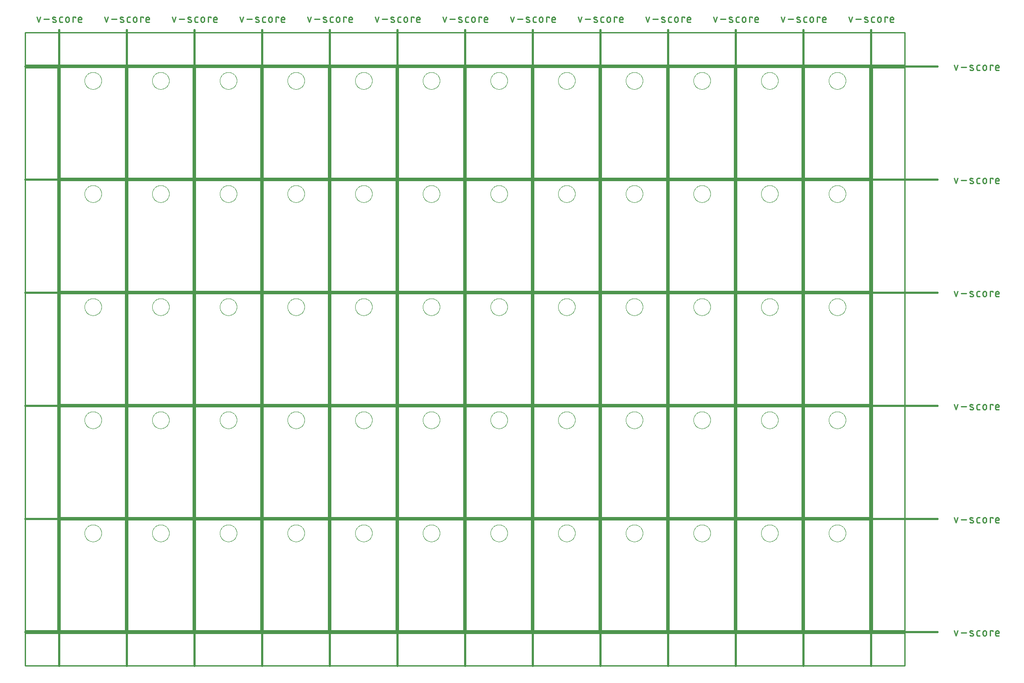
<source format=gko>
G04 EAGLE Gerber RS-274X export*
G75*
%MOMM*%
%FSLAX34Y34*%
%LPD*%
%IN*%
%IPPOS*%
%AMOC8*
5,1,8,0,0,1.08239X$1,22.5*%
G01*
%ADD10C,0.203200*%
%ADD11C,0.381000*%
%ADD12C,0.279400*%
%ADD13C,0.254000*%
%ADD14C,0.000000*%


D10*
X0Y0D02*
X127000Y0D01*
X127000Y215900D01*
X0Y215900D01*
X0Y0D01*
X132080Y0D02*
X259080Y0D01*
X259080Y215900D01*
X132080Y215900D01*
X132080Y0D01*
X264160Y0D02*
X391160Y0D01*
X391160Y215900D01*
X264160Y215900D01*
X264160Y0D01*
X396240Y0D02*
X523240Y0D01*
X523240Y215900D01*
X396240Y215900D01*
X396240Y0D01*
X528320Y0D02*
X655320Y0D01*
X655320Y215900D01*
X528320Y215900D01*
X528320Y0D01*
X660400Y0D02*
X787400Y0D01*
X787400Y215900D01*
X660400Y215900D01*
X660400Y0D01*
X792480Y0D02*
X919480Y0D01*
X919480Y215900D01*
X792480Y215900D01*
X792480Y0D01*
X924560Y0D02*
X1051560Y0D01*
X1051560Y215900D01*
X924560Y215900D01*
X924560Y0D01*
X1056640Y0D02*
X1183640Y0D01*
X1183640Y215900D01*
X1056640Y215900D01*
X1056640Y0D01*
X1188720Y0D02*
X1315720Y0D01*
X1315720Y215900D01*
X1188720Y215900D01*
X1188720Y0D01*
X1320800Y0D02*
X1447800Y0D01*
X1447800Y215900D01*
X1320800Y215900D01*
X1320800Y0D01*
X1452880Y0D02*
X1579880Y0D01*
X1579880Y215900D01*
X1452880Y215900D01*
X1452880Y0D01*
X127000Y220980D02*
X0Y220980D01*
X127000Y220980D02*
X127000Y436880D01*
X0Y436880D01*
X0Y220980D01*
X132080Y220980D02*
X259080Y220980D01*
X259080Y436880D01*
X132080Y436880D01*
X132080Y220980D01*
X264160Y220980D02*
X391160Y220980D01*
X391160Y436880D01*
X264160Y436880D01*
X264160Y220980D01*
X396240Y220980D02*
X523240Y220980D01*
X523240Y436880D01*
X396240Y436880D01*
X396240Y220980D01*
X528320Y220980D02*
X655320Y220980D01*
X655320Y436880D01*
X528320Y436880D01*
X528320Y220980D01*
X660400Y220980D02*
X787400Y220980D01*
X787400Y436880D01*
X660400Y436880D01*
X660400Y220980D01*
X792480Y220980D02*
X919480Y220980D01*
X919480Y436880D01*
X792480Y436880D01*
X792480Y220980D01*
X924560Y220980D02*
X1051560Y220980D01*
X1051560Y436880D01*
X924560Y436880D01*
X924560Y220980D01*
X1056640Y220980D02*
X1183640Y220980D01*
X1183640Y436880D01*
X1056640Y436880D01*
X1056640Y220980D01*
X1188720Y220980D02*
X1315720Y220980D01*
X1315720Y436880D01*
X1188720Y436880D01*
X1188720Y220980D01*
X1320800Y220980D02*
X1447800Y220980D01*
X1447800Y436880D01*
X1320800Y436880D01*
X1320800Y220980D01*
X1452880Y220980D02*
X1579880Y220980D01*
X1579880Y436880D01*
X1452880Y436880D01*
X1452880Y220980D01*
X127000Y441960D02*
X0Y441960D01*
X127000Y441960D02*
X127000Y657860D01*
X0Y657860D01*
X0Y441960D01*
X132080Y441960D02*
X259080Y441960D01*
X259080Y657860D01*
X132080Y657860D01*
X132080Y441960D01*
X264160Y441960D02*
X391160Y441960D01*
X391160Y657860D01*
X264160Y657860D01*
X264160Y441960D01*
X396240Y441960D02*
X523240Y441960D01*
X523240Y657860D01*
X396240Y657860D01*
X396240Y441960D01*
X528320Y441960D02*
X655320Y441960D01*
X655320Y657860D01*
X528320Y657860D01*
X528320Y441960D01*
X660400Y441960D02*
X787400Y441960D01*
X787400Y657860D01*
X660400Y657860D01*
X660400Y441960D01*
X792480Y441960D02*
X919480Y441960D01*
X919480Y657860D01*
X792480Y657860D01*
X792480Y441960D01*
X924560Y441960D02*
X1051560Y441960D01*
X1051560Y657860D01*
X924560Y657860D01*
X924560Y441960D01*
X1056640Y441960D02*
X1183640Y441960D01*
X1183640Y657860D01*
X1056640Y657860D01*
X1056640Y441960D01*
X1188720Y441960D02*
X1315720Y441960D01*
X1315720Y657860D01*
X1188720Y657860D01*
X1188720Y441960D01*
X1320800Y441960D02*
X1447800Y441960D01*
X1447800Y657860D01*
X1320800Y657860D01*
X1320800Y441960D01*
X1452880Y441960D02*
X1579880Y441960D01*
X1579880Y657860D01*
X1452880Y657860D01*
X1452880Y441960D01*
X127000Y662940D02*
X0Y662940D01*
X127000Y662940D02*
X127000Y878840D01*
X0Y878840D01*
X0Y662940D01*
X132080Y662940D02*
X259080Y662940D01*
X259080Y878840D01*
X132080Y878840D01*
X132080Y662940D01*
X264160Y662940D02*
X391160Y662940D01*
X391160Y878840D01*
X264160Y878840D01*
X264160Y662940D01*
X396240Y662940D02*
X523240Y662940D01*
X523240Y878840D01*
X396240Y878840D01*
X396240Y662940D01*
X528320Y662940D02*
X655320Y662940D01*
X655320Y878840D01*
X528320Y878840D01*
X528320Y662940D01*
X660400Y662940D02*
X787400Y662940D01*
X787400Y878840D01*
X660400Y878840D01*
X660400Y662940D01*
X792480Y662940D02*
X919480Y662940D01*
X919480Y878840D01*
X792480Y878840D01*
X792480Y662940D01*
X924560Y662940D02*
X1051560Y662940D01*
X1051560Y878840D01*
X924560Y878840D01*
X924560Y662940D01*
X1056640Y662940D02*
X1183640Y662940D01*
X1183640Y878840D01*
X1056640Y878840D01*
X1056640Y662940D01*
X1188720Y662940D02*
X1315720Y662940D01*
X1315720Y878840D01*
X1188720Y878840D01*
X1188720Y662940D01*
X1320800Y662940D02*
X1447800Y662940D01*
X1447800Y878840D01*
X1320800Y878840D01*
X1320800Y662940D01*
X1452880Y662940D02*
X1579880Y662940D01*
X1579880Y878840D01*
X1452880Y878840D01*
X1452880Y662940D01*
X127000Y883920D02*
X0Y883920D01*
X127000Y883920D02*
X127000Y1099820D01*
X0Y1099820D01*
X0Y883920D01*
X132080Y883920D02*
X259080Y883920D01*
X259080Y1099820D01*
X132080Y1099820D01*
X132080Y883920D01*
X264160Y883920D02*
X391160Y883920D01*
X391160Y1099820D01*
X264160Y1099820D01*
X264160Y883920D01*
X396240Y883920D02*
X523240Y883920D01*
X523240Y1099820D01*
X396240Y1099820D01*
X396240Y883920D01*
X528320Y883920D02*
X655320Y883920D01*
X655320Y1099820D01*
X528320Y1099820D01*
X528320Y883920D01*
X660400Y883920D02*
X787400Y883920D01*
X787400Y1099820D01*
X660400Y1099820D01*
X660400Y883920D01*
X792480Y883920D02*
X919480Y883920D01*
X919480Y1099820D01*
X792480Y1099820D01*
X792480Y883920D01*
X924560Y883920D02*
X1051560Y883920D01*
X1051560Y1099820D01*
X924560Y1099820D01*
X924560Y883920D01*
X1056640Y883920D02*
X1183640Y883920D01*
X1183640Y1099820D01*
X1056640Y1099820D01*
X1056640Y883920D01*
X1188720Y883920D02*
X1315720Y883920D01*
X1315720Y1099820D01*
X1188720Y1099820D01*
X1188720Y883920D01*
X1320800Y883920D02*
X1447800Y883920D01*
X1447800Y1099820D01*
X1320800Y1099820D01*
X1320800Y883920D01*
X1452880Y883920D02*
X1579880Y883920D01*
X1579880Y1099820D01*
X1452880Y1099820D01*
X1452880Y883920D01*
D11*
X-2540Y1173480D02*
X-2540Y-68580D01*
D12*
X-42921Y1188847D02*
X-46251Y1198838D01*
X-39590Y1198838D02*
X-42921Y1188847D01*
X-32806Y1194675D02*
X-22815Y1194675D01*
X-14261Y1194675D02*
X-10098Y1193010D01*
X-14261Y1194674D02*
X-14346Y1194710D01*
X-14429Y1194750D01*
X-14510Y1194793D01*
X-14590Y1194840D01*
X-14667Y1194890D01*
X-14743Y1194943D01*
X-14816Y1194999D01*
X-14886Y1195059D01*
X-14954Y1195121D01*
X-15019Y1195186D01*
X-15081Y1195254D01*
X-15141Y1195325D01*
X-15197Y1195398D01*
X-15250Y1195473D01*
X-15300Y1195551D01*
X-15346Y1195630D01*
X-15389Y1195712D01*
X-15429Y1195795D01*
X-15465Y1195880D01*
X-15497Y1195966D01*
X-15526Y1196054D01*
X-15550Y1196143D01*
X-15571Y1196233D01*
X-15588Y1196323D01*
X-15602Y1196414D01*
X-15611Y1196506D01*
X-15616Y1196598D01*
X-15618Y1196690D01*
X-15616Y1196782D01*
X-15609Y1196874D01*
X-15599Y1196966D01*
X-15585Y1197057D01*
X-15567Y1197148D01*
X-15545Y1197237D01*
X-15519Y1197326D01*
X-15489Y1197413D01*
X-15456Y1197499D01*
X-15419Y1197583D01*
X-15379Y1197666D01*
X-15335Y1197747D01*
X-15288Y1197826D01*
X-15237Y1197903D01*
X-15183Y1197978D01*
X-15126Y1198051D01*
X-15066Y1198121D01*
X-15003Y1198188D01*
X-14937Y1198252D01*
X-14869Y1198314D01*
X-14798Y1198373D01*
X-14724Y1198428D01*
X-14648Y1198481D01*
X-14570Y1198530D01*
X-14490Y1198576D01*
X-14409Y1198618D01*
X-14325Y1198657D01*
X-14240Y1198692D01*
X-14153Y1198723D01*
X-14065Y1198751D01*
X-13976Y1198775D01*
X-13886Y1198795D01*
X-13796Y1198812D01*
X-13704Y1198824D01*
X-13612Y1198833D01*
X-13520Y1198837D01*
X-13428Y1198838D01*
X-13201Y1198832D01*
X-12974Y1198821D01*
X-12747Y1198804D01*
X-12521Y1198781D01*
X-12295Y1198754D01*
X-12070Y1198720D01*
X-11846Y1198682D01*
X-11623Y1198638D01*
X-11401Y1198589D01*
X-11180Y1198534D01*
X-10961Y1198474D01*
X-10743Y1198409D01*
X-10527Y1198338D01*
X-10313Y1198263D01*
X-10100Y1198182D01*
X-9890Y1198096D01*
X-9681Y1198005D01*
X-10098Y1193010D02*
X-10013Y1192974D01*
X-9930Y1192934D01*
X-9849Y1192891D01*
X-9769Y1192844D01*
X-9692Y1192794D01*
X-9616Y1192741D01*
X-9543Y1192685D01*
X-9473Y1192625D01*
X-9405Y1192563D01*
X-9340Y1192498D01*
X-9278Y1192430D01*
X-9218Y1192359D01*
X-9162Y1192286D01*
X-9109Y1192211D01*
X-9059Y1192133D01*
X-9013Y1192054D01*
X-8970Y1191972D01*
X-8930Y1191889D01*
X-8894Y1191804D01*
X-8862Y1191718D01*
X-8833Y1191630D01*
X-8809Y1191541D01*
X-8788Y1191451D01*
X-8771Y1191361D01*
X-8757Y1191270D01*
X-8748Y1191178D01*
X-8743Y1191086D01*
X-8741Y1190994D01*
X-8743Y1190902D01*
X-8750Y1190810D01*
X-8760Y1190718D01*
X-8774Y1190627D01*
X-8792Y1190536D01*
X-8814Y1190447D01*
X-8840Y1190358D01*
X-8870Y1190271D01*
X-8903Y1190185D01*
X-8940Y1190101D01*
X-8980Y1190018D01*
X-9024Y1189937D01*
X-9071Y1189858D01*
X-9122Y1189781D01*
X-9176Y1189706D01*
X-9233Y1189633D01*
X-9293Y1189563D01*
X-9356Y1189496D01*
X-9422Y1189432D01*
X-9490Y1189370D01*
X-9561Y1189311D01*
X-9635Y1189256D01*
X-9711Y1189203D01*
X-9789Y1189154D01*
X-9869Y1189108D01*
X-9950Y1189066D01*
X-10034Y1189027D01*
X-10119Y1188992D01*
X-10206Y1188961D01*
X-10294Y1188933D01*
X-10383Y1188909D01*
X-10473Y1188889D01*
X-10563Y1188872D01*
X-10655Y1188860D01*
X-10747Y1188851D01*
X-10839Y1188847D01*
X-10931Y1188846D01*
X-10931Y1188847D02*
X-11265Y1188856D01*
X-11598Y1188873D01*
X-11931Y1188897D01*
X-12264Y1188930D01*
X-12595Y1188970D01*
X-12926Y1189018D01*
X-13255Y1189074D01*
X-13583Y1189137D01*
X-13909Y1189209D01*
X-14233Y1189288D01*
X-14556Y1189374D01*
X-14876Y1189469D01*
X-15194Y1189571D01*
X-15510Y1189680D01*
X562Y1188847D02*
X3892Y1188847D01*
X562Y1188847D02*
X464Y1188849D01*
X366Y1188855D01*
X268Y1188864D01*
X171Y1188878D01*
X75Y1188895D01*
X-21Y1188916D01*
X-116Y1188941D01*
X-210Y1188969D01*
X-303Y1189001D01*
X-394Y1189037D01*
X-484Y1189076D01*
X-572Y1189119D01*
X-659Y1189166D01*
X-743Y1189215D01*
X-826Y1189268D01*
X-906Y1189324D01*
X-985Y1189383D01*
X-1060Y1189446D01*
X-1134Y1189511D01*
X-1204Y1189579D01*
X-1272Y1189649D01*
X-1338Y1189723D01*
X-1400Y1189799D01*
X-1459Y1189877D01*
X-1515Y1189957D01*
X-1568Y1190040D01*
X-1618Y1190124D01*
X-1664Y1190211D01*
X-1707Y1190299D01*
X-1746Y1190389D01*
X-1782Y1190480D01*
X-1814Y1190573D01*
X-1842Y1190667D01*
X-1867Y1190762D01*
X-1888Y1190858D01*
X-1905Y1190954D01*
X-1919Y1191051D01*
X-1928Y1191149D01*
X-1934Y1191247D01*
X-1936Y1191345D01*
X-1936Y1196340D01*
X-1934Y1196438D01*
X-1928Y1196536D01*
X-1919Y1196634D01*
X-1905Y1196731D01*
X-1888Y1196827D01*
X-1867Y1196923D01*
X-1842Y1197018D01*
X-1814Y1197112D01*
X-1782Y1197205D01*
X-1746Y1197296D01*
X-1707Y1197386D01*
X-1664Y1197474D01*
X-1617Y1197561D01*
X-1568Y1197645D01*
X-1515Y1197728D01*
X-1459Y1197808D01*
X-1400Y1197886D01*
X-1337Y1197962D01*
X-1272Y1198036D01*
X-1204Y1198106D01*
X-1134Y1198174D01*
X-1060Y1198239D01*
X-984Y1198302D01*
X-906Y1198361D01*
X-826Y1198417D01*
X-743Y1198470D01*
X-659Y1198519D01*
X-572Y1198566D01*
X-484Y1198609D01*
X-394Y1198648D01*
X-303Y1198684D01*
X-210Y1198716D01*
X-116Y1198744D01*
X-21Y1198769D01*
X75Y1198790D01*
X171Y1198807D01*
X268Y1198821D01*
X366Y1198830D01*
X464Y1198836D01*
X562Y1198838D01*
X3892Y1198838D01*
X10022Y1195507D02*
X10022Y1192177D01*
X10022Y1195507D02*
X10024Y1195621D01*
X10030Y1195734D01*
X10039Y1195848D01*
X10053Y1195960D01*
X10070Y1196073D01*
X10092Y1196185D01*
X10117Y1196295D01*
X10145Y1196405D01*
X10178Y1196514D01*
X10214Y1196622D01*
X10254Y1196729D01*
X10298Y1196834D01*
X10345Y1196937D01*
X10395Y1197039D01*
X10449Y1197139D01*
X10507Y1197237D01*
X10568Y1197333D01*
X10631Y1197427D01*
X10699Y1197519D01*
X10769Y1197609D01*
X10842Y1197695D01*
X10918Y1197780D01*
X10997Y1197862D01*
X11079Y1197941D01*
X11164Y1198017D01*
X11250Y1198090D01*
X11340Y1198160D01*
X11432Y1198228D01*
X11526Y1198291D01*
X11622Y1198352D01*
X11720Y1198410D01*
X11820Y1198464D01*
X11922Y1198514D01*
X12025Y1198561D01*
X12130Y1198605D01*
X12237Y1198645D01*
X12345Y1198681D01*
X12454Y1198714D01*
X12564Y1198742D01*
X12674Y1198767D01*
X12786Y1198789D01*
X12899Y1198806D01*
X13011Y1198820D01*
X13125Y1198829D01*
X13238Y1198835D01*
X13352Y1198837D01*
X13466Y1198835D01*
X13579Y1198829D01*
X13693Y1198820D01*
X13805Y1198806D01*
X13918Y1198789D01*
X14030Y1198767D01*
X14140Y1198742D01*
X14250Y1198714D01*
X14359Y1198681D01*
X14467Y1198645D01*
X14574Y1198605D01*
X14679Y1198561D01*
X14782Y1198514D01*
X14884Y1198464D01*
X14984Y1198410D01*
X15082Y1198352D01*
X15178Y1198291D01*
X15272Y1198228D01*
X15364Y1198160D01*
X15454Y1198090D01*
X15540Y1198017D01*
X15625Y1197941D01*
X15707Y1197862D01*
X15786Y1197780D01*
X15862Y1197695D01*
X15935Y1197609D01*
X16005Y1197519D01*
X16073Y1197427D01*
X16136Y1197333D01*
X16197Y1197237D01*
X16255Y1197139D01*
X16309Y1197039D01*
X16359Y1196937D01*
X16406Y1196834D01*
X16450Y1196729D01*
X16490Y1196622D01*
X16526Y1196514D01*
X16559Y1196405D01*
X16587Y1196295D01*
X16612Y1196185D01*
X16634Y1196073D01*
X16651Y1195960D01*
X16665Y1195848D01*
X16674Y1195734D01*
X16680Y1195621D01*
X16682Y1195507D01*
X16682Y1192177D01*
X16680Y1192063D01*
X16674Y1191950D01*
X16665Y1191836D01*
X16651Y1191724D01*
X16634Y1191611D01*
X16612Y1191499D01*
X16587Y1191389D01*
X16559Y1191279D01*
X16526Y1191170D01*
X16490Y1191062D01*
X16450Y1190955D01*
X16406Y1190850D01*
X16359Y1190747D01*
X16309Y1190645D01*
X16255Y1190545D01*
X16197Y1190447D01*
X16136Y1190351D01*
X16073Y1190257D01*
X16005Y1190165D01*
X15935Y1190075D01*
X15862Y1189989D01*
X15786Y1189904D01*
X15707Y1189822D01*
X15625Y1189743D01*
X15540Y1189667D01*
X15454Y1189594D01*
X15364Y1189524D01*
X15272Y1189456D01*
X15178Y1189393D01*
X15082Y1189332D01*
X14984Y1189274D01*
X14884Y1189220D01*
X14782Y1189170D01*
X14679Y1189123D01*
X14574Y1189079D01*
X14467Y1189039D01*
X14359Y1189003D01*
X14250Y1188970D01*
X14140Y1188942D01*
X14030Y1188917D01*
X13918Y1188895D01*
X13805Y1188878D01*
X13693Y1188864D01*
X13579Y1188855D01*
X13466Y1188849D01*
X13352Y1188847D01*
X13238Y1188849D01*
X13125Y1188855D01*
X13011Y1188864D01*
X12899Y1188878D01*
X12786Y1188895D01*
X12674Y1188917D01*
X12564Y1188942D01*
X12454Y1188970D01*
X12345Y1189003D01*
X12237Y1189039D01*
X12130Y1189079D01*
X12025Y1189123D01*
X11922Y1189170D01*
X11820Y1189220D01*
X11720Y1189274D01*
X11622Y1189332D01*
X11526Y1189393D01*
X11432Y1189456D01*
X11340Y1189524D01*
X11250Y1189594D01*
X11164Y1189667D01*
X11079Y1189743D01*
X10997Y1189822D01*
X10918Y1189904D01*
X10842Y1189989D01*
X10769Y1190075D01*
X10699Y1190165D01*
X10631Y1190257D01*
X10568Y1190351D01*
X10507Y1190447D01*
X10449Y1190545D01*
X10395Y1190645D01*
X10345Y1190747D01*
X10298Y1190850D01*
X10254Y1190955D01*
X10214Y1191062D01*
X10178Y1191170D01*
X10145Y1191279D01*
X10117Y1191389D01*
X10092Y1191499D01*
X10070Y1191611D01*
X10053Y1191724D01*
X10039Y1191836D01*
X10030Y1191950D01*
X10024Y1192063D01*
X10022Y1192177D01*
X24218Y1188847D02*
X24218Y1198838D01*
X29213Y1198838D01*
X29213Y1197173D01*
X37008Y1188847D02*
X41171Y1188847D01*
X37008Y1188847D02*
X36910Y1188849D01*
X36812Y1188855D01*
X36714Y1188864D01*
X36617Y1188878D01*
X36521Y1188895D01*
X36425Y1188916D01*
X36330Y1188941D01*
X36236Y1188969D01*
X36143Y1189001D01*
X36052Y1189037D01*
X35962Y1189076D01*
X35874Y1189119D01*
X35787Y1189166D01*
X35703Y1189215D01*
X35620Y1189268D01*
X35540Y1189324D01*
X35462Y1189383D01*
X35386Y1189446D01*
X35312Y1189511D01*
X35242Y1189579D01*
X35174Y1189649D01*
X35109Y1189723D01*
X35046Y1189799D01*
X34987Y1189877D01*
X34931Y1189957D01*
X34878Y1190040D01*
X34829Y1190124D01*
X34782Y1190211D01*
X34739Y1190299D01*
X34700Y1190389D01*
X34664Y1190480D01*
X34632Y1190573D01*
X34604Y1190667D01*
X34579Y1190762D01*
X34558Y1190858D01*
X34541Y1190954D01*
X34527Y1191051D01*
X34518Y1191149D01*
X34512Y1191247D01*
X34510Y1191345D01*
X34510Y1195507D01*
X34511Y1195507D02*
X34513Y1195621D01*
X34519Y1195734D01*
X34528Y1195848D01*
X34542Y1195960D01*
X34559Y1196073D01*
X34581Y1196185D01*
X34606Y1196295D01*
X34634Y1196405D01*
X34667Y1196514D01*
X34703Y1196622D01*
X34743Y1196729D01*
X34787Y1196834D01*
X34834Y1196937D01*
X34884Y1197039D01*
X34938Y1197139D01*
X34996Y1197237D01*
X35057Y1197333D01*
X35120Y1197427D01*
X35188Y1197519D01*
X35258Y1197609D01*
X35331Y1197695D01*
X35407Y1197780D01*
X35486Y1197862D01*
X35568Y1197941D01*
X35653Y1198017D01*
X35739Y1198090D01*
X35829Y1198160D01*
X35921Y1198228D01*
X36015Y1198291D01*
X36111Y1198352D01*
X36209Y1198410D01*
X36309Y1198464D01*
X36411Y1198514D01*
X36514Y1198561D01*
X36619Y1198605D01*
X36726Y1198645D01*
X36834Y1198681D01*
X36943Y1198714D01*
X37053Y1198742D01*
X37163Y1198767D01*
X37275Y1198789D01*
X37388Y1198806D01*
X37500Y1198820D01*
X37614Y1198829D01*
X37727Y1198835D01*
X37841Y1198837D01*
X37955Y1198835D01*
X38068Y1198829D01*
X38182Y1198820D01*
X38294Y1198806D01*
X38407Y1198789D01*
X38519Y1198767D01*
X38629Y1198742D01*
X38739Y1198714D01*
X38848Y1198681D01*
X38956Y1198645D01*
X39063Y1198605D01*
X39168Y1198561D01*
X39271Y1198514D01*
X39373Y1198464D01*
X39473Y1198410D01*
X39571Y1198352D01*
X39667Y1198291D01*
X39761Y1198228D01*
X39853Y1198160D01*
X39943Y1198090D01*
X40029Y1198017D01*
X40114Y1197941D01*
X40196Y1197862D01*
X40275Y1197780D01*
X40351Y1197695D01*
X40424Y1197609D01*
X40494Y1197519D01*
X40562Y1197427D01*
X40625Y1197333D01*
X40686Y1197237D01*
X40744Y1197139D01*
X40798Y1197039D01*
X40848Y1196937D01*
X40895Y1196834D01*
X40939Y1196729D01*
X40979Y1196622D01*
X41015Y1196514D01*
X41048Y1196405D01*
X41076Y1196295D01*
X41101Y1196185D01*
X41123Y1196073D01*
X41140Y1195960D01*
X41154Y1195848D01*
X41163Y1195734D01*
X41169Y1195621D01*
X41171Y1195507D01*
X41171Y1193842D01*
X34510Y1193842D01*
D11*
X129540Y1173480D02*
X129540Y-68580D01*
D12*
X89159Y1188847D02*
X85829Y1198838D01*
X92490Y1198838D02*
X89159Y1188847D01*
X99274Y1194675D02*
X109265Y1194675D01*
X117819Y1194675D02*
X121982Y1193010D01*
X117819Y1194674D02*
X117734Y1194710D01*
X117651Y1194750D01*
X117570Y1194793D01*
X117490Y1194840D01*
X117413Y1194890D01*
X117337Y1194943D01*
X117264Y1194999D01*
X117194Y1195059D01*
X117126Y1195121D01*
X117061Y1195186D01*
X116999Y1195254D01*
X116939Y1195325D01*
X116883Y1195398D01*
X116830Y1195473D01*
X116780Y1195551D01*
X116734Y1195630D01*
X116691Y1195712D01*
X116651Y1195795D01*
X116615Y1195880D01*
X116583Y1195966D01*
X116554Y1196054D01*
X116530Y1196143D01*
X116509Y1196233D01*
X116492Y1196323D01*
X116478Y1196414D01*
X116469Y1196506D01*
X116464Y1196598D01*
X116462Y1196690D01*
X116464Y1196782D01*
X116471Y1196874D01*
X116481Y1196966D01*
X116495Y1197057D01*
X116513Y1197148D01*
X116535Y1197237D01*
X116561Y1197326D01*
X116591Y1197413D01*
X116624Y1197499D01*
X116661Y1197583D01*
X116701Y1197666D01*
X116745Y1197747D01*
X116792Y1197826D01*
X116843Y1197903D01*
X116897Y1197978D01*
X116954Y1198051D01*
X117014Y1198121D01*
X117077Y1198188D01*
X117143Y1198252D01*
X117211Y1198314D01*
X117282Y1198373D01*
X117356Y1198428D01*
X117432Y1198481D01*
X117510Y1198530D01*
X117590Y1198576D01*
X117671Y1198618D01*
X117755Y1198657D01*
X117840Y1198692D01*
X117927Y1198723D01*
X118015Y1198751D01*
X118104Y1198775D01*
X118194Y1198795D01*
X118284Y1198812D01*
X118376Y1198824D01*
X118468Y1198833D01*
X118560Y1198837D01*
X118652Y1198838D01*
X118879Y1198832D01*
X119106Y1198821D01*
X119333Y1198804D01*
X119559Y1198781D01*
X119785Y1198754D01*
X120010Y1198720D01*
X120234Y1198682D01*
X120457Y1198638D01*
X120679Y1198589D01*
X120900Y1198534D01*
X121119Y1198474D01*
X121337Y1198409D01*
X121553Y1198338D01*
X121767Y1198263D01*
X121980Y1198182D01*
X122190Y1198096D01*
X122399Y1198005D01*
X121982Y1193010D02*
X122067Y1192974D01*
X122150Y1192934D01*
X122231Y1192891D01*
X122311Y1192844D01*
X122388Y1192794D01*
X122464Y1192741D01*
X122537Y1192685D01*
X122607Y1192625D01*
X122675Y1192563D01*
X122740Y1192498D01*
X122802Y1192430D01*
X122862Y1192359D01*
X122918Y1192286D01*
X122971Y1192211D01*
X123021Y1192133D01*
X123067Y1192054D01*
X123110Y1191972D01*
X123150Y1191889D01*
X123186Y1191804D01*
X123218Y1191718D01*
X123247Y1191630D01*
X123271Y1191541D01*
X123292Y1191451D01*
X123309Y1191361D01*
X123323Y1191270D01*
X123332Y1191178D01*
X123337Y1191086D01*
X123339Y1190994D01*
X123337Y1190902D01*
X123330Y1190810D01*
X123320Y1190718D01*
X123306Y1190627D01*
X123288Y1190536D01*
X123266Y1190447D01*
X123240Y1190358D01*
X123210Y1190271D01*
X123177Y1190185D01*
X123140Y1190101D01*
X123100Y1190018D01*
X123056Y1189937D01*
X123009Y1189858D01*
X122958Y1189781D01*
X122904Y1189706D01*
X122847Y1189633D01*
X122787Y1189563D01*
X122724Y1189496D01*
X122658Y1189432D01*
X122590Y1189370D01*
X122519Y1189311D01*
X122445Y1189256D01*
X122369Y1189203D01*
X122291Y1189154D01*
X122211Y1189108D01*
X122130Y1189066D01*
X122046Y1189027D01*
X121961Y1188992D01*
X121874Y1188961D01*
X121786Y1188933D01*
X121697Y1188909D01*
X121607Y1188889D01*
X121517Y1188872D01*
X121425Y1188860D01*
X121333Y1188851D01*
X121241Y1188847D01*
X121149Y1188846D01*
X121149Y1188847D02*
X120815Y1188856D01*
X120482Y1188873D01*
X120149Y1188897D01*
X119816Y1188930D01*
X119485Y1188970D01*
X119154Y1189018D01*
X118825Y1189074D01*
X118497Y1189137D01*
X118171Y1189209D01*
X117847Y1189288D01*
X117524Y1189374D01*
X117204Y1189469D01*
X116886Y1189571D01*
X116570Y1189680D01*
X132642Y1188847D02*
X135972Y1188847D01*
X132642Y1188847D02*
X132544Y1188849D01*
X132446Y1188855D01*
X132348Y1188864D01*
X132251Y1188878D01*
X132155Y1188895D01*
X132059Y1188916D01*
X131964Y1188941D01*
X131870Y1188969D01*
X131777Y1189001D01*
X131686Y1189037D01*
X131596Y1189076D01*
X131508Y1189119D01*
X131421Y1189166D01*
X131337Y1189215D01*
X131254Y1189268D01*
X131174Y1189324D01*
X131096Y1189383D01*
X131020Y1189446D01*
X130946Y1189511D01*
X130876Y1189579D01*
X130808Y1189649D01*
X130743Y1189723D01*
X130680Y1189799D01*
X130621Y1189877D01*
X130565Y1189957D01*
X130512Y1190040D01*
X130463Y1190124D01*
X130416Y1190211D01*
X130373Y1190299D01*
X130334Y1190389D01*
X130298Y1190480D01*
X130266Y1190573D01*
X130238Y1190667D01*
X130213Y1190762D01*
X130192Y1190858D01*
X130175Y1190954D01*
X130161Y1191051D01*
X130152Y1191149D01*
X130146Y1191247D01*
X130144Y1191345D01*
X130144Y1196340D01*
X130146Y1196438D01*
X130152Y1196536D01*
X130161Y1196634D01*
X130175Y1196731D01*
X130192Y1196827D01*
X130213Y1196923D01*
X130238Y1197018D01*
X130266Y1197112D01*
X130298Y1197205D01*
X130334Y1197296D01*
X130373Y1197386D01*
X130416Y1197474D01*
X130463Y1197561D01*
X130512Y1197645D01*
X130565Y1197728D01*
X130621Y1197808D01*
X130680Y1197887D01*
X130743Y1197962D01*
X130808Y1198036D01*
X130876Y1198106D01*
X130946Y1198174D01*
X131020Y1198240D01*
X131096Y1198302D01*
X131174Y1198361D01*
X131254Y1198417D01*
X131337Y1198470D01*
X131421Y1198520D01*
X131508Y1198566D01*
X131596Y1198609D01*
X131686Y1198648D01*
X131777Y1198684D01*
X131870Y1198716D01*
X131964Y1198744D01*
X132059Y1198769D01*
X132155Y1198790D01*
X132251Y1198807D01*
X132348Y1198821D01*
X132446Y1198830D01*
X132544Y1198836D01*
X132642Y1198838D01*
X135972Y1198838D01*
X142102Y1195507D02*
X142102Y1192177D01*
X142102Y1195507D02*
X142104Y1195621D01*
X142110Y1195734D01*
X142119Y1195848D01*
X142133Y1195960D01*
X142150Y1196073D01*
X142172Y1196185D01*
X142197Y1196295D01*
X142225Y1196405D01*
X142258Y1196514D01*
X142294Y1196622D01*
X142334Y1196729D01*
X142378Y1196834D01*
X142425Y1196937D01*
X142475Y1197039D01*
X142529Y1197139D01*
X142587Y1197237D01*
X142648Y1197333D01*
X142711Y1197427D01*
X142779Y1197519D01*
X142849Y1197609D01*
X142922Y1197695D01*
X142998Y1197780D01*
X143077Y1197862D01*
X143159Y1197941D01*
X143244Y1198017D01*
X143330Y1198090D01*
X143420Y1198160D01*
X143512Y1198228D01*
X143606Y1198291D01*
X143702Y1198352D01*
X143800Y1198410D01*
X143900Y1198464D01*
X144002Y1198514D01*
X144105Y1198561D01*
X144210Y1198605D01*
X144317Y1198645D01*
X144425Y1198681D01*
X144534Y1198714D01*
X144644Y1198742D01*
X144754Y1198767D01*
X144866Y1198789D01*
X144979Y1198806D01*
X145091Y1198820D01*
X145205Y1198829D01*
X145318Y1198835D01*
X145432Y1198837D01*
X145546Y1198835D01*
X145659Y1198829D01*
X145773Y1198820D01*
X145885Y1198806D01*
X145998Y1198789D01*
X146110Y1198767D01*
X146220Y1198742D01*
X146330Y1198714D01*
X146439Y1198681D01*
X146547Y1198645D01*
X146654Y1198605D01*
X146759Y1198561D01*
X146862Y1198514D01*
X146964Y1198464D01*
X147064Y1198410D01*
X147162Y1198352D01*
X147258Y1198291D01*
X147352Y1198228D01*
X147444Y1198160D01*
X147534Y1198090D01*
X147620Y1198017D01*
X147705Y1197941D01*
X147787Y1197862D01*
X147866Y1197780D01*
X147942Y1197695D01*
X148015Y1197609D01*
X148085Y1197519D01*
X148153Y1197427D01*
X148216Y1197333D01*
X148277Y1197237D01*
X148335Y1197139D01*
X148389Y1197039D01*
X148439Y1196937D01*
X148486Y1196834D01*
X148530Y1196729D01*
X148570Y1196622D01*
X148606Y1196514D01*
X148639Y1196405D01*
X148667Y1196295D01*
X148692Y1196185D01*
X148714Y1196073D01*
X148731Y1195960D01*
X148745Y1195848D01*
X148754Y1195734D01*
X148760Y1195621D01*
X148762Y1195507D01*
X148762Y1192177D01*
X148760Y1192063D01*
X148754Y1191950D01*
X148745Y1191836D01*
X148731Y1191724D01*
X148714Y1191611D01*
X148692Y1191499D01*
X148667Y1191389D01*
X148639Y1191279D01*
X148606Y1191170D01*
X148570Y1191062D01*
X148530Y1190955D01*
X148486Y1190850D01*
X148439Y1190747D01*
X148389Y1190645D01*
X148335Y1190545D01*
X148277Y1190447D01*
X148216Y1190351D01*
X148153Y1190257D01*
X148085Y1190165D01*
X148015Y1190075D01*
X147942Y1189989D01*
X147866Y1189904D01*
X147787Y1189822D01*
X147705Y1189743D01*
X147620Y1189667D01*
X147534Y1189594D01*
X147444Y1189524D01*
X147352Y1189456D01*
X147258Y1189393D01*
X147162Y1189332D01*
X147064Y1189274D01*
X146964Y1189220D01*
X146862Y1189170D01*
X146759Y1189123D01*
X146654Y1189079D01*
X146547Y1189039D01*
X146439Y1189003D01*
X146330Y1188970D01*
X146220Y1188942D01*
X146110Y1188917D01*
X145998Y1188895D01*
X145885Y1188878D01*
X145773Y1188864D01*
X145659Y1188855D01*
X145546Y1188849D01*
X145432Y1188847D01*
X145318Y1188849D01*
X145205Y1188855D01*
X145091Y1188864D01*
X144979Y1188878D01*
X144866Y1188895D01*
X144754Y1188917D01*
X144644Y1188942D01*
X144534Y1188970D01*
X144425Y1189003D01*
X144317Y1189039D01*
X144210Y1189079D01*
X144105Y1189123D01*
X144002Y1189170D01*
X143900Y1189220D01*
X143800Y1189274D01*
X143702Y1189332D01*
X143606Y1189393D01*
X143512Y1189456D01*
X143420Y1189524D01*
X143330Y1189594D01*
X143244Y1189667D01*
X143159Y1189743D01*
X143077Y1189822D01*
X142998Y1189904D01*
X142922Y1189989D01*
X142849Y1190075D01*
X142779Y1190165D01*
X142711Y1190257D01*
X142648Y1190351D01*
X142587Y1190447D01*
X142529Y1190545D01*
X142475Y1190645D01*
X142425Y1190747D01*
X142378Y1190850D01*
X142334Y1190955D01*
X142294Y1191062D01*
X142258Y1191170D01*
X142225Y1191279D01*
X142197Y1191389D01*
X142172Y1191499D01*
X142150Y1191611D01*
X142133Y1191724D01*
X142119Y1191836D01*
X142110Y1191950D01*
X142104Y1192063D01*
X142102Y1192177D01*
X156298Y1188847D02*
X156298Y1198838D01*
X161293Y1198838D01*
X161293Y1197173D01*
X169088Y1188847D02*
X173251Y1188847D01*
X169088Y1188847D02*
X168990Y1188849D01*
X168892Y1188855D01*
X168794Y1188864D01*
X168697Y1188878D01*
X168601Y1188895D01*
X168505Y1188916D01*
X168410Y1188941D01*
X168316Y1188969D01*
X168223Y1189001D01*
X168132Y1189037D01*
X168042Y1189076D01*
X167954Y1189119D01*
X167867Y1189166D01*
X167783Y1189215D01*
X167700Y1189268D01*
X167620Y1189324D01*
X167542Y1189383D01*
X167466Y1189446D01*
X167392Y1189511D01*
X167322Y1189579D01*
X167254Y1189649D01*
X167189Y1189723D01*
X167126Y1189799D01*
X167067Y1189877D01*
X167011Y1189957D01*
X166958Y1190040D01*
X166909Y1190124D01*
X166862Y1190211D01*
X166819Y1190299D01*
X166780Y1190389D01*
X166744Y1190480D01*
X166712Y1190573D01*
X166684Y1190667D01*
X166659Y1190762D01*
X166638Y1190858D01*
X166621Y1190954D01*
X166607Y1191051D01*
X166598Y1191149D01*
X166592Y1191247D01*
X166590Y1191345D01*
X166590Y1195507D01*
X166591Y1195507D02*
X166593Y1195621D01*
X166599Y1195734D01*
X166608Y1195848D01*
X166622Y1195960D01*
X166639Y1196073D01*
X166661Y1196185D01*
X166686Y1196295D01*
X166714Y1196405D01*
X166747Y1196514D01*
X166783Y1196622D01*
X166823Y1196729D01*
X166867Y1196834D01*
X166914Y1196937D01*
X166964Y1197039D01*
X167018Y1197139D01*
X167076Y1197237D01*
X167137Y1197333D01*
X167200Y1197427D01*
X167268Y1197519D01*
X167338Y1197609D01*
X167411Y1197695D01*
X167487Y1197780D01*
X167566Y1197862D01*
X167648Y1197941D01*
X167733Y1198017D01*
X167819Y1198090D01*
X167909Y1198160D01*
X168001Y1198228D01*
X168095Y1198291D01*
X168191Y1198352D01*
X168289Y1198410D01*
X168389Y1198464D01*
X168491Y1198514D01*
X168594Y1198561D01*
X168699Y1198605D01*
X168806Y1198645D01*
X168914Y1198681D01*
X169023Y1198714D01*
X169133Y1198742D01*
X169243Y1198767D01*
X169355Y1198789D01*
X169468Y1198806D01*
X169580Y1198820D01*
X169694Y1198829D01*
X169807Y1198835D01*
X169921Y1198837D01*
X170035Y1198835D01*
X170148Y1198829D01*
X170262Y1198820D01*
X170374Y1198806D01*
X170487Y1198789D01*
X170599Y1198767D01*
X170709Y1198742D01*
X170819Y1198714D01*
X170928Y1198681D01*
X171036Y1198645D01*
X171143Y1198605D01*
X171248Y1198561D01*
X171351Y1198514D01*
X171453Y1198464D01*
X171553Y1198410D01*
X171651Y1198352D01*
X171747Y1198291D01*
X171841Y1198228D01*
X171933Y1198160D01*
X172023Y1198090D01*
X172109Y1198017D01*
X172194Y1197941D01*
X172276Y1197862D01*
X172355Y1197780D01*
X172431Y1197695D01*
X172504Y1197609D01*
X172574Y1197519D01*
X172642Y1197427D01*
X172705Y1197333D01*
X172766Y1197237D01*
X172824Y1197139D01*
X172878Y1197039D01*
X172928Y1196937D01*
X172975Y1196834D01*
X173019Y1196729D01*
X173059Y1196622D01*
X173095Y1196514D01*
X173128Y1196405D01*
X173156Y1196295D01*
X173181Y1196185D01*
X173203Y1196073D01*
X173220Y1195960D01*
X173234Y1195848D01*
X173243Y1195734D01*
X173249Y1195621D01*
X173251Y1195507D01*
X173251Y1193842D01*
X166590Y1193842D01*
D11*
X261620Y1173480D02*
X261620Y-68580D01*
D12*
X221239Y1188847D02*
X217909Y1198838D01*
X224570Y1198838D02*
X221239Y1188847D01*
X231354Y1194675D02*
X241345Y1194675D01*
X249899Y1194675D02*
X254062Y1193010D01*
X249899Y1194674D02*
X249814Y1194710D01*
X249731Y1194750D01*
X249650Y1194793D01*
X249570Y1194840D01*
X249493Y1194890D01*
X249417Y1194943D01*
X249344Y1194999D01*
X249274Y1195059D01*
X249206Y1195121D01*
X249141Y1195186D01*
X249079Y1195254D01*
X249019Y1195325D01*
X248963Y1195398D01*
X248910Y1195473D01*
X248860Y1195551D01*
X248814Y1195630D01*
X248771Y1195712D01*
X248731Y1195795D01*
X248695Y1195880D01*
X248663Y1195966D01*
X248634Y1196054D01*
X248610Y1196143D01*
X248589Y1196233D01*
X248572Y1196323D01*
X248558Y1196414D01*
X248549Y1196506D01*
X248544Y1196598D01*
X248542Y1196690D01*
X248544Y1196782D01*
X248551Y1196874D01*
X248561Y1196966D01*
X248575Y1197057D01*
X248593Y1197148D01*
X248615Y1197237D01*
X248641Y1197326D01*
X248671Y1197413D01*
X248704Y1197499D01*
X248741Y1197583D01*
X248781Y1197666D01*
X248825Y1197747D01*
X248872Y1197826D01*
X248923Y1197903D01*
X248977Y1197978D01*
X249034Y1198051D01*
X249094Y1198121D01*
X249157Y1198188D01*
X249223Y1198252D01*
X249291Y1198314D01*
X249362Y1198373D01*
X249436Y1198428D01*
X249512Y1198481D01*
X249590Y1198530D01*
X249670Y1198576D01*
X249751Y1198618D01*
X249835Y1198657D01*
X249920Y1198692D01*
X250007Y1198723D01*
X250095Y1198751D01*
X250184Y1198775D01*
X250274Y1198795D01*
X250364Y1198812D01*
X250456Y1198824D01*
X250548Y1198833D01*
X250640Y1198837D01*
X250732Y1198838D01*
X250959Y1198832D01*
X251186Y1198821D01*
X251413Y1198804D01*
X251639Y1198781D01*
X251865Y1198754D01*
X252090Y1198720D01*
X252314Y1198682D01*
X252537Y1198638D01*
X252759Y1198589D01*
X252980Y1198534D01*
X253199Y1198474D01*
X253417Y1198409D01*
X253633Y1198338D01*
X253847Y1198263D01*
X254060Y1198182D01*
X254270Y1198096D01*
X254479Y1198005D01*
X254062Y1193010D02*
X254147Y1192974D01*
X254230Y1192934D01*
X254311Y1192891D01*
X254391Y1192844D01*
X254468Y1192794D01*
X254544Y1192741D01*
X254617Y1192685D01*
X254687Y1192625D01*
X254755Y1192563D01*
X254820Y1192498D01*
X254882Y1192430D01*
X254942Y1192359D01*
X254998Y1192286D01*
X255051Y1192211D01*
X255101Y1192133D01*
X255147Y1192054D01*
X255190Y1191972D01*
X255230Y1191889D01*
X255266Y1191804D01*
X255298Y1191718D01*
X255327Y1191630D01*
X255351Y1191541D01*
X255372Y1191451D01*
X255389Y1191361D01*
X255403Y1191270D01*
X255412Y1191178D01*
X255417Y1191086D01*
X255419Y1190994D01*
X255417Y1190902D01*
X255410Y1190810D01*
X255400Y1190718D01*
X255386Y1190627D01*
X255368Y1190536D01*
X255346Y1190447D01*
X255320Y1190358D01*
X255290Y1190271D01*
X255257Y1190185D01*
X255220Y1190101D01*
X255180Y1190018D01*
X255136Y1189937D01*
X255089Y1189858D01*
X255038Y1189781D01*
X254984Y1189706D01*
X254927Y1189633D01*
X254867Y1189563D01*
X254804Y1189496D01*
X254738Y1189432D01*
X254670Y1189370D01*
X254599Y1189311D01*
X254525Y1189256D01*
X254449Y1189203D01*
X254371Y1189154D01*
X254291Y1189108D01*
X254210Y1189066D01*
X254126Y1189027D01*
X254041Y1188992D01*
X253954Y1188961D01*
X253866Y1188933D01*
X253777Y1188909D01*
X253687Y1188889D01*
X253597Y1188872D01*
X253505Y1188860D01*
X253413Y1188851D01*
X253321Y1188847D01*
X253229Y1188846D01*
X253229Y1188847D02*
X252895Y1188856D01*
X252562Y1188873D01*
X252229Y1188897D01*
X251896Y1188930D01*
X251565Y1188970D01*
X251234Y1189018D01*
X250905Y1189074D01*
X250577Y1189137D01*
X250251Y1189209D01*
X249927Y1189288D01*
X249604Y1189374D01*
X249284Y1189469D01*
X248966Y1189571D01*
X248650Y1189680D01*
X264722Y1188847D02*
X268052Y1188847D01*
X264722Y1188847D02*
X264624Y1188849D01*
X264526Y1188855D01*
X264428Y1188864D01*
X264331Y1188878D01*
X264235Y1188895D01*
X264139Y1188916D01*
X264044Y1188941D01*
X263950Y1188969D01*
X263857Y1189001D01*
X263766Y1189037D01*
X263676Y1189076D01*
X263588Y1189119D01*
X263501Y1189166D01*
X263417Y1189215D01*
X263334Y1189268D01*
X263254Y1189324D01*
X263176Y1189383D01*
X263100Y1189446D01*
X263026Y1189511D01*
X262956Y1189579D01*
X262888Y1189649D01*
X262823Y1189723D01*
X262760Y1189799D01*
X262701Y1189877D01*
X262645Y1189957D01*
X262592Y1190040D01*
X262543Y1190124D01*
X262496Y1190211D01*
X262453Y1190299D01*
X262414Y1190389D01*
X262378Y1190480D01*
X262346Y1190573D01*
X262318Y1190667D01*
X262293Y1190762D01*
X262272Y1190858D01*
X262255Y1190954D01*
X262241Y1191051D01*
X262232Y1191149D01*
X262226Y1191247D01*
X262224Y1191345D01*
X262224Y1196340D01*
X262226Y1196438D01*
X262232Y1196536D01*
X262241Y1196634D01*
X262255Y1196731D01*
X262272Y1196827D01*
X262293Y1196923D01*
X262318Y1197018D01*
X262346Y1197112D01*
X262378Y1197205D01*
X262414Y1197296D01*
X262453Y1197386D01*
X262496Y1197474D01*
X262543Y1197561D01*
X262592Y1197645D01*
X262645Y1197728D01*
X262701Y1197808D01*
X262760Y1197887D01*
X262823Y1197962D01*
X262888Y1198036D01*
X262956Y1198106D01*
X263026Y1198174D01*
X263100Y1198240D01*
X263176Y1198302D01*
X263254Y1198361D01*
X263334Y1198417D01*
X263417Y1198470D01*
X263501Y1198520D01*
X263588Y1198566D01*
X263676Y1198609D01*
X263766Y1198648D01*
X263857Y1198684D01*
X263950Y1198716D01*
X264044Y1198744D01*
X264139Y1198769D01*
X264235Y1198790D01*
X264331Y1198807D01*
X264428Y1198821D01*
X264526Y1198830D01*
X264624Y1198836D01*
X264722Y1198838D01*
X268052Y1198838D01*
X274182Y1195507D02*
X274182Y1192177D01*
X274182Y1195507D02*
X274184Y1195621D01*
X274190Y1195734D01*
X274199Y1195848D01*
X274213Y1195960D01*
X274230Y1196073D01*
X274252Y1196185D01*
X274277Y1196295D01*
X274305Y1196405D01*
X274338Y1196514D01*
X274374Y1196622D01*
X274414Y1196729D01*
X274458Y1196834D01*
X274505Y1196937D01*
X274555Y1197039D01*
X274609Y1197139D01*
X274667Y1197237D01*
X274728Y1197333D01*
X274791Y1197427D01*
X274859Y1197519D01*
X274929Y1197609D01*
X275002Y1197695D01*
X275078Y1197780D01*
X275157Y1197862D01*
X275239Y1197941D01*
X275324Y1198017D01*
X275410Y1198090D01*
X275500Y1198160D01*
X275592Y1198228D01*
X275686Y1198291D01*
X275782Y1198352D01*
X275880Y1198410D01*
X275980Y1198464D01*
X276082Y1198514D01*
X276185Y1198561D01*
X276290Y1198605D01*
X276397Y1198645D01*
X276505Y1198681D01*
X276614Y1198714D01*
X276724Y1198742D01*
X276834Y1198767D01*
X276946Y1198789D01*
X277059Y1198806D01*
X277171Y1198820D01*
X277285Y1198829D01*
X277398Y1198835D01*
X277512Y1198837D01*
X277626Y1198835D01*
X277739Y1198829D01*
X277853Y1198820D01*
X277965Y1198806D01*
X278078Y1198789D01*
X278190Y1198767D01*
X278300Y1198742D01*
X278410Y1198714D01*
X278519Y1198681D01*
X278627Y1198645D01*
X278734Y1198605D01*
X278839Y1198561D01*
X278942Y1198514D01*
X279044Y1198464D01*
X279144Y1198410D01*
X279242Y1198352D01*
X279338Y1198291D01*
X279432Y1198228D01*
X279524Y1198160D01*
X279614Y1198090D01*
X279700Y1198017D01*
X279785Y1197941D01*
X279867Y1197862D01*
X279946Y1197780D01*
X280022Y1197695D01*
X280095Y1197609D01*
X280165Y1197519D01*
X280233Y1197427D01*
X280296Y1197333D01*
X280357Y1197237D01*
X280415Y1197139D01*
X280469Y1197039D01*
X280519Y1196937D01*
X280566Y1196834D01*
X280610Y1196729D01*
X280650Y1196622D01*
X280686Y1196514D01*
X280719Y1196405D01*
X280747Y1196295D01*
X280772Y1196185D01*
X280794Y1196073D01*
X280811Y1195960D01*
X280825Y1195848D01*
X280834Y1195734D01*
X280840Y1195621D01*
X280842Y1195507D01*
X280842Y1192177D01*
X280840Y1192063D01*
X280834Y1191950D01*
X280825Y1191836D01*
X280811Y1191724D01*
X280794Y1191611D01*
X280772Y1191499D01*
X280747Y1191389D01*
X280719Y1191279D01*
X280686Y1191170D01*
X280650Y1191062D01*
X280610Y1190955D01*
X280566Y1190850D01*
X280519Y1190747D01*
X280469Y1190645D01*
X280415Y1190545D01*
X280357Y1190447D01*
X280296Y1190351D01*
X280233Y1190257D01*
X280165Y1190165D01*
X280095Y1190075D01*
X280022Y1189989D01*
X279946Y1189904D01*
X279867Y1189822D01*
X279785Y1189743D01*
X279700Y1189667D01*
X279614Y1189594D01*
X279524Y1189524D01*
X279432Y1189456D01*
X279338Y1189393D01*
X279242Y1189332D01*
X279144Y1189274D01*
X279044Y1189220D01*
X278942Y1189170D01*
X278839Y1189123D01*
X278734Y1189079D01*
X278627Y1189039D01*
X278519Y1189003D01*
X278410Y1188970D01*
X278300Y1188942D01*
X278190Y1188917D01*
X278078Y1188895D01*
X277965Y1188878D01*
X277853Y1188864D01*
X277739Y1188855D01*
X277626Y1188849D01*
X277512Y1188847D01*
X277398Y1188849D01*
X277285Y1188855D01*
X277171Y1188864D01*
X277059Y1188878D01*
X276946Y1188895D01*
X276834Y1188917D01*
X276724Y1188942D01*
X276614Y1188970D01*
X276505Y1189003D01*
X276397Y1189039D01*
X276290Y1189079D01*
X276185Y1189123D01*
X276082Y1189170D01*
X275980Y1189220D01*
X275880Y1189274D01*
X275782Y1189332D01*
X275686Y1189393D01*
X275592Y1189456D01*
X275500Y1189524D01*
X275410Y1189594D01*
X275324Y1189667D01*
X275239Y1189743D01*
X275157Y1189822D01*
X275078Y1189904D01*
X275002Y1189989D01*
X274929Y1190075D01*
X274859Y1190165D01*
X274791Y1190257D01*
X274728Y1190351D01*
X274667Y1190447D01*
X274609Y1190545D01*
X274555Y1190645D01*
X274505Y1190747D01*
X274458Y1190850D01*
X274414Y1190955D01*
X274374Y1191062D01*
X274338Y1191170D01*
X274305Y1191279D01*
X274277Y1191389D01*
X274252Y1191499D01*
X274230Y1191611D01*
X274213Y1191724D01*
X274199Y1191836D01*
X274190Y1191950D01*
X274184Y1192063D01*
X274182Y1192177D01*
X288378Y1188847D02*
X288378Y1198838D01*
X293373Y1198838D01*
X293373Y1197173D01*
X301168Y1188847D02*
X305331Y1188847D01*
X301168Y1188847D02*
X301070Y1188849D01*
X300972Y1188855D01*
X300874Y1188864D01*
X300777Y1188878D01*
X300681Y1188895D01*
X300585Y1188916D01*
X300490Y1188941D01*
X300396Y1188969D01*
X300303Y1189001D01*
X300212Y1189037D01*
X300122Y1189076D01*
X300034Y1189119D01*
X299947Y1189166D01*
X299863Y1189215D01*
X299780Y1189268D01*
X299700Y1189324D01*
X299622Y1189383D01*
X299546Y1189446D01*
X299472Y1189511D01*
X299402Y1189579D01*
X299334Y1189649D01*
X299269Y1189723D01*
X299206Y1189799D01*
X299147Y1189877D01*
X299091Y1189957D01*
X299038Y1190040D01*
X298989Y1190124D01*
X298942Y1190211D01*
X298899Y1190299D01*
X298860Y1190389D01*
X298824Y1190480D01*
X298792Y1190573D01*
X298764Y1190667D01*
X298739Y1190762D01*
X298718Y1190858D01*
X298701Y1190954D01*
X298687Y1191051D01*
X298678Y1191149D01*
X298672Y1191247D01*
X298670Y1191345D01*
X298670Y1195507D01*
X298671Y1195507D02*
X298673Y1195621D01*
X298679Y1195734D01*
X298688Y1195848D01*
X298702Y1195960D01*
X298719Y1196073D01*
X298741Y1196185D01*
X298766Y1196295D01*
X298794Y1196405D01*
X298827Y1196514D01*
X298863Y1196622D01*
X298903Y1196729D01*
X298947Y1196834D01*
X298994Y1196937D01*
X299044Y1197039D01*
X299098Y1197139D01*
X299156Y1197237D01*
X299217Y1197333D01*
X299280Y1197427D01*
X299348Y1197519D01*
X299418Y1197609D01*
X299491Y1197695D01*
X299567Y1197780D01*
X299646Y1197862D01*
X299728Y1197941D01*
X299813Y1198017D01*
X299899Y1198090D01*
X299989Y1198160D01*
X300081Y1198228D01*
X300175Y1198291D01*
X300271Y1198352D01*
X300369Y1198410D01*
X300469Y1198464D01*
X300571Y1198514D01*
X300674Y1198561D01*
X300779Y1198605D01*
X300886Y1198645D01*
X300994Y1198681D01*
X301103Y1198714D01*
X301213Y1198742D01*
X301323Y1198767D01*
X301435Y1198789D01*
X301548Y1198806D01*
X301660Y1198820D01*
X301774Y1198829D01*
X301887Y1198835D01*
X302001Y1198837D01*
X302115Y1198835D01*
X302228Y1198829D01*
X302342Y1198820D01*
X302454Y1198806D01*
X302567Y1198789D01*
X302679Y1198767D01*
X302789Y1198742D01*
X302899Y1198714D01*
X303008Y1198681D01*
X303116Y1198645D01*
X303223Y1198605D01*
X303328Y1198561D01*
X303431Y1198514D01*
X303533Y1198464D01*
X303633Y1198410D01*
X303731Y1198352D01*
X303827Y1198291D01*
X303921Y1198228D01*
X304013Y1198160D01*
X304103Y1198090D01*
X304189Y1198017D01*
X304274Y1197941D01*
X304356Y1197862D01*
X304435Y1197780D01*
X304511Y1197695D01*
X304584Y1197609D01*
X304654Y1197519D01*
X304722Y1197427D01*
X304785Y1197333D01*
X304846Y1197237D01*
X304904Y1197139D01*
X304958Y1197039D01*
X305008Y1196937D01*
X305055Y1196834D01*
X305099Y1196729D01*
X305139Y1196622D01*
X305175Y1196514D01*
X305208Y1196405D01*
X305236Y1196295D01*
X305261Y1196185D01*
X305283Y1196073D01*
X305300Y1195960D01*
X305314Y1195848D01*
X305323Y1195734D01*
X305329Y1195621D01*
X305331Y1195507D01*
X305331Y1193842D01*
X298670Y1193842D01*
D11*
X393700Y1173480D02*
X393700Y-68580D01*
D12*
X353319Y1188847D02*
X349989Y1198838D01*
X356650Y1198838D02*
X353319Y1188847D01*
X363434Y1194675D02*
X373425Y1194675D01*
X381979Y1194675D02*
X386142Y1193010D01*
X381979Y1194674D02*
X381894Y1194710D01*
X381811Y1194750D01*
X381730Y1194793D01*
X381650Y1194840D01*
X381573Y1194890D01*
X381497Y1194943D01*
X381424Y1194999D01*
X381354Y1195059D01*
X381286Y1195121D01*
X381221Y1195186D01*
X381159Y1195254D01*
X381099Y1195325D01*
X381043Y1195398D01*
X380990Y1195473D01*
X380940Y1195551D01*
X380894Y1195630D01*
X380851Y1195712D01*
X380811Y1195795D01*
X380775Y1195880D01*
X380743Y1195966D01*
X380714Y1196054D01*
X380690Y1196143D01*
X380669Y1196233D01*
X380652Y1196323D01*
X380638Y1196414D01*
X380629Y1196506D01*
X380624Y1196598D01*
X380622Y1196690D01*
X380624Y1196782D01*
X380631Y1196874D01*
X380641Y1196966D01*
X380655Y1197057D01*
X380673Y1197148D01*
X380695Y1197237D01*
X380721Y1197326D01*
X380751Y1197413D01*
X380784Y1197499D01*
X380821Y1197583D01*
X380861Y1197666D01*
X380905Y1197747D01*
X380952Y1197826D01*
X381003Y1197903D01*
X381057Y1197978D01*
X381114Y1198051D01*
X381174Y1198121D01*
X381237Y1198188D01*
X381303Y1198252D01*
X381371Y1198314D01*
X381442Y1198373D01*
X381516Y1198428D01*
X381592Y1198481D01*
X381670Y1198530D01*
X381750Y1198576D01*
X381831Y1198618D01*
X381915Y1198657D01*
X382000Y1198692D01*
X382087Y1198723D01*
X382175Y1198751D01*
X382264Y1198775D01*
X382354Y1198795D01*
X382444Y1198812D01*
X382536Y1198824D01*
X382628Y1198833D01*
X382720Y1198837D01*
X382812Y1198838D01*
X383039Y1198832D01*
X383266Y1198821D01*
X383493Y1198804D01*
X383719Y1198781D01*
X383945Y1198754D01*
X384170Y1198720D01*
X384394Y1198682D01*
X384617Y1198638D01*
X384839Y1198589D01*
X385060Y1198534D01*
X385279Y1198474D01*
X385497Y1198409D01*
X385713Y1198338D01*
X385927Y1198263D01*
X386140Y1198182D01*
X386350Y1198096D01*
X386559Y1198005D01*
X386142Y1193010D02*
X386227Y1192974D01*
X386310Y1192934D01*
X386391Y1192891D01*
X386471Y1192844D01*
X386548Y1192794D01*
X386624Y1192741D01*
X386697Y1192685D01*
X386767Y1192625D01*
X386835Y1192563D01*
X386900Y1192498D01*
X386962Y1192430D01*
X387022Y1192359D01*
X387078Y1192286D01*
X387131Y1192211D01*
X387181Y1192133D01*
X387227Y1192054D01*
X387270Y1191972D01*
X387310Y1191889D01*
X387346Y1191804D01*
X387378Y1191718D01*
X387407Y1191630D01*
X387431Y1191541D01*
X387452Y1191451D01*
X387469Y1191361D01*
X387483Y1191270D01*
X387492Y1191178D01*
X387497Y1191086D01*
X387499Y1190994D01*
X387497Y1190902D01*
X387490Y1190810D01*
X387480Y1190718D01*
X387466Y1190627D01*
X387448Y1190536D01*
X387426Y1190447D01*
X387400Y1190358D01*
X387370Y1190271D01*
X387337Y1190185D01*
X387300Y1190101D01*
X387260Y1190018D01*
X387216Y1189937D01*
X387169Y1189858D01*
X387118Y1189781D01*
X387064Y1189706D01*
X387007Y1189633D01*
X386947Y1189563D01*
X386884Y1189496D01*
X386818Y1189432D01*
X386750Y1189370D01*
X386679Y1189311D01*
X386605Y1189256D01*
X386529Y1189203D01*
X386451Y1189154D01*
X386371Y1189108D01*
X386290Y1189066D01*
X386206Y1189027D01*
X386121Y1188992D01*
X386034Y1188961D01*
X385946Y1188933D01*
X385857Y1188909D01*
X385767Y1188889D01*
X385677Y1188872D01*
X385585Y1188860D01*
X385493Y1188851D01*
X385401Y1188847D01*
X385309Y1188846D01*
X385309Y1188847D02*
X384975Y1188856D01*
X384642Y1188873D01*
X384309Y1188897D01*
X383976Y1188930D01*
X383645Y1188970D01*
X383314Y1189018D01*
X382985Y1189074D01*
X382657Y1189137D01*
X382331Y1189209D01*
X382007Y1189288D01*
X381684Y1189374D01*
X381364Y1189469D01*
X381046Y1189571D01*
X380730Y1189680D01*
X396802Y1188847D02*
X400132Y1188847D01*
X396802Y1188847D02*
X396704Y1188849D01*
X396606Y1188855D01*
X396508Y1188864D01*
X396411Y1188878D01*
X396315Y1188895D01*
X396219Y1188916D01*
X396124Y1188941D01*
X396030Y1188969D01*
X395937Y1189001D01*
X395846Y1189037D01*
X395756Y1189076D01*
X395668Y1189119D01*
X395581Y1189166D01*
X395497Y1189215D01*
X395414Y1189268D01*
X395334Y1189324D01*
X395256Y1189383D01*
X395180Y1189446D01*
X395106Y1189511D01*
X395036Y1189579D01*
X394968Y1189649D01*
X394903Y1189723D01*
X394840Y1189799D01*
X394781Y1189877D01*
X394725Y1189957D01*
X394672Y1190040D01*
X394623Y1190124D01*
X394576Y1190211D01*
X394533Y1190299D01*
X394494Y1190389D01*
X394458Y1190480D01*
X394426Y1190573D01*
X394398Y1190667D01*
X394373Y1190762D01*
X394352Y1190858D01*
X394335Y1190954D01*
X394321Y1191051D01*
X394312Y1191149D01*
X394306Y1191247D01*
X394304Y1191345D01*
X394304Y1196340D01*
X394306Y1196438D01*
X394312Y1196536D01*
X394321Y1196634D01*
X394335Y1196731D01*
X394352Y1196827D01*
X394373Y1196923D01*
X394398Y1197018D01*
X394426Y1197112D01*
X394458Y1197205D01*
X394494Y1197296D01*
X394533Y1197386D01*
X394576Y1197474D01*
X394623Y1197561D01*
X394672Y1197645D01*
X394725Y1197728D01*
X394781Y1197808D01*
X394840Y1197887D01*
X394903Y1197962D01*
X394968Y1198036D01*
X395036Y1198106D01*
X395106Y1198174D01*
X395180Y1198240D01*
X395256Y1198302D01*
X395334Y1198361D01*
X395414Y1198417D01*
X395497Y1198470D01*
X395581Y1198520D01*
X395668Y1198566D01*
X395756Y1198609D01*
X395846Y1198648D01*
X395937Y1198684D01*
X396030Y1198716D01*
X396124Y1198744D01*
X396219Y1198769D01*
X396315Y1198790D01*
X396411Y1198807D01*
X396508Y1198821D01*
X396606Y1198830D01*
X396704Y1198836D01*
X396802Y1198838D01*
X400132Y1198838D01*
X406262Y1195507D02*
X406262Y1192177D01*
X406262Y1195507D02*
X406264Y1195621D01*
X406270Y1195734D01*
X406279Y1195848D01*
X406293Y1195960D01*
X406310Y1196073D01*
X406332Y1196185D01*
X406357Y1196295D01*
X406385Y1196405D01*
X406418Y1196514D01*
X406454Y1196622D01*
X406494Y1196729D01*
X406538Y1196834D01*
X406585Y1196937D01*
X406635Y1197039D01*
X406689Y1197139D01*
X406747Y1197237D01*
X406808Y1197333D01*
X406871Y1197427D01*
X406939Y1197519D01*
X407009Y1197609D01*
X407082Y1197695D01*
X407158Y1197780D01*
X407237Y1197862D01*
X407319Y1197941D01*
X407404Y1198017D01*
X407490Y1198090D01*
X407580Y1198160D01*
X407672Y1198228D01*
X407766Y1198291D01*
X407862Y1198352D01*
X407960Y1198410D01*
X408060Y1198464D01*
X408162Y1198514D01*
X408265Y1198561D01*
X408370Y1198605D01*
X408477Y1198645D01*
X408585Y1198681D01*
X408694Y1198714D01*
X408804Y1198742D01*
X408914Y1198767D01*
X409026Y1198789D01*
X409139Y1198806D01*
X409251Y1198820D01*
X409365Y1198829D01*
X409478Y1198835D01*
X409592Y1198837D01*
X409706Y1198835D01*
X409819Y1198829D01*
X409933Y1198820D01*
X410045Y1198806D01*
X410158Y1198789D01*
X410270Y1198767D01*
X410380Y1198742D01*
X410490Y1198714D01*
X410599Y1198681D01*
X410707Y1198645D01*
X410814Y1198605D01*
X410919Y1198561D01*
X411022Y1198514D01*
X411124Y1198464D01*
X411224Y1198410D01*
X411322Y1198352D01*
X411418Y1198291D01*
X411512Y1198228D01*
X411604Y1198160D01*
X411694Y1198090D01*
X411780Y1198017D01*
X411865Y1197941D01*
X411947Y1197862D01*
X412026Y1197780D01*
X412102Y1197695D01*
X412175Y1197609D01*
X412245Y1197519D01*
X412313Y1197427D01*
X412376Y1197333D01*
X412437Y1197237D01*
X412495Y1197139D01*
X412549Y1197039D01*
X412599Y1196937D01*
X412646Y1196834D01*
X412690Y1196729D01*
X412730Y1196622D01*
X412766Y1196514D01*
X412799Y1196405D01*
X412827Y1196295D01*
X412852Y1196185D01*
X412874Y1196073D01*
X412891Y1195960D01*
X412905Y1195848D01*
X412914Y1195734D01*
X412920Y1195621D01*
X412922Y1195507D01*
X412922Y1192177D01*
X412920Y1192063D01*
X412914Y1191950D01*
X412905Y1191836D01*
X412891Y1191724D01*
X412874Y1191611D01*
X412852Y1191499D01*
X412827Y1191389D01*
X412799Y1191279D01*
X412766Y1191170D01*
X412730Y1191062D01*
X412690Y1190955D01*
X412646Y1190850D01*
X412599Y1190747D01*
X412549Y1190645D01*
X412495Y1190545D01*
X412437Y1190447D01*
X412376Y1190351D01*
X412313Y1190257D01*
X412245Y1190165D01*
X412175Y1190075D01*
X412102Y1189989D01*
X412026Y1189904D01*
X411947Y1189822D01*
X411865Y1189743D01*
X411780Y1189667D01*
X411694Y1189594D01*
X411604Y1189524D01*
X411512Y1189456D01*
X411418Y1189393D01*
X411322Y1189332D01*
X411224Y1189274D01*
X411124Y1189220D01*
X411022Y1189170D01*
X410919Y1189123D01*
X410814Y1189079D01*
X410707Y1189039D01*
X410599Y1189003D01*
X410490Y1188970D01*
X410380Y1188942D01*
X410270Y1188917D01*
X410158Y1188895D01*
X410045Y1188878D01*
X409933Y1188864D01*
X409819Y1188855D01*
X409706Y1188849D01*
X409592Y1188847D01*
X409478Y1188849D01*
X409365Y1188855D01*
X409251Y1188864D01*
X409139Y1188878D01*
X409026Y1188895D01*
X408914Y1188917D01*
X408804Y1188942D01*
X408694Y1188970D01*
X408585Y1189003D01*
X408477Y1189039D01*
X408370Y1189079D01*
X408265Y1189123D01*
X408162Y1189170D01*
X408060Y1189220D01*
X407960Y1189274D01*
X407862Y1189332D01*
X407766Y1189393D01*
X407672Y1189456D01*
X407580Y1189524D01*
X407490Y1189594D01*
X407404Y1189667D01*
X407319Y1189743D01*
X407237Y1189822D01*
X407158Y1189904D01*
X407082Y1189989D01*
X407009Y1190075D01*
X406939Y1190165D01*
X406871Y1190257D01*
X406808Y1190351D01*
X406747Y1190447D01*
X406689Y1190545D01*
X406635Y1190645D01*
X406585Y1190747D01*
X406538Y1190850D01*
X406494Y1190955D01*
X406454Y1191062D01*
X406418Y1191170D01*
X406385Y1191279D01*
X406357Y1191389D01*
X406332Y1191499D01*
X406310Y1191611D01*
X406293Y1191724D01*
X406279Y1191836D01*
X406270Y1191950D01*
X406264Y1192063D01*
X406262Y1192177D01*
X420458Y1188847D02*
X420458Y1198838D01*
X425453Y1198838D01*
X425453Y1197173D01*
X433248Y1188847D02*
X437411Y1188847D01*
X433248Y1188847D02*
X433150Y1188849D01*
X433052Y1188855D01*
X432954Y1188864D01*
X432857Y1188878D01*
X432761Y1188895D01*
X432665Y1188916D01*
X432570Y1188941D01*
X432476Y1188969D01*
X432383Y1189001D01*
X432292Y1189037D01*
X432202Y1189076D01*
X432114Y1189119D01*
X432027Y1189166D01*
X431943Y1189215D01*
X431860Y1189268D01*
X431780Y1189324D01*
X431702Y1189383D01*
X431626Y1189446D01*
X431552Y1189511D01*
X431482Y1189579D01*
X431414Y1189649D01*
X431349Y1189723D01*
X431286Y1189799D01*
X431227Y1189877D01*
X431171Y1189957D01*
X431118Y1190040D01*
X431069Y1190124D01*
X431022Y1190211D01*
X430979Y1190299D01*
X430940Y1190389D01*
X430904Y1190480D01*
X430872Y1190573D01*
X430844Y1190667D01*
X430819Y1190762D01*
X430798Y1190858D01*
X430781Y1190954D01*
X430767Y1191051D01*
X430758Y1191149D01*
X430752Y1191247D01*
X430750Y1191345D01*
X430750Y1195507D01*
X430751Y1195507D02*
X430753Y1195621D01*
X430759Y1195734D01*
X430768Y1195848D01*
X430782Y1195960D01*
X430799Y1196073D01*
X430821Y1196185D01*
X430846Y1196295D01*
X430874Y1196405D01*
X430907Y1196514D01*
X430943Y1196622D01*
X430983Y1196729D01*
X431027Y1196834D01*
X431074Y1196937D01*
X431124Y1197039D01*
X431178Y1197139D01*
X431236Y1197237D01*
X431297Y1197333D01*
X431360Y1197427D01*
X431428Y1197519D01*
X431498Y1197609D01*
X431571Y1197695D01*
X431647Y1197780D01*
X431726Y1197862D01*
X431808Y1197941D01*
X431893Y1198017D01*
X431979Y1198090D01*
X432069Y1198160D01*
X432161Y1198228D01*
X432255Y1198291D01*
X432351Y1198352D01*
X432449Y1198410D01*
X432549Y1198464D01*
X432651Y1198514D01*
X432754Y1198561D01*
X432859Y1198605D01*
X432966Y1198645D01*
X433074Y1198681D01*
X433183Y1198714D01*
X433293Y1198742D01*
X433403Y1198767D01*
X433515Y1198789D01*
X433628Y1198806D01*
X433740Y1198820D01*
X433854Y1198829D01*
X433967Y1198835D01*
X434081Y1198837D01*
X434195Y1198835D01*
X434308Y1198829D01*
X434422Y1198820D01*
X434534Y1198806D01*
X434647Y1198789D01*
X434759Y1198767D01*
X434869Y1198742D01*
X434979Y1198714D01*
X435088Y1198681D01*
X435196Y1198645D01*
X435303Y1198605D01*
X435408Y1198561D01*
X435511Y1198514D01*
X435613Y1198464D01*
X435713Y1198410D01*
X435811Y1198352D01*
X435907Y1198291D01*
X436001Y1198228D01*
X436093Y1198160D01*
X436183Y1198090D01*
X436269Y1198017D01*
X436354Y1197941D01*
X436436Y1197862D01*
X436515Y1197780D01*
X436591Y1197695D01*
X436664Y1197609D01*
X436734Y1197519D01*
X436802Y1197427D01*
X436865Y1197333D01*
X436926Y1197237D01*
X436984Y1197139D01*
X437038Y1197039D01*
X437088Y1196937D01*
X437135Y1196834D01*
X437179Y1196729D01*
X437219Y1196622D01*
X437255Y1196514D01*
X437288Y1196405D01*
X437316Y1196295D01*
X437341Y1196185D01*
X437363Y1196073D01*
X437380Y1195960D01*
X437394Y1195848D01*
X437403Y1195734D01*
X437409Y1195621D01*
X437411Y1195507D01*
X437411Y1193842D01*
X430750Y1193842D01*
D11*
X525780Y1173480D02*
X525780Y-68580D01*
D12*
X485399Y1188847D02*
X482069Y1198838D01*
X488730Y1198838D02*
X485399Y1188847D01*
X495514Y1194675D02*
X505505Y1194675D01*
X514059Y1194675D02*
X518222Y1193010D01*
X514059Y1194674D02*
X513974Y1194710D01*
X513891Y1194750D01*
X513810Y1194793D01*
X513730Y1194840D01*
X513653Y1194890D01*
X513577Y1194943D01*
X513504Y1194999D01*
X513434Y1195059D01*
X513366Y1195121D01*
X513301Y1195186D01*
X513239Y1195254D01*
X513179Y1195325D01*
X513123Y1195398D01*
X513070Y1195473D01*
X513020Y1195551D01*
X512974Y1195630D01*
X512931Y1195712D01*
X512891Y1195795D01*
X512855Y1195880D01*
X512823Y1195966D01*
X512794Y1196054D01*
X512770Y1196143D01*
X512749Y1196233D01*
X512732Y1196323D01*
X512718Y1196414D01*
X512709Y1196506D01*
X512704Y1196598D01*
X512702Y1196690D01*
X512704Y1196782D01*
X512711Y1196874D01*
X512721Y1196966D01*
X512735Y1197057D01*
X512753Y1197148D01*
X512775Y1197237D01*
X512801Y1197326D01*
X512831Y1197413D01*
X512864Y1197499D01*
X512901Y1197583D01*
X512941Y1197666D01*
X512985Y1197747D01*
X513032Y1197826D01*
X513083Y1197903D01*
X513137Y1197978D01*
X513194Y1198051D01*
X513254Y1198121D01*
X513317Y1198188D01*
X513383Y1198252D01*
X513451Y1198314D01*
X513522Y1198373D01*
X513596Y1198428D01*
X513672Y1198481D01*
X513750Y1198530D01*
X513830Y1198576D01*
X513911Y1198618D01*
X513995Y1198657D01*
X514080Y1198692D01*
X514167Y1198723D01*
X514255Y1198751D01*
X514344Y1198775D01*
X514434Y1198795D01*
X514524Y1198812D01*
X514616Y1198824D01*
X514708Y1198833D01*
X514800Y1198837D01*
X514892Y1198838D01*
X515119Y1198832D01*
X515346Y1198821D01*
X515573Y1198804D01*
X515799Y1198781D01*
X516025Y1198754D01*
X516250Y1198720D01*
X516474Y1198682D01*
X516697Y1198638D01*
X516919Y1198589D01*
X517140Y1198534D01*
X517359Y1198474D01*
X517577Y1198409D01*
X517793Y1198338D01*
X518007Y1198263D01*
X518220Y1198182D01*
X518430Y1198096D01*
X518639Y1198005D01*
X518222Y1193010D02*
X518307Y1192974D01*
X518390Y1192934D01*
X518471Y1192891D01*
X518551Y1192844D01*
X518628Y1192794D01*
X518704Y1192741D01*
X518777Y1192685D01*
X518847Y1192625D01*
X518915Y1192563D01*
X518980Y1192498D01*
X519042Y1192430D01*
X519102Y1192359D01*
X519158Y1192286D01*
X519211Y1192211D01*
X519261Y1192133D01*
X519307Y1192054D01*
X519350Y1191972D01*
X519390Y1191889D01*
X519426Y1191804D01*
X519458Y1191718D01*
X519487Y1191630D01*
X519511Y1191541D01*
X519532Y1191451D01*
X519549Y1191361D01*
X519563Y1191270D01*
X519572Y1191178D01*
X519577Y1191086D01*
X519579Y1190994D01*
X519577Y1190902D01*
X519570Y1190810D01*
X519560Y1190718D01*
X519546Y1190627D01*
X519528Y1190536D01*
X519506Y1190447D01*
X519480Y1190358D01*
X519450Y1190271D01*
X519417Y1190185D01*
X519380Y1190101D01*
X519340Y1190018D01*
X519296Y1189937D01*
X519249Y1189858D01*
X519198Y1189781D01*
X519144Y1189706D01*
X519087Y1189633D01*
X519027Y1189563D01*
X518964Y1189496D01*
X518898Y1189432D01*
X518830Y1189370D01*
X518759Y1189311D01*
X518685Y1189256D01*
X518609Y1189203D01*
X518531Y1189154D01*
X518451Y1189108D01*
X518370Y1189066D01*
X518286Y1189027D01*
X518201Y1188992D01*
X518114Y1188961D01*
X518026Y1188933D01*
X517937Y1188909D01*
X517847Y1188889D01*
X517757Y1188872D01*
X517665Y1188860D01*
X517573Y1188851D01*
X517481Y1188847D01*
X517389Y1188846D01*
X517389Y1188847D02*
X517055Y1188856D01*
X516722Y1188873D01*
X516389Y1188897D01*
X516056Y1188930D01*
X515725Y1188970D01*
X515394Y1189018D01*
X515065Y1189074D01*
X514737Y1189137D01*
X514411Y1189209D01*
X514087Y1189288D01*
X513764Y1189374D01*
X513444Y1189469D01*
X513126Y1189571D01*
X512810Y1189680D01*
X528882Y1188847D02*
X532212Y1188847D01*
X528882Y1188847D02*
X528784Y1188849D01*
X528686Y1188855D01*
X528588Y1188864D01*
X528491Y1188878D01*
X528395Y1188895D01*
X528299Y1188916D01*
X528204Y1188941D01*
X528110Y1188969D01*
X528017Y1189001D01*
X527926Y1189037D01*
X527836Y1189076D01*
X527748Y1189119D01*
X527661Y1189166D01*
X527577Y1189215D01*
X527494Y1189268D01*
X527414Y1189324D01*
X527336Y1189383D01*
X527260Y1189446D01*
X527186Y1189511D01*
X527116Y1189579D01*
X527048Y1189649D01*
X526983Y1189723D01*
X526920Y1189799D01*
X526861Y1189877D01*
X526805Y1189957D01*
X526752Y1190040D01*
X526703Y1190124D01*
X526656Y1190211D01*
X526613Y1190299D01*
X526574Y1190389D01*
X526538Y1190480D01*
X526506Y1190573D01*
X526478Y1190667D01*
X526453Y1190762D01*
X526432Y1190858D01*
X526415Y1190954D01*
X526401Y1191051D01*
X526392Y1191149D01*
X526386Y1191247D01*
X526384Y1191345D01*
X526384Y1196340D01*
X526386Y1196438D01*
X526392Y1196536D01*
X526401Y1196634D01*
X526415Y1196731D01*
X526432Y1196827D01*
X526453Y1196923D01*
X526478Y1197018D01*
X526506Y1197112D01*
X526538Y1197205D01*
X526574Y1197296D01*
X526613Y1197386D01*
X526656Y1197474D01*
X526703Y1197561D01*
X526752Y1197645D01*
X526805Y1197728D01*
X526861Y1197808D01*
X526920Y1197887D01*
X526983Y1197962D01*
X527048Y1198036D01*
X527116Y1198106D01*
X527186Y1198174D01*
X527260Y1198240D01*
X527336Y1198302D01*
X527414Y1198361D01*
X527494Y1198417D01*
X527577Y1198470D01*
X527661Y1198520D01*
X527748Y1198566D01*
X527836Y1198609D01*
X527926Y1198648D01*
X528017Y1198684D01*
X528110Y1198716D01*
X528204Y1198744D01*
X528299Y1198769D01*
X528395Y1198790D01*
X528491Y1198807D01*
X528588Y1198821D01*
X528686Y1198830D01*
X528784Y1198836D01*
X528882Y1198838D01*
X532212Y1198838D01*
X538342Y1195507D02*
X538342Y1192177D01*
X538342Y1195507D02*
X538344Y1195621D01*
X538350Y1195734D01*
X538359Y1195848D01*
X538373Y1195960D01*
X538390Y1196073D01*
X538412Y1196185D01*
X538437Y1196295D01*
X538465Y1196405D01*
X538498Y1196514D01*
X538534Y1196622D01*
X538574Y1196729D01*
X538618Y1196834D01*
X538665Y1196937D01*
X538715Y1197039D01*
X538769Y1197139D01*
X538827Y1197237D01*
X538888Y1197333D01*
X538951Y1197427D01*
X539019Y1197519D01*
X539089Y1197609D01*
X539162Y1197695D01*
X539238Y1197780D01*
X539317Y1197862D01*
X539399Y1197941D01*
X539484Y1198017D01*
X539570Y1198090D01*
X539660Y1198160D01*
X539752Y1198228D01*
X539846Y1198291D01*
X539942Y1198352D01*
X540040Y1198410D01*
X540140Y1198464D01*
X540242Y1198514D01*
X540345Y1198561D01*
X540450Y1198605D01*
X540557Y1198645D01*
X540665Y1198681D01*
X540774Y1198714D01*
X540884Y1198742D01*
X540994Y1198767D01*
X541106Y1198789D01*
X541219Y1198806D01*
X541331Y1198820D01*
X541445Y1198829D01*
X541558Y1198835D01*
X541672Y1198837D01*
X541786Y1198835D01*
X541899Y1198829D01*
X542013Y1198820D01*
X542125Y1198806D01*
X542238Y1198789D01*
X542350Y1198767D01*
X542460Y1198742D01*
X542570Y1198714D01*
X542679Y1198681D01*
X542787Y1198645D01*
X542894Y1198605D01*
X542999Y1198561D01*
X543102Y1198514D01*
X543204Y1198464D01*
X543304Y1198410D01*
X543402Y1198352D01*
X543498Y1198291D01*
X543592Y1198228D01*
X543684Y1198160D01*
X543774Y1198090D01*
X543860Y1198017D01*
X543945Y1197941D01*
X544027Y1197862D01*
X544106Y1197780D01*
X544182Y1197695D01*
X544255Y1197609D01*
X544325Y1197519D01*
X544393Y1197427D01*
X544456Y1197333D01*
X544517Y1197237D01*
X544575Y1197139D01*
X544629Y1197039D01*
X544679Y1196937D01*
X544726Y1196834D01*
X544770Y1196729D01*
X544810Y1196622D01*
X544846Y1196514D01*
X544879Y1196405D01*
X544907Y1196295D01*
X544932Y1196185D01*
X544954Y1196073D01*
X544971Y1195960D01*
X544985Y1195848D01*
X544994Y1195734D01*
X545000Y1195621D01*
X545002Y1195507D01*
X545002Y1192177D01*
X545000Y1192063D01*
X544994Y1191950D01*
X544985Y1191836D01*
X544971Y1191724D01*
X544954Y1191611D01*
X544932Y1191499D01*
X544907Y1191389D01*
X544879Y1191279D01*
X544846Y1191170D01*
X544810Y1191062D01*
X544770Y1190955D01*
X544726Y1190850D01*
X544679Y1190747D01*
X544629Y1190645D01*
X544575Y1190545D01*
X544517Y1190447D01*
X544456Y1190351D01*
X544393Y1190257D01*
X544325Y1190165D01*
X544255Y1190075D01*
X544182Y1189989D01*
X544106Y1189904D01*
X544027Y1189822D01*
X543945Y1189743D01*
X543860Y1189667D01*
X543774Y1189594D01*
X543684Y1189524D01*
X543592Y1189456D01*
X543498Y1189393D01*
X543402Y1189332D01*
X543304Y1189274D01*
X543204Y1189220D01*
X543102Y1189170D01*
X542999Y1189123D01*
X542894Y1189079D01*
X542787Y1189039D01*
X542679Y1189003D01*
X542570Y1188970D01*
X542460Y1188942D01*
X542350Y1188917D01*
X542238Y1188895D01*
X542125Y1188878D01*
X542013Y1188864D01*
X541899Y1188855D01*
X541786Y1188849D01*
X541672Y1188847D01*
X541558Y1188849D01*
X541445Y1188855D01*
X541331Y1188864D01*
X541219Y1188878D01*
X541106Y1188895D01*
X540994Y1188917D01*
X540884Y1188942D01*
X540774Y1188970D01*
X540665Y1189003D01*
X540557Y1189039D01*
X540450Y1189079D01*
X540345Y1189123D01*
X540242Y1189170D01*
X540140Y1189220D01*
X540040Y1189274D01*
X539942Y1189332D01*
X539846Y1189393D01*
X539752Y1189456D01*
X539660Y1189524D01*
X539570Y1189594D01*
X539484Y1189667D01*
X539399Y1189743D01*
X539317Y1189822D01*
X539238Y1189904D01*
X539162Y1189989D01*
X539089Y1190075D01*
X539019Y1190165D01*
X538951Y1190257D01*
X538888Y1190351D01*
X538827Y1190447D01*
X538769Y1190545D01*
X538715Y1190645D01*
X538665Y1190747D01*
X538618Y1190850D01*
X538574Y1190955D01*
X538534Y1191062D01*
X538498Y1191170D01*
X538465Y1191279D01*
X538437Y1191389D01*
X538412Y1191499D01*
X538390Y1191611D01*
X538373Y1191724D01*
X538359Y1191836D01*
X538350Y1191950D01*
X538344Y1192063D01*
X538342Y1192177D01*
X552538Y1188847D02*
X552538Y1198838D01*
X557533Y1198838D01*
X557533Y1197173D01*
X565328Y1188847D02*
X569491Y1188847D01*
X565328Y1188847D02*
X565230Y1188849D01*
X565132Y1188855D01*
X565034Y1188864D01*
X564937Y1188878D01*
X564841Y1188895D01*
X564745Y1188916D01*
X564650Y1188941D01*
X564556Y1188969D01*
X564463Y1189001D01*
X564372Y1189037D01*
X564282Y1189076D01*
X564194Y1189119D01*
X564107Y1189166D01*
X564023Y1189215D01*
X563940Y1189268D01*
X563860Y1189324D01*
X563782Y1189383D01*
X563706Y1189446D01*
X563632Y1189511D01*
X563562Y1189579D01*
X563494Y1189649D01*
X563429Y1189723D01*
X563366Y1189799D01*
X563307Y1189877D01*
X563251Y1189957D01*
X563198Y1190040D01*
X563149Y1190124D01*
X563102Y1190211D01*
X563059Y1190299D01*
X563020Y1190389D01*
X562984Y1190480D01*
X562952Y1190573D01*
X562924Y1190667D01*
X562899Y1190762D01*
X562878Y1190858D01*
X562861Y1190954D01*
X562847Y1191051D01*
X562838Y1191149D01*
X562832Y1191247D01*
X562830Y1191345D01*
X562830Y1195507D01*
X562831Y1195507D02*
X562833Y1195621D01*
X562839Y1195734D01*
X562848Y1195848D01*
X562862Y1195960D01*
X562879Y1196073D01*
X562901Y1196185D01*
X562926Y1196295D01*
X562954Y1196405D01*
X562987Y1196514D01*
X563023Y1196622D01*
X563063Y1196729D01*
X563107Y1196834D01*
X563154Y1196937D01*
X563204Y1197039D01*
X563258Y1197139D01*
X563316Y1197237D01*
X563377Y1197333D01*
X563440Y1197427D01*
X563508Y1197519D01*
X563578Y1197609D01*
X563651Y1197695D01*
X563727Y1197780D01*
X563806Y1197862D01*
X563888Y1197941D01*
X563973Y1198017D01*
X564059Y1198090D01*
X564149Y1198160D01*
X564241Y1198228D01*
X564335Y1198291D01*
X564431Y1198352D01*
X564529Y1198410D01*
X564629Y1198464D01*
X564731Y1198514D01*
X564834Y1198561D01*
X564939Y1198605D01*
X565046Y1198645D01*
X565154Y1198681D01*
X565263Y1198714D01*
X565373Y1198742D01*
X565483Y1198767D01*
X565595Y1198789D01*
X565708Y1198806D01*
X565820Y1198820D01*
X565934Y1198829D01*
X566047Y1198835D01*
X566161Y1198837D01*
X566275Y1198835D01*
X566388Y1198829D01*
X566502Y1198820D01*
X566614Y1198806D01*
X566727Y1198789D01*
X566839Y1198767D01*
X566949Y1198742D01*
X567059Y1198714D01*
X567168Y1198681D01*
X567276Y1198645D01*
X567383Y1198605D01*
X567488Y1198561D01*
X567591Y1198514D01*
X567693Y1198464D01*
X567793Y1198410D01*
X567891Y1198352D01*
X567987Y1198291D01*
X568081Y1198228D01*
X568173Y1198160D01*
X568263Y1198090D01*
X568349Y1198017D01*
X568434Y1197941D01*
X568516Y1197862D01*
X568595Y1197780D01*
X568671Y1197695D01*
X568744Y1197609D01*
X568814Y1197519D01*
X568882Y1197427D01*
X568945Y1197333D01*
X569006Y1197237D01*
X569064Y1197139D01*
X569118Y1197039D01*
X569168Y1196937D01*
X569215Y1196834D01*
X569259Y1196729D01*
X569299Y1196622D01*
X569335Y1196514D01*
X569368Y1196405D01*
X569396Y1196295D01*
X569421Y1196185D01*
X569443Y1196073D01*
X569460Y1195960D01*
X569474Y1195848D01*
X569483Y1195734D01*
X569489Y1195621D01*
X569491Y1195507D01*
X569491Y1193842D01*
X562830Y1193842D01*
D11*
X657860Y1173480D02*
X657860Y-68580D01*
D12*
X617479Y1188847D02*
X614149Y1198838D01*
X620810Y1198838D02*
X617479Y1188847D01*
X627594Y1194675D02*
X637585Y1194675D01*
X646139Y1194675D02*
X650302Y1193010D01*
X646139Y1194674D02*
X646054Y1194710D01*
X645971Y1194750D01*
X645890Y1194793D01*
X645810Y1194840D01*
X645733Y1194890D01*
X645657Y1194943D01*
X645584Y1194999D01*
X645514Y1195059D01*
X645446Y1195121D01*
X645381Y1195186D01*
X645319Y1195254D01*
X645259Y1195325D01*
X645203Y1195398D01*
X645150Y1195473D01*
X645100Y1195551D01*
X645054Y1195630D01*
X645011Y1195712D01*
X644971Y1195795D01*
X644935Y1195880D01*
X644903Y1195966D01*
X644874Y1196054D01*
X644850Y1196143D01*
X644829Y1196233D01*
X644812Y1196323D01*
X644798Y1196414D01*
X644789Y1196506D01*
X644784Y1196598D01*
X644782Y1196690D01*
X644784Y1196782D01*
X644791Y1196874D01*
X644801Y1196966D01*
X644815Y1197057D01*
X644833Y1197148D01*
X644855Y1197237D01*
X644881Y1197326D01*
X644911Y1197413D01*
X644944Y1197499D01*
X644981Y1197583D01*
X645021Y1197666D01*
X645065Y1197747D01*
X645112Y1197826D01*
X645163Y1197903D01*
X645217Y1197978D01*
X645274Y1198051D01*
X645334Y1198121D01*
X645397Y1198188D01*
X645463Y1198252D01*
X645531Y1198314D01*
X645602Y1198373D01*
X645676Y1198428D01*
X645752Y1198481D01*
X645830Y1198530D01*
X645910Y1198576D01*
X645991Y1198618D01*
X646075Y1198657D01*
X646160Y1198692D01*
X646247Y1198723D01*
X646335Y1198751D01*
X646424Y1198775D01*
X646514Y1198795D01*
X646604Y1198812D01*
X646696Y1198824D01*
X646788Y1198833D01*
X646880Y1198837D01*
X646972Y1198838D01*
X647199Y1198832D01*
X647426Y1198821D01*
X647653Y1198804D01*
X647879Y1198781D01*
X648105Y1198754D01*
X648330Y1198720D01*
X648554Y1198682D01*
X648777Y1198638D01*
X648999Y1198589D01*
X649220Y1198534D01*
X649439Y1198474D01*
X649657Y1198409D01*
X649873Y1198338D01*
X650087Y1198263D01*
X650300Y1198182D01*
X650510Y1198096D01*
X650719Y1198005D01*
X650302Y1193010D02*
X650387Y1192974D01*
X650470Y1192934D01*
X650551Y1192891D01*
X650631Y1192844D01*
X650708Y1192794D01*
X650784Y1192741D01*
X650857Y1192685D01*
X650927Y1192625D01*
X650995Y1192563D01*
X651060Y1192498D01*
X651122Y1192430D01*
X651182Y1192359D01*
X651238Y1192286D01*
X651291Y1192211D01*
X651341Y1192133D01*
X651387Y1192054D01*
X651430Y1191972D01*
X651470Y1191889D01*
X651506Y1191804D01*
X651538Y1191718D01*
X651567Y1191630D01*
X651591Y1191541D01*
X651612Y1191451D01*
X651629Y1191361D01*
X651643Y1191270D01*
X651652Y1191178D01*
X651657Y1191086D01*
X651659Y1190994D01*
X651657Y1190902D01*
X651650Y1190810D01*
X651640Y1190718D01*
X651626Y1190627D01*
X651608Y1190536D01*
X651586Y1190447D01*
X651560Y1190358D01*
X651530Y1190271D01*
X651497Y1190185D01*
X651460Y1190101D01*
X651420Y1190018D01*
X651376Y1189937D01*
X651329Y1189858D01*
X651278Y1189781D01*
X651224Y1189706D01*
X651167Y1189633D01*
X651107Y1189563D01*
X651044Y1189496D01*
X650978Y1189432D01*
X650910Y1189370D01*
X650839Y1189311D01*
X650765Y1189256D01*
X650689Y1189203D01*
X650611Y1189154D01*
X650531Y1189108D01*
X650450Y1189066D01*
X650366Y1189027D01*
X650281Y1188992D01*
X650194Y1188961D01*
X650106Y1188933D01*
X650017Y1188909D01*
X649927Y1188889D01*
X649837Y1188872D01*
X649745Y1188860D01*
X649653Y1188851D01*
X649561Y1188847D01*
X649469Y1188846D01*
X649469Y1188847D02*
X649135Y1188856D01*
X648802Y1188873D01*
X648469Y1188897D01*
X648136Y1188930D01*
X647805Y1188970D01*
X647474Y1189018D01*
X647145Y1189074D01*
X646817Y1189137D01*
X646491Y1189209D01*
X646167Y1189288D01*
X645844Y1189374D01*
X645524Y1189469D01*
X645206Y1189571D01*
X644890Y1189680D01*
X660962Y1188847D02*
X664292Y1188847D01*
X660962Y1188847D02*
X660864Y1188849D01*
X660766Y1188855D01*
X660668Y1188864D01*
X660571Y1188878D01*
X660475Y1188895D01*
X660379Y1188916D01*
X660284Y1188941D01*
X660190Y1188969D01*
X660097Y1189001D01*
X660006Y1189037D01*
X659916Y1189076D01*
X659828Y1189119D01*
X659741Y1189166D01*
X659657Y1189215D01*
X659574Y1189268D01*
X659494Y1189324D01*
X659416Y1189383D01*
X659340Y1189446D01*
X659266Y1189511D01*
X659196Y1189579D01*
X659128Y1189649D01*
X659063Y1189723D01*
X659000Y1189799D01*
X658941Y1189877D01*
X658885Y1189957D01*
X658832Y1190040D01*
X658783Y1190124D01*
X658736Y1190211D01*
X658693Y1190299D01*
X658654Y1190389D01*
X658618Y1190480D01*
X658586Y1190573D01*
X658558Y1190667D01*
X658533Y1190762D01*
X658512Y1190858D01*
X658495Y1190954D01*
X658481Y1191051D01*
X658472Y1191149D01*
X658466Y1191247D01*
X658464Y1191345D01*
X658464Y1196340D01*
X658466Y1196438D01*
X658472Y1196536D01*
X658481Y1196634D01*
X658495Y1196731D01*
X658512Y1196827D01*
X658533Y1196923D01*
X658558Y1197018D01*
X658586Y1197112D01*
X658618Y1197205D01*
X658654Y1197296D01*
X658693Y1197386D01*
X658736Y1197474D01*
X658783Y1197561D01*
X658832Y1197645D01*
X658885Y1197728D01*
X658941Y1197808D01*
X659000Y1197887D01*
X659063Y1197962D01*
X659128Y1198036D01*
X659196Y1198106D01*
X659266Y1198174D01*
X659340Y1198240D01*
X659416Y1198302D01*
X659494Y1198361D01*
X659574Y1198417D01*
X659657Y1198470D01*
X659741Y1198520D01*
X659828Y1198566D01*
X659916Y1198609D01*
X660006Y1198648D01*
X660097Y1198684D01*
X660190Y1198716D01*
X660284Y1198744D01*
X660379Y1198769D01*
X660475Y1198790D01*
X660571Y1198807D01*
X660668Y1198821D01*
X660766Y1198830D01*
X660864Y1198836D01*
X660962Y1198838D01*
X664292Y1198838D01*
X670422Y1195507D02*
X670422Y1192177D01*
X670422Y1195507D02*
X670424Y1195621D01*
X670430Y1195734D01*
X670439Y1195848D01*
X670453Y1195960D01*
X670470Y1196073D01*
X670492Y1196185D01*
X670517Y1196295D01*
X670545Y1196405D01*
X670578Y1196514D01*
X670614Y1196622D01*
X670654Y1196729D01*
X670698Y1196834D01*
X670745Y1196937D01*
X670795Y1197039D01*
X670849Y1197139D01*
X670907Y1197237D01*
X670968Y1197333D01*
X671031Y1197427D01*
X671099Y1197519D01*
X671169Y1197609D01*
X671242Y1197695D01*
X671318Y1197780D01*
X671397Y1197862D01*
X671479Y1197941D01*
X671564Y1198017D01*
X671650Y1198090D01*
X671740Y1198160D01*
X671832Y1198228D01*
X671926Y1198291D01*
X672022Y1198352D01*
X672120Y1198410D01*
X672220Y1198464D01*
X672322Y1198514D01*
X672425Y1198561D01*
X672530Y1198605D01*
X672637Y1198645D01*
X672745Y1198681D01*
X672854Y1198714D01*
X672964Y1198742D01*
X673074Y1198767D01*
X673186Y1198789D01*
X673299Y1198806D01*
X673411Y1198820D01*
X673525Y1198829D01*
X673638Y1198835D01*
X673752Y1198837D01*
X673866Y1198835D01*
X673979Y1198829D01*
X674093Y1198820D01*
X674205Y1198806D01*
X674318Y1198789D01*
X674430Y1198767D01*
X674540Y1198742D01*
X674650Y1198714D01*
X674759Y1198681D01*
X674867Y1198645D01*
X674974Y1198605D01*
X675079Y1198561D01*
X675182Y1198514D01*
X675284Y1198464D01*
X675384Y1198410D01*
X675482Y1198352D01*
X675578Y1198291D01*
X675672Y1198228D01*
X675764Y1198160D01*
X675854Y1198090D01*
X675940Y1198017D01*
X676025Y1197941D01*
X676107Y1197862D01*
X676186Y1197780D01*
X676262Y1197695D01*
X676335Y1197609D01*
X676405Y1197519D01*
X676473Y1197427D01*
X676536Y1197333D01*
X676597Y1197237D01*
X676655Y1197139D01*
X676709Y1197039D01*
X676759Y1196937D01*
X676806Y1196834D01*
X676850Y1196729D01*
X676890Y1196622D01*
X676926Y1196514D01*
X676959Y1196405D01*
X676987Y1196295D01*
X677012Y1196185D01*
X677034Y1196073D01*
X677051Y1195960D01*
X677065Y1195848D01*
X677074Y1195734D01*
X677080Y1195621D01*
X677082Y1195507D01*
X677082Y1192177D01*
X677080Y1192063D01*
X677074Y1191950D01*
X677065Y1191836D01*
X677051Y1191724D01*
X677034Y1191611D01*
X677012Y1191499D01*
X676987Y1191389D01*
X676959Y1191279D01*
X676926Y1191170D01*
X676890Y1191062D01*
X676850Y1190955D01*
X676806Y1190850D01*
X676759Y1190747D01*
X676709Y1190645D01*
X676655Y1190545D01*
X676597Y1190447D01*
X676536Y1190351D01*
X676473Y1190257D01*
X676405Y1190165D01*
X676335Y1190075D01*
X676262Y1189989D01*
X676186Y1189904D01*
X676107Y1189822D01*
X676025Y1189743D01*
X675940Y1189667D01*
X675854Y1189594D01*
X675764Y1189524D01*
X675672Y1189456D01*
X675578Y1189393D01*
X675482Y1189332D01*
X675384Y1189274D01*
X675284Y1189220D01*
X675182Y1189170D01*
X675079Y1189123D01*
X674974Y1189079D01*
X674867Y1189039D01*
X674759Y1189003D01*
X674650Y1188970D01*
X674540Y1188942D01*
X674430Y1188917D01*
X674318Y1188895D01*
X674205Y1188878D01*
X674093Y1188864D01*
X673979Y1188855D01*
X673866Y1188849D01*
X673752Y1188847D01*
X673638Y1188849D01*
X673525Y1188855D01*
X673411Y1188864D01*
X673299Y1188878D01*
X673186Y1188895D01*
X673074Y1188917D01*
X672964Y1188942D01*
X672854Y1188970D01*
X672745Y1189003D01*
X672637Y1189039D01*
X672530Y1189079D01*
X672425Y1189123D01*
X672322Y1189170D01*
X672220Y1189220D01*
X672120Y1189274D01*
X672022Y1189332D01*
X671926Y1189393D01*
X671832Y1189456D01*
X671740Y1189524D01*
X671650Y1189594D01*
X671564Y1189667D01*
X671479Y1189743D01*
X671397Y1189822D01*
X671318Y1189904D01*
X671242Y1189989D01*
X671169Y1190075D01*
X671099Y1190165D01*
X671031Y1190257D01*
X670968Y1190351D01*
X670907Y1190447D01*
X670849Y1190545D01*
X670795Y1190645D01*
X670745Y1190747D01*
X670698Y1190850D01*
X670654Y1190955D01*
X670614Y1191062D01*
X670578Y1191170D01*
X670545Y1191279D01*
X670517Y1191389D01*
X670492Y1191499D01*
X670470Y1191611D01*
X670453Y1191724D01*
X670439Y1191836D01*
X670430Y1191950D01*
X670424Y1192063D01*
X670422Y1192177D01*
X684618Y1188847D02*
X684618Y1198838D01*
X689613Y1198838D01*
X689613Y1197173D01*
X697408Y1188847D02*
X701571Y1188847D01*
X697408Y1188847D02*
X697310Y1188849D01*
X697212Y1188855D01*
X697114Y1188864D01*
X697017Y1188878D01*
X696921Y1188895D01*
X696825Y1188916D01*
X696730Y1188941D01*
X696636Y1188969D01*
X696543Y1189001D01*
X696452Y1189037D01*
X696362Y1189076D01*
X696274Y1189119D01*
X696187Y1189166D01*
X696103Y1189215D01*
X696020Y1189268D01*
X695940Y1189324D01*
X695862Y1189383D01*
X695786Y1189446D01*
X695712Y1189511D01*
X695642Y1189579D01*
X695574Y1189649D01*
X695509Y1189723D01*
X695446Y1189799D01*
X695387Y1189877D01*
X695331Y1189957D01*
X695278Y1190040D01*
X695229Y1190124D01*
X695182Y1190211D01*
X695139Y1190299D01*
X695100Y1190389D01*
X695064Y1190480D01*
X695032Y1190573D01*
X695004Y1190667D01*
X694979Y1190762D01*
X694958Y1190858D01*
X694941Y1190954D01*
X694927Y1191051D01*
X694918Y1191149D01*
X694912Y1191247D01*
X694910Y1191345D01*
X694910Y1195507D01*
X694911Y1195507D02*
X694913Y1195621D01*
X694919Y1195734D01*
X694928Y1195848D01*
X694942Y1195960D01*
X694959Y1196073D01*
X694981Y1196185D01*
X695006Y1196295D01*
X695034Y1196405D01*
X695067Y1196514D01*
X695103Y1196622D01*
X695143Y1196729D01*
X695187Y1196834D01*
X695234Y1196937D01*
X695284Y1197039D01*
X695338Y1197139D01*
X695396Y1197237D01*
X695457Y1197333D01*
X695520Y1197427D01*
X695588Y1197519D01*
X695658Y1197609D01*
X695731Y1197695D01*
X695807Y1197780D01*
X695886Y1197862D01*
X695968Y1197941D01*
X696053Y1198017D01*
X696139Y1198090D01*
X696229Y1198160D01*
X696321Y1198228D01*
X696415Y1198291D01*
X696511Y1198352D01*
X696609Y1198410D01*
X696709Y1198464D01*
X696811Y1198514D01*
X696914Y1198561D01*
X697019Y1198605D01*
X697126Y1198645D01*
X697234Y1198681D01*
X697343Y1198714D01*
X697453Y1198742D01*
X697563Y1198767D01*
X697675Y1198789D01*
X697788Y1198806D01*
X697900Y1198820D01*
X698014Y1198829D01*
X698127Y1198835D01*
X698241Y1198837D01*
X698355Y1198835D01*
X698468Y1198829D01*
X698582Y1198820D01*
X698694Y1198806D01*
X698807Y1198789D01*
X698919Y1198767D01*
X699029Y1198742D01*
X699139Y1198714D01*
X699248Y1198681D01*
X699356Y1198645D01*
X699463Y1198605D01*
X699568Y1198561D01*
X699671Y1198514D01*
X699773Y1198464D01*
X699873Y1198410D01*
X699971Y1198352D01*
X700067Y1198291D01*
X700161Y1198228D01*
X700253Y1198160D01*
X700343Y1198090D01*
X700429Y1198017D01*
X700514Y1197941D01*
X700596Y1197862D01*
X700675Y1197780D01*
X700751Y1197695D01*
X700824Y1197609D01*
X700894Y1197519D01*
X700962Y1197427D01*
X701025Y1197333D01*
X701086Y1197237D01*
X701144Y1197139D01*
X701198Y1197039D01*
X701248Y1196937D01*
X701295Y1196834D01*
X701339Y1196729D01*
X701379Y1196622D01*
X701415Y1196514D01*
X701448Y1196405D01*
X701476Y1196295D01*
X701501Y1196185D01*
X701523Y1196073D01*
X701540Y1195960D01*
X701554Y1195848D01*
X701563Y1195734D01*
X701569Y1195621D01*
X701571Y1195507D01*
X701571Y1193842D01*
X694910Y1193842D01*
D11*
X789940Y1173480D02*
X789940Y-68580D01*
D12*
X749559Y1188847D02*
X746229Y1198838D01*
X752890Y1198838D02*
X749559Y1188847D01*
X759674Y1194675D02*
X769665Y1194675D01*
X778219Y1194675D02*
X782382Y1193010D01*
X778219Y1194674D02*
X778134Y1194710D01*
X778051Y1194750D01*
X777970Y1194793D01*
X777890Y1194840D01*
X777813Y1194890D01*
X777737Y1194943D01*
X777664Y1194999D01*
X777594Y1195059D01*
X777526Y1195121D01*
X777461Y1195186D01*
X777399Y1195254D01*
X777339Y1195325D01*
X777283Y1195398D01*
X777230Y1195473D01*
X777180Y1195551D01*
X777134Y1195630D01*
X777091Y1195712D01*
X777051Y1195795D01*
X777015Y1195880D01*
X776983Y1195966D01*
X776954Y1196054D01*
X776930Y1196143D01*
X776909Y1196233D01*
X776892Y1196323D01*
X776878Y1196414D01*
X776869Y1196506D01*
X776864Y1196598D01*
X776862Y1196690D01*
X776864Y1196782D01*
X776871Y1196874D01*
X776881Y1196966D01*
X776895Y1197057D01*
X776913Y1197148D01*
X776935Y1197237D01*
X776961Y1197326D01*
X776991Y1197413D01*
X777024Y1197499D01*
X777061Y1197583D01*
X777101Y1197666D01*
X777145Y1197747D01*
X777192Y1197826D01*
X777243Y1197903D01*
X777297Y1197978D01*
X777354Y1198051D01*
X777414Y1198121D01*
X777477Y1198188D01*
X777543Y1198252D01*
X777611Y1198314D01*
X777682Y1198373D01*
X777756Y1198428D01*
X777832Y1198481D01*
X777910Y1198530D01*
X777990Y1198576D01*
X778071Y1198618D01*
X778155Y1198657D01*
X778240Y1198692D01*
X778327Y1198723D01*
X778415Y1198751D01*
X778504Y1198775D01*
X778594Y1198795D01*
X778684Y1198812D01*
X778776Y1198824D01*
X778868Y1198833D01*
X778960Y1198837D01*
X779052Y1198838D01*
X779279Y1198832D01*
X779506Y1198821D01*
X779733Y1198804D01*
X779959Y1198781D01*
X780185Y1198754D01*
X780410Y1198720D01*
X780634Y1198682D01*
X780857Y1198638D01*
X781079Y1198589D01*
X781300Y1198534D01*
X781519Y1198474D01*
X781737Y1198409D01*
X781953Y1198338D01*
X782167Y1198263D01*
X782380Y1198182D01*
X782590Y1198096D01*
X782799Y1198005D01*
X782382Y1193010D02*
X782467Y1192974D01*
X782550Y1192934D01*
X782631Y1192891D01*
X782711Y1192844D01*
X782788Y1192794D01*
X782864Y1192741D01*
X782937Y1192685D01*
X783007Y1192625D01*
X783075Y1192563D01*
X783140Y1192498D01*
X783202Y1192430D01*
X783262Y1192359D01*
X783318Y1192286D01*
X783371Y1192211D01*
X783421Y1192133D01*
X783467Y1192054D01*
X783510Y1191972D01*
X783550Y1191889D01*
X783586Y1191804D01*
X783618Y1191718D01*
X783647Y1191630D01*
X783671Y1191541D01*
X783692Y1191451D01*
X783709Y1191361D01*
X783723Y1191270D01*
X783732Y1191178D01*
X783737Y1191086D01*
X783739Y1190994D01*
X783737Y1190902D01*
X783730Y1190810D01*
X783720Y1190718D01*
X783706Y1190627D01*
X783688Y1190536D01*
X783666Y1190447D01*
X783640Y1190358D01*
X783610Y1190271D01*
X783577Y1190185D01*
X783540Y1190101D01*
X783500Y1190018D01*
X783456Y1189937D01*
X783409Y1189858D01*
X783358Y1189781D01*
X783304Y1189706D01*
X783247Y1189633D01*
X783187Y1189563D01*
X783124Y1189496D01*
X783058Y1189432D01*
X782990Y1189370D01*
X782919Y1189311D01*
X782845Y1189256D01*
X782769Y1189203D01*
X782691Y1189154D01*
X782611Y1189108D01*
X782530Y1189066D01*
X782446Y1189027D01*
X782361Y1188992D01*
X782274Y1188961D01*
X782186Y1188933D01*
X782097Y1188909D01*
X782007Y1188889D01*
X781917Y1188872D01*
X781825Y1188860D01*
X781733Y1188851D01*
X781641Y1188847D01*
X781549Y1188846D01*
X781549Y1188847D02*
X781215Y1188856D01*
X780882Y1188873D01*
X780549Y1188897D01*
X780216Y1188930D01*
X779885Y1188970D01*
X779554Y1189018D01*
X779225Y1189074D01*
X778897Y1189137D01*
X778571Y1189209D01*
X778247Y1189288D01*
X777924Y1189374D01*
X777604Y1189469D01*
X777286Y1189571D01*
X776970Y1189680D01*
X793042Y1188847D02*
X796372Y1188847D01*
X793042Y1188847D02*
X792944Y1188849D01*
X792846Y1188855D01*
X792748Y1188864D01*
X792651Y1188878D01*
X792555Y1188895D01*
X792459Y1188916D01*
X792364Y1188941D01*
X792270Y1188969D01*
X792177Y1189001D01*
X792086Y1189037D01*
X791996Y1189076D01*
X791908Y1189119D01*
X791821Y1189166D01*
X791737Y1189215D01*
X791654Y1189268D01*
X791574Y1189324D01*
X791496Y1189383D01*
X791420Y1189446D01*
X791346Y1189511D01*
X791276Y1189579D01*
X791208Y1189649D01*
X791143Y1189723D01*
X791080Y1189799D01*
X791021Y1189877D01*
X790965Y1189957D01*
X790912Y1190040D01*
X790863Y1190124D01*
X790816Y1190211D01*
X790773Y1190299D01*
X790734Y1190389D01*
X790698Y1190480D01*
X790666Y1190573D01*
X790638Y1190667D01*
X790613Y1190762D01*
X790592Y1190858D01*
X790575Y1190954D01*
X790561Y1191051D01*
X790552Y1191149D01*
X790546Y1191247D01*
X790544Y1191345D01*
X790544Y1196340D01*
X790546Y1196438D01*
X790552Y1196536D01*
X790561Y1196634D01*
X790575Y1196731D01*
X790592Y1196827D01*
X790613Y1196923D01*
X790638Y1197018D01*
X790666Y1197112D01*
X790698Y1197205D01*
X790734Y1197296D01*
X790773Y1197386D01*
X790816Y1197474D01*
X790863Y1197561D01*
X790912Y1197645D01*
X790965Y1197728D01*
X791021Y1197808D01*
X791080Y1197887D01*
X791143Y1197962D01*
X791208Y1198036D01*
X791276Y1198106D01*
X791346Y1198174D01*
X791420Y1198240D01*
X791496Y1198302D01*
X791574Y1198361D01*
X791654Y1198417D01*
X791737Y1198470D01*
X791821Y1198520D01*
X791908Y1198566D01*
X791996Y1198609D01*
X792086Y1198648D01*
X792177Y1198684D01*
X792270Y1198716D01*
X792364Y1198744D01*
X792459Y1198769D01*
X792555Y1198790D01*
X792651Y1198807D01*
X792748Y1198821D01*
X792846Y1198830D01*
X792944Y1198836D01*
X793042Y1198838D01*
X796372Y1198838D01*
X802502Y1195507D02*
X802502Y1192177D01*
X802502Y1195507D02*
X802504Y1195621D01*
X802510Y1195734D01*
X802519Y1195848D01*
X802533Y1195960D01*
X802550Y1196073D01*
X802572Y1196185D01*
X802597Y1196295D01*
X802625Y1196405D01*
X802658Y1196514D01*
X802694Y1196622D01*
X802734Y1196729D01*
X802778Y1196834D01*
X802825Y1196937D01*
X802875Y1197039D01*
X802929Y1197139D01*
X802987Y1197237D01*
X803048Y1197333D01*
X803111Y1197427D01*
X803179Y1197519D01*
X803249Y1197609D01*
X803322Y1197695D01*
X803398Y1197780D01*
X803477Y1197862D01*
X803559Y1197941D01*
X803644Y1198017D01*
X803730Y1198090D01*
X803820Y1198160D01*
X803912Y1198228D01*
X804006Y1198291D01*
X804102Y1198352D01*
X804200Y1198410D01*
X804300Y1198464D01*
X804402Y1198514D01*
X804505Y1198561D01*
X804610Y1198605D01*
X804717Y1198645D01*
X804825Y1198681D01*
X804934Y1198714D01*
X805044Y1198742D01*
X805154Y1198767D01*
X805266Y1198789D01*
X805379Y1198806D01*
X805491Y1198820D01*
X805605Y1198829D01*
X805718Y1198835D01*
X805832Y1198837D01*
X805946Y1198835D01*
X806059Y1198829D01*
X806173Y1198820D01*
X806285Y1198806D01*
X806398Y1198789D01*
X806510Y1198767D01*
X806620Y1198742D01*
X806730Y1198714D01*
X806839Y1198681D01*
X806947Y1198645D01*
X807054Y1198605D01*
X807159Y1198561D01*
X807262Y1198514D01*
X807364Y1198464D01*
X807464Y1198410D01*
X807562Y1198352D01*
X807658Y1198291D01*
X807752Y1198228D01*
X807844Y1198160D01*
X807934Y1198090D01*
X808020Y1198017D01*
X808105Y1197941D01*
X808187Y1197862D01*
X808266Y1197780D01*
X808342Y1197695D01*
X808415Y1197609D01*
X808485Y1197519D01*
X808553Y1197427D01*
X808616Y1197333D01*
X808677Y1197237D01*
X808735Y1197139D01*
X808789Y1197039D01*
X808839Y1196937D01*
X808886Y1196834D01*
X808930Y1196729D01*
X808970Y1196622D01*
X809006Y1196514D01*
X809039Y1196405D01*
X809067Y1196295D01*
X809092Y1196185D01*
X809114Y1196073D01*
X809131Y1195960D01*
X809145Y1195848D01*
X809154Y1195734D01*
X809160Y1195621D01*
X809162Y1195507D01*
X809162Y1192177D01*
X809160Y1192063D01*
X809154Y1191950D01*
X809145Y1191836D01*
X809131Y1191724D01*
X809114Y1191611D01*
X809092Y1191499D01*
X809067Y1191389D01*
X809039Y1191279D01*
X809006Y1191170D01*
X808970Y1191062D01*
X808930Y1190955D01*
X808886Y1190850D01*
X808839Y1190747D01*
X808789Y1190645D01*
X808735Y1190545D01*
X808677Y1190447D01*
X808616Y1190351D01*
X808553Y1190257D01*
X808485Y1190165D01*
X808415Y1190075D01*
X808342Y1189989D01*
X808266Y1189904D01*
X808187Y1189822D01*
X808105Y1189743D01*
X808020Y1189667D01*
X807934Y1189594D01*
X807844Y1189524D01*
X807752Y1189456D01*
X807658Y1189393D01*
X807562Y1189332D01*
X807464Y1189274D01*
X807364Y1189220D01*
X807262Y1189170D01*
X807159Y1189123D01*
X807054Y1189079D01*
X806947Y1189039D01*
X806839Y1189003D01*
X806730Y1188970D01*
X806620Y1188942D01*
X806510Y1188917D01*
X806398Y1188895D01*
X806285Y1188878D01*
X806173Y1188864D01*
X806059Y1188855D01*
X805946Y1188849D01*
X805832Y1188847D01*
X805718Y1188849D01*
X805605Y1188855D01*
X805491Y1188864D01*
X805379Y1188878D01*
X805266Y1188895D01*
X805154Y1188917D01*
X805044Y1188942D01*
X804934Y1188970D01*
X804825Y1189003D01*
X804717Y1189039D01*
X804610Y1189079D01*
X804505Y1189123D01*
X804402Y1189170D01*
X804300Y1189220D01*
X804200Y1189274D01*
X804102Y1189332D01*
X804006Y1189393D01*
X803912Y1189456D01*
X803820Y1189524D01*
X803730Y1189594D01*
X803644Y1189667D01*
X803559Y1189743D01*
X803477Y1189822D01*
X803398Y1189904D01*
X803322Y1189989D01*
X803249Y1190075D01*
X803179Y1190165D01*
X803111Y1190257D01*
X803048Y1190351D01*
X802987Y1190447D01*
X802929Y1190545D01*
X802875Y1190645D01*
X802825Y1190747D01*
X802778Y1190850D01*
X802734Y1190955D01*
X802694Y1191062D01*
X802658Y1191170D01*
X802625Y1191279D01*
X802597Y1191389D01*
X802572Y1191499D01*
X802550Y1191611D01*
X802533Y1191724D01*
X802519Y1191836D01*
X802510Y1191950D01*
X802504Y1192063D01*
X802502Y1192177D01*
X816698Y1188847D02*
X816698Y1198838D01*
X821693Y1198838D01*
X821693Y1197173D01*
X829488Y1188847D02*
X833651Y1188847D01*
X829488Y1188847D02*
X829390Y1188849D01*
X829292Y1188855D01*
X829194Y1188864D01*
X829097Y1188878D01*
X829001Y1188895D01*
X828905Y1188916D01*
X828810Y1188941D01*
X828716Y1188969D01*
X828623Y1189001D01*
X828532Y1189037D01*
X828442Y1189076D01*
X828354Y1189119D01*
X828267Y1189166D01*
X828183Y1189215D01*
X828100Y1189268D01*
X828020Y1189324D01*
X827942Y1189383D01*
X827866Y1189446D01*
X827792Y1189511D01*
X827722Y1189579D01*
X827654Y1189649D01*
X827589Y1189723D01*
X827526Y1189799D01*
X827467Y1189877D01*
X827411Y1189957D01*
X827358Y1190040D01*
X827309Y1190124D01*
X827262Y1190211D01*
X827219Y1190299D01*
X827180Y1190389D01*
X827144Y1190480D01*
X827112Y1190573D01*
X827084Y1190667D01*
X827059Y1190762D01*
X827038Y1190858D01*
X827021Y1190954D01*
X827007Y1191051D01*
X826998Y1191149D01*
X826992Y1191247D01*
X826990Y1191345D01*
X826990Y1195507D01*
X826991Y1195507D02*
X826993Y1195621D01*
X826999Y1195734D01*
X827008Y1195848D01*
X827022Y1195960D01*
X827039Y1196073D01*
X827061Y1196185D01*
X827086Y1196295D01*
X827114Y1196405D01*
X827147Y1196514D01*
X827183Y1196622D01*
X827223Y1196729D01*
X827267Y1196834D01*
X827314Y1196937D01*
X827364Y1197039D01*
X827418Y1197139D01*
X827476Y1197237D01*
X827537Y1197333D01*
X827600Y1197427D01*
X827668Y1197519D01*
X827738Y1197609D01*
X827811Y1197695D01*
X827887Y1197780D01*
X827966Y1197862D01*
X828048Y1197941D01*
X828133Y1198017D01*
X828219Y1198090D01*
X828309Y1198160D01*
X828401Y1198228D01*
X828495Y1198291D01*
X828591Y1198352D01*
X828689Y1198410D01*
X828789Y1198464D01*
X828891Y1198514D01*
X828994Y1198561D01*
X829099Y1198605D01*
X829206Y1198645D01*
X829314Y1198681D01*
X829423Y1198714D01*
X829533Y1198742D01*
X829643Y1198767D01*
X829755Y1198789D01*
X829868Y1198806D01*
X829980Y1198820D01*
X830094Y1198829D01*
X830207Y1198835D01*
X830321Y1198837D01*
X830435Y1198835D01*
X830548Y1198829D01*
X830662Y1198820D01*
X830774Y1198806D01*
X830887Y1198789D01*
X830999Y1198767D01*
X831109Y1198742D01*
X831219Y1198714D01*
X831328Y1198681D01*
X831436Y1198645D01*
X831543Y1198605D01*
X831648Y1198561D01*
X831751Y1198514D01*
X831853Y1198464D01*
X831953Y1198410D01*
X832051Y1198352D01*
X832147Y1198291D01*
X832241Y1198228D01*
X832333Y1198160D01*
X832423Y1198090D01*
X832509Y1198017D01*
X832594Y1197941D01*
X832676Y1197862D01*
X832755Y1197780D01*
X832831Y1197695D01*
X832904Y1197609D01*
X832974Y1197519D01*
X833042Y1197427D01*
X833105Y1197333D01*
X833166Y1197237D01*
X833224Y1197139D01*
X833278Y1197039D01*
X833328Y1196937D01*
X833375Y1196834D01*
X833419Y1196729D01*
X833459Y1196622D01*
X833495Y1196514D01*
X833528Y1196405D01*
X833556Y1196295D01*
X833581Y1196185D01*
X833603Y1196073D01*
X833620Y1195960D01*
X833634Y1195848D01*
X833643Y1195734D01*
X833649Y1195621D01*
X833651Y1195507D01*
X833651Y1193842D01*
X826990Y1193842D01*
D11*
X922020Y1173480D02*
X922020Y-68580D01*
D12*
X881639Y1188847D02*
X878309Y1198838D01*
X884970Y1198838D02*
X881639Y1188847D01*
X891754Y1194675D02*
X901745Y1194675D01*
X910299Y1194675D02*
X914462Y1193010D01*
X910299Y1194674D02*
X910214Y1194710D01*
X910131Y1194750D01*
X910050Y1194793D01*
X909970Y1194840D01*
X909893Y1194890D01*
X909817Y1194943D01*
X909744Y1194999D01*
X909674Y1195059D01*
X909606Y1195121D01*
X909541Y1195186D01*
X909479Y1195254D01*
X909419Y1195325D01*
X909363Y1195398D01*
X909310Y1195473D01*
X909260Y1195551D01*
X909214Y1195630D01*
X909171Y1195712D01*
X909131Y1195795D01*
X909095Y1195880D01*
X909063Y1195966D01*
X909034Y1196054D01*
X909010Y1196143D01*
X908989Y1196233D01*
X908972Y1196323D01*
X908958Y1196414D01*
X908949Y1196506D01*
X908944Y1196598D01*
X908942Y1196690D01*
X908944Y1196782D01*
X908951Y1196874D01*
X908961Y1196966D01*
X908975Y1197057D01*
X908993Y1197148D01*
X909015Y1197237D01*
X909041Y1197326D01*
X909071Y1197413D01*
X909104Y1197499D01*
X909141Y1197583D01*
X909181Y1197666D01*
X909225Y1197747D01*
X909272Y1197826D01*
X909323Y1197903D01*
X909377Y1197978D01*
X909434Y1198051D01*
X909494Y1198121D01*
X909557Y1198188D01*
X909623Y1198252D01*
X909691Y1198314D01*
X909762Y1198373D01*
X909836Y1198428D01*
X909912Y1198481D01*
X909990Y1198530D01*
X910070Y1198576D01*
X910151Y1198618D01*
X910235Y1198657D01*
X910320Y1198692D01*
X910407Y1198723D01*
X910495Y1198751D01*
X910584Y1198775D01*
X910674Y1198795D01*
X910764Y1198812D01*
X910856Y1198824D01*
X910948Y1198833D01*
X911040Y1198837D01*
X911132Y1198838D01*
X911359Y1198832D01*
X911586Y1198821D01*
X911813Y1198804D01*
X912039Y1198781D01*
X912265Y1198754D01*
X912490Y1198720D01*
X912714Y1198682D01*
X912937Y1198638D01*
X913159Y1198589D01*
X913380Y1198534D01*
X913599Y1198474D01*
X913817Y1198409D01*
X914033Y1198338D01*
X914247Y1198263D01*
X914460Y1198182D01*
X914670Y1198096D01*
X914879Y1198005D01*
X914462Y1193010D02*
X914547Y1192974D01*
X914630Y1192934D01*
X914711Y1192891D01*
X914791Y1192844D01*
X914868Y1192794D01*
X914944Y1192741D01*
X915017Y1192685D01*
X915087Y1192625D01*
X915155Y1192563D01*
X915220Y1192498D01*
X915282Y1192430D01*
X915342Y1192359D01*
X915398Y1192286D01*
X915451Y1192211D01*
X915501Y1192133D01*
X915547Y1192054D01*
X915590Y1191972D01*
X915630Y1191889D01*
X915666Y1191804D01*
X915698Y1191718D01*
X915727Y1191630D01*
X915751Y1191541D01*
X915772Y1191451D01*
X915789Y1191361D01*
X915803Y1191270D01*
X915812Y1191178D01*
X915817Y1191086D01*
X915819Y1190994D01*
X915817Y1190902D01*
X915810Y1190810D01*
X915800Y1190718D01*
X915786Y1190627D01*
X915768Y1190536D01*
X915746Y1190447D01*
X915720Y1190358D01*
X915690Y1190271D01*
X915657Y1190185D01*
X915620Y1190101D01*
X915580Y1190018D01*
X915536Y1189937D01*
X915489Y1189858D01*
X915438Y1189781D01*
X915384Y1189706D01*
X915327Y1189633D01*
X915267Y1189563D01*
X915204Y1189496D01*
X915138Y1189432D01*
X915070Y1189370D01*
X914999Y1189311D01*
X914925Y1189256D01*
X914849Y1189203D01*
X914771Y1189154D01*
X914691Y1189108D01*
X914610Y1189066D01*
X914526Y1189027D01*
X914441Y1188992D01*
X914354Y1188961D01*
X914266Y1188933D01*
X914177Y1188909D01*
X914087Y1188889D01*
X913997Y1188872D01*
X913905Y1188860D01*
X913813Y1188851D01*
X913721Y1188847D01*
X913629Y1188846D01*
X913629Y1188847D02*
X913295Y1188856D01*
X912962Y1188873D01*
X912629Y1188897D01*
X912296Y1188930D01*
X911965Y1188970D01*
X911634Y1189018D01*
X911305Y1189074D01*
X910977Y1189137D01*
X910651Y1189209D01*
X910327Y1189288D01*
X910004Y1189374D01*
X909684Y1189469D01*
X909366Y1189571D01*
X909050Y1189680D01*
X925122Y1188847D02*
X928452Y1188847D01*
X925122Y1188847D02*
X925024Y1188849D01*
X924926Y1188855D01*
X924828Y1188864D01*
X924731Y1188878D01*
X924635Y1188895D01*
X924539Y1188916D01*
X924444Y1188941D01*
X924350Y1188969D01*
X924257Y1189001D01*
X924166Y1189037D01*
X924076Y1189076D01*
X923988Y1189119D01*
X923901Y1189166D01*
X923817Y1189215D01*
X923734Y1189268D01*
X923654Y1189324D01*
X923576Y1189383D01*
X923500Y1189446D01*
X923426Y1189511D01*
X923356Y1189579D01*
X923288Y1189649D01*
X923223Y1189723D01*
X923160Y1189799D01*
X923101Y1189877D01*
X923045Y1189957D01*
X922992Y1190040D01*
X922943Y1190124D01*
X922896Y1190211D01*
X922853Y1190299D01*
X922814Y1190389D01*
X922778Y1190480D01*
X922746Y1190573D01*
X922718Y1190667D01*
X922693Y1190762D01*
X922672Y1190858D01*
X922655Y1190954D01*
X922641Y1191051D01*
X922632Y1191149D01*
X922626Y1191247D01*
X922624Y1191345D01*
X922624Y1196340D01*
X922626Y1196438D01*
X922632Y1196536D01*
X922641Y1196634D01*
X922655Y1196731D01*
X922672Y1196827D01*
X922693Y1196923D01*
X922718Y1197018D01*
X922746Y1197112D01*
X922778Y1197205D01*
X922814Y1197296D01*
X922853Y1197386D01*
X922896Y1197474D01*
X922943Y1197561D01*
X922992Y1197645D01*
X923045Y1197728D01*
X923101Y1197808D01*
X923160Y1197887D01*
X923223Y1197962D01*
X923288Y1198036D01*
X923356Y1198106D01*
X923426Y1198174D01*
X923500Y1198240D01*
X923576Y1198302D01*
X923654Y1198361D01*
X923734Y1198417D01*
X923817Y1198470D01*
X923901Y1198520D01*
X923988Y1198566D01*
X924076Y1198609D01*
X924166Y1198648D01*
X924257Y1198684D01*
X924350Y1198716D01*
X924444Y1198744D01*
X924539Y1198769D01*
X924635Y1198790D01*
X924731Y1198807D01*
X924828Y1198821D01*
X924926Y1198830D01*
X925024Y1198836D01*
X925122Y1198838D01*
X928452Y1198838D01*
X934582Y1195507D02*
X934582Y1192177D01*
X934582Y1195507D02*
X934584Y1195621D01*
X934590Y1195734D01*
X934599Y1195848D01*
X934613Y1195960D01*
X934630Y1196073D01*
X934652Y1196185D01*
X934677Y1196295D01*
X934705Y1196405D01*
X934738Y1196514D01*
X934774Y1196622D01*
X934814Y1196729D01*
X934858Y1196834D01*
X934905Y1196937D01*
X934955Y1197039D01*
X935009Y1197139D01*
X935067Y1197237D01*
X935128Y1197333D01*
X935191Y1197427D01*
X935259Y1197519D01*
X935329Y1197609D01*
X935402Y1197695D01*
X935478Y1197780D01*
X935557Y1197862D01*
X935639Y1197941D01*
X935724Y1198017D01*
X935810Y1198090D01*
X935900Y1198160D01*
X935992Y1198228D01*
X936086Y1198291D01*
X936182Y1198352D01*
X936280Y1198410D01*
X936380Y1198464D01*
X936482Y1198514D01*
X936585Y1198561D01*
X936690Y1198605D01*
X936797Y1198645D01*
X936905Y1198681D01*
X937014Y1198714D01*
X937124Y1198742D01*
X937234Y1198767D01*
X937346Y1198789D01*
X937459Y1198806D01*
X937571Y1198820D01*
X937685Y1198829D01*
X937798Y1198835D01*
X937912Y1198837D01*
X938026Y1198835D01*
X938139Y1198829D01*
X938253Y1198820D01*
X938365Y1198806D01*
X938478Y1198789D01*
X938590Y1198767D01*
X938700Y1198742D01*
X938810Y1198714D01*
X938919Y1198681D01*
X939027Y1198645D01*
X939134Y1198605D01*
X939239Y1198561D01*
X939342Y1198514D01*
X939444Y1198464D01*
X939544Y1198410D01*
X939642Y1198352D01*
X939738Y1198291D01*
X939832Y1198228D01*
X939924Y1198160D01*
X940014Y1198090D01*
X940100Y1198017D01*
X940185Y1197941D01*
X940267Y1197862D01*
X940346Y1197780D01*
X940422Y1197695D01*
X940495Y1197609D01*
X940565Y1197519D01*
X940633Y1197427D01*
X940696Y1197333D01*
X940757Y1197237D01*
X940815Y1197139D01*
X940869Y1197039D01*
X940919Y1196937D01*
X940966Y1196834D01*
X941010Y1196729D01*
X941050Y1196622D01*
X941086Y1196514D01*
X941119Y1196405D01*
X941147Y1196295D01*
X941172Y1196185D01*
X941194Y1196073D01*
X941211Y1195960D01*
X941225Y1195848D01*
X941234Y1195734D01*
X941240Y1195621D01*
X941242Y1195507D01*
X941242Y1192177D01*
X941240Y1192063D01*
X941234Y1191950D01*
X941225Y1191836D01*
X941211Y1191724D01*
X941194Y1191611D01*
X941172Y1191499D01*
X941147Y1191389D01*
X941119Y1191279D01*
X941086Y1191170D01*
X941050Y1191062D01*
X941010Y1190955D01*
X940966Y1190850D01*
X940919Y1190747D01*
X940869Y1190645D01*
X940815Y1190545D01*
X940757Y1190447D01*
X940696Y1190351D01*
X940633Y1190257D01*
X940565Y1190165D01*
X940495Y1190075D01*
X940422Y1189989D01*
X940346Y1189904D01*
X940267Y1189822D01*
X940185Y1189743D01*
X940100Y1189667D01*
X940014Y1189594D01*
X939924Y1189524D01*
X939832Y1189456D01*
X939738Y1189393D01*
X939642Y1189332D01*
X939544Y1189274D01*
X939444Y1189220D01*
X939342Y1189170D01*
X939239Y1189123D01*
X939134Y1189079D01*
X939027Y1189039D01*
X938919Y1189003D01*
X938810Y1188970D01*
X938700Y1188942D01*
X938590Y1188917D01*
X938478Y1188895D01*
X938365Y1188878D01*
X938253Y1188864D01*
X938139Y1188855D01*
X938026Y1188849D01*
X937912Y1188847D01*
X937798Y1188849D01*
X937685Y1188855D01*
X937571Y1188864D01*
X937459Y1188878D01*
X937346Y1188895D01*
X937234Y1188917D01*
X937124Y1188942D01*
X937014Y1188970D01*
X936905Y1189003D01*
X936797Y1189039D01*
X936690Y1189079D01*
X936585Y1189123D01*
X936482Y1189170D01*
X936380Y1189220D01*
X936280Y1189274D01*
X936182Y1189332D01*
X936086Y1189393D01*
X935992Y1189456D01*
X935900Y1189524D01*
X935810Y1189594D01*
X935724Y1189667D01*
X935639Y1189743D01*
X935557Y1189822D01*
X935478Y1189904D01*
X935402Y1189989D01*
X935329Y1190075D01*
X935259Y1190165D01*
X935191Y1190257D01*
X935128Y1190351D01*
X935067Y1190447D01*
X935009Y1190545D01*
X934955Y1190645D01*
X934905Y1190747D01*
X934858Y1190850D01*
X934814Y1190955D01*
X934774Y1191062D01*
X934738Y1191170D01*
X934705Y1191279D01*
X934677Y1191389D01*
X934652Y1191499D01*
X934630Y1191611D01*
X934613Y1191724D01*
X934599Y1191836D01*
X934590Y1191950D01*
X934584Y1192063D01*
X934582Y1192177D01*
X948778Y1188847D02*
X948778Y1198838D01*
X953773Y1198838D01*
X953773Y1197173D01*
X961568Y1188847D02*
X965731Y1188847D01*
X961568Y1188847D02*
X961470Y1188849D01*
X961372Y1188855D01*
X961274Y1188864D01*
X961177Y1188878D01*
X961081Y1188895D01*
X960985Y1188916D01*
X960890Y1188941D01*
X960796Y1188969D01*
X960703Y1189001D01*
X960612Y1189037D01*
X960522Y1189076D01*
X960434Y1189119D01*
X960347Y1189166D01*
X960263Y1189215D01*
X960180Y1189268D01*
X960100Y1189324D01*
X960022Y1189383D01*
X959946Y1189446D01*
X959872Y1189511D01*
X959802Y1189579D01*
X959734Y1189649D01*
X959669Y1189723D01*
X959606Y1189799D01*
X959547Y1189877D01*
X959491Y1189957D01*
X959438Y1190040D01*
X959389Y1190124D01*
X959342Y1190211D01*
X959299Y1190299D01*
X959260Y1190389D01*
X959224Y1190480D01*
X959192Y1190573D01*
X959164Y1190667D01*
X959139Y1190762D01*
X959118Y1190858D01*
X959101Y1190954D01*
X959087Y1191051D01*
X959078Y1191149D01*
X959072Y1191247D01*
X959070Y1191345D01*
X959070Y1195507D01*
X959071Y1195507D02*
X959073Y1195621D01*
X959079Y1195734D01*
X959088Y1195848D01*
X959102Y1195960D01*
X959119Y1196073D01*
X959141Y1196185D01*
X959166Y1196295D01*
X959194Y1196405D01*
X959227Y1196514D01*
X959263Y1196622D01*
X959303Y1196729D01*
X959347Y1196834D01*
X959394Y1196937D01*
X959444Y1197039D01*
X959498Y1197139D01*
X959556Y1197237D01*
X959617Y1197333D01*
X959680Y1197427D01*
X959748Y1197519D01*
X959818Y1197609D01*
X959891Y1197695D01*
X959967Y1197780D01*
X960046Y1197862D01*
X960128Y1197941D01*
X960213Y1198017D01*
X960299Y1198090D01*
X960389Y1198160D01*
X960481Y1198228D01*
X960575Y1198291D01*
X960671Y1198352D01*
X960769Y1198410D01*
X960869Y1198464D01*
X960971Y1198514D01*
X961074Y1198561D01*
X961179Y1198605D01*
X961286Y1198645D01*
X961394Y1198681D01*
X961503Y1198714D01*
X961613Y1198742D01*
X961723Y1198767D01*
X961835Y1198789D01*
X961948Y1198806D01*
X962060Y1198820D01*
X962174Y1198829D01*
X962287Y1198835D01*
X962401Y1198837D01*
X962515Y1198835D01*
X962628Y1198829D01*
X962742Y1198820D01*
X962854Y1198806D01*
X962967Y1198789D01*
X963079Y1198767D01*
X963189Y1198742D01*
X963299Y1198714D01*
X963408Y1198681D01*
X963516Y1198645D01*
X963623Y1198605D01*
X963728Y1198561D01*
X963831Y1198514D01*
X963933Y1198464D01*
X964033Y1198410D01*
X964131Y1198352D01*
X964227Y1198291D01*
X964321Y1198228D01*
X964413Y1198160D01*
X964503Y1198090D01*
X964589Y1198017D01*
X964674Y1197941D01*
X964756Y1197862D01*
X964835Y1197780D01*
X964911Y1197695D01*
X964984Y1197609D01*
X965054Y1197519D01*
X965122Y1197427D01*
X965185Y1197333D01*
X965246Y1197237D01*
X965304Y1197139D01*
X965358Y1197039D01*
X965408Y1196937D01*
X965455Y1196834D01*
X965499Y1196729D01*
X965539Y1196622D01*
X965575Y1196514D01*
X965608Y1196405D01*
X965636Y1196295D01*
X965661Y1196185D01*
X965683Y1196073D01*
X965700Y1195960D01*
X965714Y1195848D01*
X965723Y1195734D01*
X965729Y1195621D01*
X965731Y1195507D01*
X965731Y1193842D01*
X959070Y1193842D01*
D11*
X1054100Y1173480D02*
X1054100Y-68580D01*
D12*
X1013719Y1188847D02*
X1010389Y1198838D01*
X1017050Y1198838D02*
X1013719Y1188847D01*
X1023834Y1194675D02*
X1033825Y1194675D01*
X1042379Y1194675D02*
X1046542Y1193010D01*
X1042379Y1194674D02*
X1042294Y1194710D01*
X1042211Y1194750D01*
X1042130Y1194793D01*
X1042050Y1194840D01*
X1041973Y1194890D01*
X1041897Y1194943D01*
X1041824Y1194999D01*
X1041754Y1195059D01*
X1041686Y1195121D01*
X1041621Y1195186D01*
X1041559Y1195254D01*
X1041499Y1195325D01*
X1041443Y1195398D01*
X1041390Y1195473D01*
X1041340Y1195551D01*
X1041294Y1195630D01*
X1041251Y1195712D01*
X1041211Y1195795D01*
X1041175Y1195880D01*
X1041143Y1195966D01*
X1041114Y1196054D01*
X1041090Y1196143D01*
X1041069Y1196233D01*
X1041052Y1196323D01*
X1041038Y1196414D01*
X1041029Y1196506D01*
X1041024Y1196598D01*
X1041022Y1196690D01*
X1041024Y1196782D01*
X1041031Y1196874D01*
X1041041Y1196966D01*
X1041055Y1197057D01*
X1041073Y1197148D01*
X1041095Y1197237D01*
X1041121Y1197326D01*
X1041151Y1197413D01*
X1041184Y1197499D01*
X1041221Y1197583D01*
X1041261Y1197666D01*
X1041305Y1197747D01*
X1041352Y1197826D01*
X1041403Y1197903D01*
X1041457Y1197978D01*
X1041514Y1198051D01*
X1041574Y1198121D01*
X1041637Y1198188D01*
X1041703Y1198252D01*
X1041771Y1198314D01*
X1041842Y1198373D01*
X1041916Y1198428D01*
X1041992Y1198481D01*
X1042070Y1198530D01*
X1042150Y1198576D01*
X1042231Y1198618D01*
X1042315Y1198657D01*
X1042400Y1198692D01*
X1042487Y1198723D01*
X1042575Y1198751D01*
X1042664Y1198775D01*
X1042754Y1198795D01*
X1042844Y1198812D01*
X1042936Y1198824D01*
X1043028Y1198833D01*
X1043120Y1198837D01*
X1043212Y1198838D01*
X1043439Y1198832D01*
X1043666Y1198821D01*
X1043893Y1198804D01*
X1044119Y1198781D01*
X1044345Y1198754D01*
X1044570Y1198720D01*
X1044794Y1198682D01*
X1045017Y1198638D01*
X1045239Y1198589D01*
X1045460Y1198534D01*
X1045679Y1198474D01*
X1045897Y1198409D01*
X1046113Y1198338D01*
X1046327Y1198263D01*
X1046540Y1198182D01*
X1046750Y1198096D01*
X1046959Y1198005D01*
X1046542Y1193010D02*
X1046627Y1192974D01*
X1046710Y1192934D01*
X1046791Y1192891D01*
X1046871Y1192844D01*
X1046948Y1192794D01*
X1047024Y1192741D01*
X1047097Y1192685D01*
X1047167Y1192625D01*
X1047235Y1192563D01*
X1047300Y1192498D01*
X1047362Y1192430D01*
X1047422Y1192359D01*
X1047478Y1192286D01*
X1047531Y1192211D01*
X1047581Y1192133D01*
X1047627Y1192054D01*
X1047670Y1191972D01*
X1047710Y1191889D01*
X1047746Y1191804D01*
X1047778Y1191718D01*
X1047807Y1191630D01*
X1047831Y1191541D01*
X1047852Y1191451D01*
X1047869Y1191361D01*
X1047883Y1191270D01*
X1047892Y1191178D01*
X1047897Y1191086D01*
X1047899Y1190994D01*
X1047897Y1190902D01*
X1047890Y1190810D01*
X1047880Y1190718D01*
X1047866Y1190627D01*
X1047848Y1190536D01*
X1047826Y1190447D01*
X1047800Y1190358D01*
X1047770Y1190271D01*
X1047737Y1190185D01*
X1047700Y1190101D01*
X1047660Y1190018D01*
X1047616Y1189937D01*
X1047569Y1189858D01*
X1047518Y1189781D01*
X1047464Y1189706D01*
X1047407Y1189633D01*
X1047347Y1189563D01*
X1047284Y1189496D01*
X1047218Y1189432D01*
X1047150Y1189370D01*
X1047079Y1189311D01*
X1047005Y1189256D01*
X1046929Y1189203D01*
X1046851Y1189154D01*
X1046771Y1189108D01*
X1046690Y1189066D01*
X1046606Y1189027D01*
X1046521Y1188992D01*
X1046434Y1188961D01*
X1046346Y1188933D01*
X1046257Y1188909D01*
X1046167Y1188889D01*
X1046077Y1188872D01*
X1045985Y1188860D01*
X1045893Y1188851D01*
X1045801Y1188847D01*
X1045709Y1188846D01*
X1045709Y1188847D02*
X1045375Y1188856D01*
X1045042Y1188873D01*
X1044709Y1188897D01*
X1044376Y1188930D01*
X1044045Y1188970D01*
X1043714Y1189018D01*
X1043385Y1189074D01*
X1043057Y1189137D01*
X1042731Y1189209D01*
X1042407Y1189288D01*
X1042084Y1189374D01*
X1041764Y1189469D01*
X1041446Y1189571D01*
X1041130Y1189680D01*
X1057202Y1188847D02*
X1060532Y1188847D01*
X1057202Y1188847D02*
X1057104Y1188849D01*
X1057006Y1188855D01*
X1056908Y1188864D01*
X1056811Y1188878D01*
X1056715Y1188895D01*
X1056619Y1188916D01*
X1056524Y1188941D01*
X1056430Y1188969D01*
X1056337Y1189001D01*
X1056246Y1189037D01*
X1056156Y1189076D01*
X1056068Y1189119D01*
X1055981Y1189166D01*
X1055897Y1189215D01*
X1055814Y1189268D01*
X1055734Y1189324D01*
X1055656Y1189383D01*
X1055580Y1189446D01*
X1055506Y1189511D01*
X1055436Y1189579D01*
X1055368Y1189649D01*
X1055303Y1189723D01*
X1055240Y1189799D01*
X1055181Y1189877D01*
X1055125Y1189957D01*
X1055072Y1190040D01*
X1055023Y1190124D01*
X1054976Y1190211D01*
X1054933Y1190299D01*
X1054894Y1190389D01*
X1054858Y1190480D01*
X1054826Y1190573D01*
X1054798Y1190667D01*
X1054773Y1190762D01*
X1054752Y1190858D01*
X1054735Y1190954D01*
X1054721Y1191051D01*
X1054712Y1191149D01*
X1054706Y1191247D01*
X1054704Y1191345D01*
X1054704Y1196340D01*
X1054706Y1196438D01*
X1054712Y1196536D01*
X1054721Y1196634D01*
X1054735Y1196731D01*
X1054752Y1196827D01*
X1054773Y1196923D01*
X1054798Y1197018D01*
X1054826Y1197112D01*
X1054858Y1197205D01*
X1054894Y1197296D01*
X1054933Y1197386D01*
X1054976Y1197474D01*
X1055023Y1197561D01*
X1055072Y1197645D01*
X1055125Y1197728D01*
X1055181Y1197808D01*
X1055240Y1197887D01*
X1055303Y1197962D01*
X1055368Y1198036D01*
X1055436Y1198106D01*
X1055506Y1198174D01*
X1055580Y1198240D01*
X1055656Y1198302D01*
X1055734Y1198361D01*
X1055814Y1198417D01*
X1055897Y1198470D01*
X1055981Y1198520D01*
X1056068Y1198566D01*
X1056156Y1198609D01*
X1056246Y1198648D01*
X1056337Y1198684D01*
X1056430Y1198716D01*
X1056524Y1198744D01*
X1056619Y1198769D01*
X1056715Y1198790D01*
X1056811Y1198807D01*
X1056908Y1198821D01*
X1057006Y1198830D01*
X1057104Y1198836D01*
X1057202Y1198838D01*
X1060532Y1198838D01*
X1066662Y1195507D02*
X1066662Y1192177D01*
X1066662Y1195507D02*
X1066664Y1195621D01*
X1066670Y1195734D01*
X1066679Y1195848D01*
X1066693Y1195960D01*
X1066710Y1196073D01*
X1066732Y1196185D01*
X1066757Y1196295D01*
X1066785Y1196405D01*
X1066818Y1196514D01*
X1066854Y1196622D01*
X1066894Y1196729D01*
X1066938Y1196834D01*
X1066985Y1196937D01*
X1067035Y1197039D01*
X1067089Y1197139D01*
X1067147Y1197237D01*
X1067208Y1197333D01*
X1067271Y1197427D01*
X1067339Y1197519D01*
X1067409Y1197609D01*
X1067482Y1197695D01*
X1067558Y1197780D01*
X1067637Y1197862D01*
X1067719Y1197941D01*
X1067804Y1198017D01*
X1067890Y1198090D01*
X1067980Y1198160D01*
X1068072Y1198228D01*
X1068166Y1198291D01*
X1068262Y1198352D01*
X1068360Y1198410D01*
X1068460Y1198464D01*
X1068562Y1198514D01*
X1068665Y1198561D01*
X1068770Y1198605D01*
X1068877Y1198645D01*
X1068985Y1198681D01*
X1069094Y1198714D01*
X1069204Y1198742D01*
X1069314Y1198767D01*
X1069426Y1198789D01*
X1069539Y1198806D01*
X1069651Y1198820D01*
X1069765Y1198829D01*
X1069878Y1198835D01*
X1069992Y1198837D01*
X1070106Y1198835D01*
X1070219Y1198829D01*
X1070333Y1198820D01*
X1070445Y1198806D01*
X1070558Y1198789D01*
X1070670Y1198767D01*
X1070780Y1198742D01*
X1070890Y1198714D01*
X1070999Y1198681D01*
X1071107Y1198645D01*
X1071214Y1198605D01*
X1071319Y1198561D01*
X1071422Y1198514D01*
X1071524Y1198464D01*
X1071624Y1198410D01*
X1071722Y1198352D01*
X1071818Y1198291D01*
X1071912Y1198228D01*
X1072004Y1198160D01*
X1072094Y1198090D01*
X1072180Y1198017D01*
X1072265Y1197941D01*
X1072347Y1197862D01*
X1072426Y1197780D01*
X1072502Y1197695D01*
X1072575Y1197609D01*
X1072645Y1197519D01*
X1072713Y1197427D01*
X1072776Y1197333D01*
X1072837Y1197237D01*
X1072895Y1197139D01*
X1072949Y1197039D01*
X1072999Y1196937D01*
X1073046Y1196834D01*
X1073090Y1196729D01*
X1073130Y1196622D01*
X1073166Y1196514D01*
X1073199Y1196405D01*
X1073227Y1196295D01*
X1073252Y1196185D01*
X1073274Y1196073D01*
X1073291Y1195960D01*
X1073305Y1195848D01*
X1073314Y1195734D01*
X1073320Y1195621D01*
X1073322Y1195507D01*
X1073322Y1192177D01*
X1073320Y1192063D01*
X1073314Y1191950D01*
X1073305Y1191836D01*
X1073291Y1191724D01*
X1073274Y1191611D01*
X1073252Y1191499D01*
X1073227Y1191389D01*
X1073199Y1191279D01*
X1073166Y1191170D01*
X1073130Y1191062D01*
X1073090Y1190955D01*
X1073046Y1190850D01*
X1072999Y1190747D01*
X1072949Y1190645D01*
X1072895Y1190545D01*
X1072837Y1190447D01*
X1072776Y1190351D01*
X1072713Y1190257D01*
X1072645Y1190165D01*
X1072575Y1190075D01*
X1072502Y1189989D01*
X1072426Y1189904D01*
X1072347Y1189822D01*
X1072265Y1189743D01*
X1072180Y1189667D01*
X1072094Y1189594D01*
X1072004Y1189524D01*
X1071912Y1189456D01*
X1071818Y1189393D01*
X1071722Y1189332D01*
X1071624Y1189274D01*
X1071524Y1189220D01*
X1071422Y1189170D01*
X1071319Y1189123D01*
X1071214Y1189079D01*
X1071107Y1189039D01*
X1070999Y1189003D01*
X1070890Y1188970D01*
X1070780Y1188942D01*
X1070670Y1188917D01*
X1070558Y1188895D01*
X1070445Y1188878D01*
X1070333Y1188864D01*
X1070219Y1188855D01*
X1070106Y1188849D01*
X1069992Y1188847D01*
X1069878Y1188849D01*
X1069765Y1188855D01*
X1069651Y1188864D01*
X1069539Y1188878D01*
X1069426Y1188895D01*
X1069314Y1188917D01*
X1069204Y1188942D01*
X1069094Y1188970D01*
X1068985Y1189003D01*
X1068877Y1189039D01*
X1068770Y1189079D01*
X1068665Y1189123D01*
X1068562Y1189170D01*
X1068460Y1189220D01*
X1068360Y1189274D01*
X1068262Y1189332D01*
X1068166Y1189393D01*
X1068072Y1189456D01*
X1067980Y1189524D01*
X1067890Y1189594D01*
X1067804Y1189667D01*
X1067719Y1189743D01*
X1067637Y1189822D01*
X1067558Y1189904D01*
X1067482Y1189989D01*
X1067409Y1190075D01*
X1067339Y1190165D01*
X1067271Y1190257D01*
X1067208Y1190351D01*
X1067147Y1190447D01*
X1067089Y1190545D01*
X1067035Y1190645D01*
X1066985Y1190747D01*
X1066938Y1190850D01*
X1066894Y1190955D01*
X1066854Y1191062D01*
X1066818Y1191170D01*
X1066785Y1191279D01*
X1066757Y1191389D01*
X1066732Y1191499D01*
X1066710Y1191611D01*
X1066693Y1191724D01*
X1066679Y1191836D01*
X1066670Y1191950D01*
X1066664Y1192063D01*
X1066662Y1192177D01*
X1080858Y1188847D02*
X1080858Y1198838D01*
X1085853Y1198838D01*
X1085853Y1197173D01*
X1093648Y1188847D02*
X1097811Y1188847D01*
X1093648Y1188847D02*
X1093550Y1188849D01*
X1093452Y1188855D01*
X1093354Y1188864D01*
X1093257Y1188878D01*
X1093161Y1188895D01*
X1093065Y1188916D01*
X1092970Y1188941D01*
X1092876Y1188969D01*
X1092783Y1189001D01*
X1092692Y1189037D01*
X1092602Y1189076D01*
X1092514Y1189119D01*
X1092427Y1189166D01*
X1092343Y1189215D01*
X1092260Y1189268D01*
X1092180Y1189324D01*
X1092102Y1189383D01*
X1092026Y1189446D01*
X1091952Y1189511D01*
X1091882Y1189579D01*
X1091814Y1189649D01*
X1091749Y1189723D01*
X1091686Y1189799D01*
X1091627Y1189877D01*
X1091571Y1189957D01*
X1091518Y1190040D01*
X1091469Y1190124D01*
X1091422Y1190211D01*
X1091379Y1190299D01*
X1091340Y1190389D01*
X1091304Y1190480D01*
X1091272Y1190573D01*
X1091244Y1190667D01*
X1091219Y1190762D01*
X1091198Y1190858D01*
X1091181Y1190954D01*
X1091167Y1191051D01*
X1091158Y1191149D01*
X1091152Y1191247D01*
X1091150Y1191345D01*
X1091150Y1195507D01*
X1091151Y1195507D02*
X1091153Y1195621D01*
X1091159Y1195734D01*
X1091168Y1195848D01*
X1091182Y1195960D01*
X1091199Y1196073D01*
X1091221Y1196185D01*
X1091246Y1196295D01*
X1091274Y1196405D01*
X1091307Y1196514D01*
X1091343Y1196622D01*
X1091383Y1196729D01*
X1091427Y1196834D01*
X1091474Y1196937D01*
X1091524Y1197039D01*
X1091578Y1197139D01*
X1091636Y1197237D01*
X1091697Y1197333D01*
X1091760Y1197427D01*
X1091828Y1197519D01*
X1091898Y1197609D01*
X1091971Y1197695D01*
X1092047Y1197780D01*
X1092126Y1197862D01*
X1092208Y1197941D01*
X1092293Y1198017D01*
X1092379Y1198090D01*
X1092469Y1198160D01*
X1092561Y1198228D01*
X1092655Y1198291D01*
X1092751Y1198352D01*
X1092849Y1198410D01*
X1092949Y1198464D01*
X1093051Y1198514D01*
X1093154Y1198561D01*
X1093259Y1198605D01*
X1093366Y1198645D01*
X1093474Y1198681D01*
X1093583Y1198714D01*
X1093693Y1198742D01*
X1093803Y1198767D01*
X1093915Y1198789D01*
X1094028Y1198806D01*
X1094140Y1198820D01*
X1094254Y1198829D01*
X1094367Y1198835D01*
X1094481Y1198837D01*
X1094595Y1198835D01*
X1094708Y1198829D01*
X1094822Y1198820D01*
X1094934Y1198806D01*
X1095047Y1198789D01*
X1095159Y1198767D01*
X1095269Y1198742D01*
X1095379Y1198714D01*
X1095488Y1198681D01*
X1095596Y1198645D01*
X1095703Y1198605D01*
X1095808Y1198561D01*
X1095911Y1198514D01*
X1096013Y1198464D01*
X1096113Y1198410D01*
X1096211Y1198352D01*
X1096307Y1198291D01*
X1096401Y1198228D01*
X1096493Y1198160D01*
X1096583Y1198090D01*
X1096669Y1198017D01*
X1096754Y1197941D01*
X1096836Y1197862D01*
X1096915Y1197780D01*
X1096991Y1197695D01*
X1097064Y1197609D01*
X1097134Y1197519D01*
X1097202Y1197427D01*
X1097265Y1197333D01*
X1097326Y1197237D01*
X1097384Y1197139D01*
X1097438Y1197039D01*
X1097488Y1196937D01*
X1097535Y1196834D01*
X1097579Y1196729D01*
X1097619Y1196622D01*
X1097655Y1196514D01*
X1097688Y1196405D01*
X1097716Y1196295D01*
X1097741Y1196185D01*
X1097763Y1196073D01*
X1097780Y1195960D01*
X1097794Y1195848D01*
X1097803Y1195734D01*
X1097809Y1195621D01*
X1097811Y1195507D01*
X1097811Y1193842D01*
X1091150Y1193842D01*
D11*
X1186180Y1173480D02*
X1186180Y-68580D01*
D12*
X1145799Y1188847D02*
X1142469Y1198838D01*
X1149130Y1198838D02*
X1145799Y1188847D01*
X1155914Y1194675D02*
X1165905Y1194675D01*
X1174459Y1194675D02*
X1178622Y1193010D01*
X1174459Y1194674D02*
X1174374Y1194710D01*
X1174291Y1194750D01*
X1174210Y1194793D01*
X1174130Y1194840D01*
X1174053Y1194890D01*
X1173977Y1194943D01*
X1173904Y1194999D01*
X1173834Y1195059D01*
X1173766Y1195121D01*
X1173701Y1195186D01*
X1173639Y1195254D01*
X1173579Y1195325D01*
X1173523Y1195398D01*
X1173470Y1195473D01*
X1173420Y1195551D01*
X1173374Y1195630D01*
X1173331Y1195712D01*
X1173291Y1195795D01*
X1173255Y1195880D01*
X1173223Y1195966D01*
X1173194Y1196054D01*
X1173170Y1196143D01*
X1173149Y1196233D01*
X1173132Y1196323D01*
X1173118Y1196414D01*
X1173109Y1196506D01*
X1173104Y1196598D01*
X1173102Y1196690D01*
X1173104Y1196782D01*
X1173111Y1196874D01*
X1173121Y1196966D01*
X1173135Y1197057D01*
X1173153Y1197148D01*
X1173175Y1197237D01*
X1173201Y1197326D01*
X1173231Y1197413D01*
X1173264Y1197499D01*
X1173301Y1197583D01*
X1173341Y1197666D01*
X1173385Y1197747D01*
X1173432Y1197826D01*
X1173483Y1197903D01*
X1173537Y1197978D01*
X1173594Y1198051D01*
X1173654Y1198121D01*
X1173717Y1198188D01*
X1173783Y1198252D01*
X1173851Y1198314D01*
X1173922Y1198373D01*
X1173996Y1198428D01*
X1174072Y1198481D01*
X1174150Y1198530D01*
X1174230Y1198576D01*
X1174311Y1198618D01*
X1174395Y1198657D01*
X1174480Y1198692D01*
X1174567Y1198723D01*
X1174655Y1198751D01*
X1174744Y1198775D01*
X1174834Y1198795D01*
X1174924Y1198812D01*
X1175016Y1198824D01*
X1175108Y1198833D01*
X1175200Y1198837D01*
X1175292Y1198838D01*
X1175519Y1198832D01*
X1175746Y1198821D01*
X1175973Y1198804D01*
X1176199Y1198781D01*
X1176425Y1198754D01*
X1176650Y1198720D01*
X1176874Y1198682D01*
X1177097Y1198638D01*
X1177319Y1198589D01*
X1177540Y1198534D01*
X1177759Y1198474D01*
X1177977Y1198409D01*
X1178193Y1198338D01*
X1178407Y1198263D01*
X1178620Y1198182D01*
X1178830Y1198096D01*
X1179039Y1198005D01*
X1178622Y1193010D02*
X1178707Y1192974D01*
X1178790Y1192934D01*
X1178871Y1192891D01*
X1178951Y1192844D01*
X1179028Y1192794D01*
X1179104Y1192741D01*
X1179177Y1192685D01*
X1179247Y1192625D01*
X1179315Y1192563D01*
X1179380Y1192498D01*
X1179442Y1192430D01*
X1179502Y1192359D01*
X1179558Y1192286D01*
X1179611Y1192211D01*
X1179661Y1192133D01*
X1179707Y1192054D01*
X1179750Y1191972D01*
X1179790Y1191889D01*
X1179826Y1191804D01*
X1179858Y1191718D01*
X1179887Y1191630D01*
X1179911Y1191541D01*
X1179932Y1191451D01*
X1179949Y1191361D01*
X1179963Y1191270D01*
X1179972Y1191178D01*
X1179977Y1191086D01*
X1179979Y1190994D01*
X1179977Y1190902D01*
X1179970Y1190810D01*
X1179960Y1190718D01*
X1179946Y1190627D01*
X1179928Y1190536D01*
X1179906Y1190447D01*
X1179880Y1190358D01*
X1179850Y1190271D01*
X1179817Y1190185D01*
X1179780Y1190101D01*
X1179740Y1190018D01*
X1179696Y1189937D01*
X1179649Y1189858D01*
X1179598Y1189781D01*
X1179544Y1189706D01*
X1179487Y1189633D01*
X1179427Y1189563D01*
X1179364Y1189496D01*
X1179298Y1189432D01*
X1179230Y1189370D01*
X1179159Y1189311D01*
X1179085Y1189256D01*
X1179009Y1189203D01*
X1178931Y1189154D01*
X1178851Y1189108D01*
X1178770Y1189066D01*
X1178686Y1189027D01*
X1178601Y1188992D01*
X1178514Y1188961D01*
X1178426Y1188933D01*
X1178337Y1188909D01*
X1178247Y1188889D01*
X1178157Y1188872D01*
X1178065Y1188860D01*
X1177973Y1188851D01*
X1177881Y1188847D01*
X1177789Y1188846D01*
X1177789Y1188847D02*
X1177455Y1188856D01*
X1177122Y1188873D01*
X1176789Y1188897D01*
X1176456Y1188930D01*
X1176125Y1188970D01*
X1175794Y1189018D01*
X1175465Y1189074D01*
X1175137Y1189137D01*
X1174811Y1189209D01*
X1174487Y1189288D01*
X1174164Y1189374D01*
X1173844Y1189469D01*
X1173526Y1189571D01*
X1173210Y1189680D01*
X1189282Y1188847D02*
X1192612Y1188847D01*
X1189282Y1188847D02*
X1189184Y1188849D01*
X1189086Y1188855D01*
X1188988Y1188864D01*
X1188891Y1188878D01*
X1188795Y1188895D01*
X1188699Y1188916D01*
X1188604Y1188941D01*
X1188510Y1188969D01*
X1188417Y1189001D01*
X1188326Y1189037D01*
X1188236Y1189076D01*
X1188148Y1189119D01*
X1188061Y1189166D01*
X1187977Y1189215D01*
X1187894Y1189268D01*
X1187814Y1189324D01*
X1187736Y1189383D01*
X1187660Y1189446D01*
X1187586Y1189511D01*
X1187516Y1189579D01*
X1187448Y1189649D01*
X1187383Y1189723D01*
X1187320Y1189799D01*
X1187261Y1189877D01*
X1187205Y1189957D01*
X1187152Y1190040D01*
X1187103Y1190124D01*
X1187056Y1190211D01*
X1187013Y1190299D01*
X1186974Y1190389D01*
X1186938Y1190480D01*
X1186906Y1190573D01*
X1186878Y1190667D01*
X1186853Y1190762D01*
X1186832Y1190858D01*
X1186815Y1190954D01*
X1186801Y1191051D01*
X1186792Y1191149D01*
X1186786Y1191247D01*
X1186784Y1191345D01*
X1186784Y1196340D01*
X1186786Y1196438D01*
X1186792Y1196536D01*
X1186801Y1196634D01*
X1186815Y1196731D01*
X1186832Y1196827D01*
X1186853Y1196923D01*
X1186878Y1197018D01*
X1186906Y1197112D01*
X1186938Y1197205D01*
X1186974Y1197296D01*
X1187013Y1197386D01*
X1187056Y1197474D01*
X1187103Y1197561D01*
X1187152Y1197645D01*
X1187205Y1197728D01*
X1187261Y1197808D01*
X1187320Y1197887D01*
X1187383Y1197962D01*
X1187448Y1198036D01*
X1187516Y1198106D01*
X1187586Y1198174D01*
X1187660Y1198240D01*
X1187736Y1198302D01*
X1187814Y1198361D01*
X1187894Y1198417D01*
X1187977Y1198470D01*
X1188061Y1198520D01*
X1188148Y1198566D01*
X1188236Y1198609D01*
X1188326Y1198648D01*
X1188417Y1198684D01*
X1188510Y1198716D01*
X1188604Y1198744D01*
X1188699Y1198769D01*
X1188795Y1198790D01*
X1188891Y1198807D01*
X1188988Y1198821D01*
X1189086Y1198830D01*
X1189184Y1198836D01*
X1189282Y1198838D01*
X1192612Y1198838D01*
X1198742Y1195507D02*
X1198742Y1192177D01*
X1198742Y1195507D02*
X1198744Y1195621D01*
X1198750Y1195734D01*
X1198759Y1195848D01*
X1198773Y1195960D01*
X1198790Y1196073D01*
X1198812Y1196185D01*
X1198837Y1196295D01*
X1198865Y1196405D01*
X1198898Y1196514D01*
X1198934Y1196622D01*
X1198974Y1196729D01*
X1199018Y1196834D01*
X1199065Y1196937D01*
X1199115Y1197039D01*
X1199169Y1197139D01*
X1199227Y1197237D01*
X1199288Y1197333D01*
X1199351Y1197427D01*
X1199419Y1197519D01*
X1199489Y1197609D01*
X1199562Y1197695D01*
X1199638Y1197780D01*
X1199717Y1197862D01*
X1199799Y1197941D01*
X1199884Y1198017D01*
X1199970Y1198090D01*
X1200060Y1198160D01*
X1200152Y1198228D01*
X1200246Y1198291D01*
X1200342Y1198352D01*
X1200440Y1198410D01*
X1200540Y1198464D01*
X1200642Y1198514D01*
X1200745Y1198561D01*
X1200850Y1198605D01*
X1200957Y1198645D01*
X1201065Y1198681D01*
X1201174Y1198714D01*
X1201284Y1198742D01*
X1201394Y1198767D01*
X1201506Y1198789D01*
X1201619Y1198806D01*
X1201731Y1198820D01*
X1201845Y1198829D01*
X1201958Y1198835D01*
X1202072Y1198837D01*
X1202186Y1198835D01*
X1202299Y1198829D01*
X1202413Y1198820D01*
X1202525Y1198806D01*
X1202638Y1198789D01*
X1202750Y1198767D01*
X1202860Y1198742D01*
X1202970Y1198714D01*
X1203079Y1198681D01*
X1203187Y1198645D01*
X1203294Y1198605D01*
X1203399Y1198561D01*
X1203502Y1198514D01*
X1203604Y1198464D01*
X1203704Y1198410D01*
X1203802Y1198352D01*
X1203898Y1198291D01*
X1203992Y1198228D01*
X1204084Y1198160D01*
X1204174Y1198090D01*
X1204260Y1198017D01*
X1204345Y1197941D01*
X1204427Y1197862D01*
X1204506Y1197780D01*
X1204582Y1197695D01*
X1204655Y1197609D01*
X1204725Y1197519D01*
X1204793Y1197427D01*
X1204856Y1197333D01*
X1204917Y1197237D01*
X1204975Y1197139D01*
X1205029Y1197039D01*
X1205079Y1196937D01*
X1205126Y1196834D01*
X1205170Y1196729D01*
X1205210Y1196622D01*
X1205246Y1196514D01*
X1205279Y1196405D01*
X1205307Y1196295D01*
X1205332Y1196185D01*
X1205354Y1196073D01*
X1205371Y1195960D01*
X1205385Y1195848D01*
X1205394Y1195734D01*
X1205400Y1195621D01*
X1205402Y1195507D01*
X1205402Y1192177D01*
X1205400Y1192063D01*
X1205394Y1191950D01*
X1205385Y1191836D01*
X1205371Y1191724D01*
X1205354Y1191611D01*
X1205332Y1191499D01*
X1205307Y1191389D01*
X1205279Y1191279D01*
X1205246Y1191170D01*
X1205210Y1191062D01*
X1205170Y1190955D01*
X1205126Y1190850D01*
X1205079Y1190747D01*
X1205029Y1190645D01*
X1204975Y1190545D01*
X1204917Y1190447D01*
X1204856Y1190351D01*
X1204793Y1190257D01*
X1204725Y1190165D01*
X1204655Y1190075D01*
X1204582Y1189989D01*
X1204506Y1189904D01*
X1204427Y1189822D01*
X1204345Y1189743D01*
X1204260Y1189667D01*
X1204174Y1189594D01*
X1204084Y1189524D01*
X1203992Y1189456D01*
X1203898Y1189393D01*
X1203802Y1189332D01*
X1203704Y1189274D01*
X1203604Y1189220D01*
X1203502Y1189170D01*
X1203399Y1189123D01*
X1203294Y1189079D01*
X1203187Y1189039D01*
X1203079Y1189003D01*
X1202970Y1188970D01*
X1202860Y1188942D01*
X1202750Y1188917D01*
X1202638Y1188895D01*
X1202525Y1188878D01*
X1202413Y1188864D01*
X1202299Y1188855D01*
X1202186Y1188849D01*
X1202072Y1188847D01*
X1201958Y1188849D01*
X1201845Y1188855D01*
X1201731Y1188864D01*
X1201619Y1188878D01*
X1201506Y1188895D01*
X1201394Y1188917D01*
X1201284Y1188942D01*
X1201174Y1188970D01*
X1201065Y1189003D01*
X1200957Y1189039D01*
X1200850Y1189079D01*
X1200745Y1189123D01*
X1200642Y1189170D01*
X1200540Y1189220D01*
X1200440Y1189274D01*
X1200342Y1189332D01*
X1200246Y1189393D01*
X1200152Y1189456D01*
X1200060Y1189524D01*
X1199970Y1189594D01*
X1199884Y1189667D01*
X1199799Y1189743D01*
X1199717Y1189822D01*
X1199638Y1189904D01*
X1199562Y1189989D01*
X1199489Y1190075D01*
X1199419Y1190165D01*
X1199351Y1190257D01*
X1199288Y1190351D01*
X1199227Y1190447D01*
X1199169Y1190545D01*
X1199115Y1190645D01*
X1199065Y1190747D01*
X1199018Y1190850D01*
X1198974Y1190955D01*
X1198934Y1191062D01*
X1198898Y1191170D01*
X1198865Y1191279D01*
X1198837Y1191389D01*
X1198812Y1191499D01*
X1198790Y1191611D01*
X1198773Y1191724D01*
X1198759Y1191836D01*
X1198750Y1191950D01*
X1198744Y1192063D01*
X1198742Y1192177D01*
X1212938Y1188847D02*
X1212938Y1198838D01*
X1217933Y1198838D01*
X1217933Y1197173D01*
X1225728Y1188847D02*
X1229891Y1188847D01*
X1225728Y1188847D02*
X1225630Y1188849D01*
X1225532Y1188855D01*
X1225434Y1188864D01*
X1225337Y1188878D01*
X1225241Y1188895D01*
X1225145Y1188916D01*
X1225050Y1188941D01*
X1224956Y1188969D01*
X1224863Y1189001D01*
X1224772Y1189037D01*
X1224682Y1189076D01*
X1224594Y1189119D01*
X1224507Y1189166D01*
X1224423Y1189215D01*
X1224340Y1189268D01*
X1224260Y1189324D01*
X1224182Y1189383D01*
X1224106Y1189446D01*
X1224032Y1189511D01*
X1223962Y1189579D01*
X1223894Y1189649D01*
X1223829Y1189723D01*
X1223766Y1189799D01*
X1223707Y1189877D01*
X1223651Y1189957D01*
X1223598Y1190040D01*
X1223549Y1190124D01*
X1223502Y1190211D01*
X1223459Y1190299D01*
X1223420Y1190389D01*
X1223384Y1190480D01*
X1223352Y1190573D01*
X1223324Y1190667D01*
X1223299Y1190762D01*
X1223278Y1190858D01*
X1223261Y1190954D01*
X1223247Y1191051D01*
X1223238Y1191149D01*
X1223232Y1191247D01*
X1223230Y1191345D01*
X1223230Y1195507D01*
X1223231Y1195507D02*
X1223233Y1195621D01*
X1223239Y1195734D01*
X1223248Y1195848D01*
X1223262Y1195960D01*
X1223279Y1196073D01*
X1223301Y1196185D01*
X1223326Y1196295D01*
X1223354Y1196405D01*
X1223387Y1196514D01*
X1223423Y1196622D01*
X1223463Y1196729D01*
X1223507Y1196834D01*
X1223554Y1196937D01*
X1223604Y1197039D01*
X1223658Y1197139D01*
X1223716Y1197237D01*
X1223777Y1197333D01*
X1223840Y1197427D01*
X1223908Y1197519D01*
X1223978Y1197609D01*
X1224051Y1197695D01*
X1224127Y1197780D01*
X1224206Y1197862D01*
X1224288Y1197941D01*
X1224373Y1198017D01*
X1224459Y1198090D01*
X1224549Y1198160D01*
X1224641Y1198228D01*
X1224735Y1198291D01*
X1224831Y1198352D01*
X1224929Y1198410D01*
X1225029Y1198464D01*
X1225131Y1198514D01*
X1225234Y1198561D01*
X1225339Y1198605D01*
X1225446Y1198645D01*
X1225554Y1198681D01*
X1225663Y1198714D01*
X1225773Y1198742D01*
X1225883Y1198767D01*
X1225995Y1198789D01*
X1226108Y1198806D01*
X1226220Y1198820D01*
X1226334Y1198829D01*
X1226447Y1198835D01*
X1226561Y1198837D01*
X1226675Y1198835D01*
X1226788Y1198829D01*
X1226902Y1198820D01*
X1227014Y1198806D01*
X1227127Y1198789D01*
X1227239Y1198767D01*
X1227349Y1198742D01*
X1227459Y1198714D01*
X1227568Y1198681D01*
X1227676Y1198645D01*
X1227783Y1198605D01*
X1227888Y1198561D01*
X1227991Y1198514D01*
X1228093Y1198464D01*
X1228193Y1198410D01*
X1228291Y1198352D01*
X1228387Y1198291D01*
X1228481Y1198228D01*
X1228573Y1198160D01*
X1228663Y1198090D01*
X1228749Y1198017D01*
X1228834Y1197941D01*
X1228916Y1197862D01*
X1228995Y1197780D01*
X1229071Y1197695D01*
X1229144Y1197609D01*
X1229214Y1197519D01*
X1229282Y1197427D01*
X1229345Y1197333D01*
X1229406Y1197237D01*
X1229464Y1197139D01*
X1229518Y1197039D01*
X1229568Y1196937D01*
X1229615Y1196834D01*
X1229659Y1196729D01*
X1229699Y1196622D01*
X1229735Y1196514D01*
X1229768Y1196405D01*
X1229796Y1196295D01*
X1229821Y1196185D01*
X1229843Y1196073D01*
X1229860Y1195960D01*
X1229874Y1195848D01*
X1229883Y1195734D01*
X1229889Y1195621D01*
X1229891Y1195507D01*
X1229891Y1193842D01*
X1223230Y1193842D01*
D11*
X1318260Y1173480D02*
X1318260Y-68580D01*
D12*
X1277879Y1188847D02*
X1274549Y1198838D01*
X1281210Y1198838D02*
X1277879Y1188847D01*
X1287994Y1194675D02*
X1297985Y1194675D01*
X1306539Y1194675D02*
X1310702Y1193010D01*
X1306539Y1194674D02*
X1306454Y1194710D01*
X1306371Y1194750D01*
X1306290Y1194793D01*
X1306210Y1194840D01*
X1306133Y1194890D01*
X1306057Y1194943D01*
X1305984Y1194999D01*
X1305914Y1195059D01*
X1305846Y1195121D01*
X1305781Y1195186D01*
X1305719Y1195254D01*
X1305659Y1195325D01*
X1305603Y1195398D01*
X1305550Y1195473D01*
X1305500Y1195551D01*
X1305454Y1195630D01*
X1305411Y1195712D01*
X1305371Y1195795D01*
X1305335Y1195880D01*
X1305303Y1195966D01*
X1305274Y1196054D01*
X1305250Y1196143D01*
X1305229Y1196233D01*
X1305212Y1196323D01*
X1305198Y1196414D01*
X1305189Y1196506D01*
X1305184Y1196598D01*
X1305182Y1196690D01*
X1305184Y1196782D01*
X1305191Y1196874D01*
X1305201Y1196966D01*
X1305215Y1197057D01*
X1305233Y1197148D01*
X1305255Y1197237D01*
X1305281Y1197326D01*
X1305311Y1197413D01*
X1305344Y1197499D01*
X1305381Y1197583D01*
X1305421Y1197666D01*
X1305465Y1197747D01*
X1305512Y1197826D01*
X1305563Y1197903D01*
X1305617Y1197978D01*
X1305674Y1198051D01*
X1305734Y1198121D01*
X1305797Y1198188D01*
X1305863Y1198252D01*
X1305931Y1198314D01*
X1306002Y1198373D01*
X1306076Y1198428D01*
X1306152Y1198481D01*
X1306230Y1198530D01*
X1306310Y1198576D01*
X1306391Y1198618D01*
X1306475Y1198657D01*
X1306560Y1198692D01*
X1306647Y1198723D01*
X1306735Y1198751D01*
X1306824Y1198775D01*
X1306914Y1198795D01*
X1307004Y1198812D01*
X1307096Y1198824D01*
X1307188Y1198833D01*
X1307280Y1198837D01*
X1307372Y1198838D01*
X1307599Y1198832D01*
X1307826Y1198821D01*
X1308053Y1198804D01*
X1308279Y1198781D01*
X1308505Y1198754D01*
X1308730Y1198720D01*
X1308954Y1198682D01*
X1309177Y1198638D01*
X1309399Y1198589D01*
X1309620Y1198534D01*
X1309839Y1198474D01*
X1310057Y1198409D01*
X1310273Y1198338D01*
X1310487Y1198263D01*
X1310700Y1198182D01*
X1310910Y1198096D01*
X1311119Y1198005D01*
X1310702Y1193010D02*
X1310787Y1192974D01*
X1310870Y1192934D01*
X1310951Y1192891D01*
X1311031Y1192844D01*
X1311108Y1192794D01*
X1311184Y1192741D01*
X1311257Y1192685D01*
X1311327Y1192625D01*
X1311395Y1192563D01*
X1311460Y1192498D01*
X1311522Y1192430D01*
X1311582Y1192359D01*
X1311638Y1192286D01*
X1311691Y1192211D01*
X1311741Y1192133D01*
X1311787Y1192054D01*
X1311830Y1191972D01*
X1311870Y1191889D01*
X1311906Y1191804D01*
X1311938Y1191718D01*
X1311967Y1191630D01*
X1311991Y1191541D01*
X1312012Y1191451D01*
X1312029Y1191361D01*
X1312043Y1191270D01*
X1312052Y1191178D01*
X1312057Y1191086D01*
X1312059Y1190994D01*
X1312057Y1190902D01*
X1312050Y1190810D01*
X1312040Y1190718D01*
X1312026Y1190627D01*
X1312008Y1190536D01*
X1311986Y1190447D01*
X1311960Y1190358D01*
X1311930Y1190271D01*
X1311897Y1190185D01*
X1311860Y1190101D01*
X1311820Y1190018D01*
X1311776Y1189937D01*
X1311729Y1189858D01*
X1311678Y1189781D01*
X1311624Y1189706D01*
X1311567Y1189633D01*
X1311507Y1189563D01*
X1311444Y1189496D01*
X1311378Y1189432D01*
X1311310Y1189370D01*
X1311239Y1189311D01*
X1311165Y1189256D01*
X1311089Y1189203D01*
X1311011Y1189154D01*
X1310931Y1189108D01*
X1310850Y1189066D01*
X1310766Y1189027D01*
X1310681Y1188992D01*
X1310594Y1188961D01*
X1310506Y1188933D01*
X1310417Y1188909D01*
X1310327Y1188889D01*
X1310237Y1188872D01*
X1310145Y1188860D01*
X1310053Y1188851D01*
X1309961Y1188847D01*
X1309869Y1188846D01*
X1309869Y1188847D02*
X1309535Y1188856D01*
X1309202Y1188873D01*
X1308869Y1188897D01*
X1308536Y1188930D01*
X1308205Y1188970D01*
X1307874Y1189018D01*
X1307545Y1189074D01*
X1307217Y1189137D01*
X1306891Y1189209D01*
X1306567Y1189288D01*
X1306244Y1189374D01*
X1305924Y1189469D01*
X1305606Y1189571D01*
X1305290Y1189680D01*
X1321362Y1188847D02*
X1324692Y1188847D01*
X1321362Y1188847D02*
X1321264Y1188849D01*
X1321166Y1188855D01*
X1321068Y1188864D01*
X1320971Y1188878D01*
X1320875Y1188895D01*
X1320779Y1188916D01*
X1320684Y1188941D01*
X1320590Y1188969D01*
X1320497Y1189001D01*
X1320406Y1189037D01*
X1320316Y1189076D01*
X1320228Y1189119D01*
X1320141Y1189166D01*
X1320057Y1189215D01*
X1319974Y1189268D01*
X1319894Y1189324D01*
X1319816Y1189383D01*
X1319740Y1189446D01*
X1319666Y1189511D01*
X1319596Y1189579D01*
X1319528Y1189649D01*
X1319463Y1189723D01*
X1319400Y1189799D01*
X1319341Y1189877D01*
X1319285Y1189957D01*
X1319232Y1190040D01*
X1319183Y1190124D01*
X1319136Y1190211D01*
X1319093Y1190299D01*
X1319054Y1190389D01*
X1319018Y1190480D01*
X1318986Y1190573D01*
X1318958Y1190667D01*
X1318933Y1190762D01*
X1318912Y1190858D01*
X1318895Y1190954D01*
X1318881Y1191051D01*
X1318872Y1191149D01*
X1318866Y1191247D01*
X1318864Y1191345D01*
X1318864Y1196340D01*
X1318866Y1196438D01*
X1318872Y1196536D01*
X1318881Y1196634D01*
X1318895Y1196731D01*
X1318912Y1196827D01*
X1318933Y1196923D01*
X1318958Y1197018D01*
X1318986Y1197112D01*
X1319018Y1197205D01*
X1319054Y1197296D01*
X1319093Y1197386D01*
X1319136Y1197474D01*
X1319183Y1197561D01*
X1319232Y1197645D01*
X1319285Y1197728D01*
X1319341Y1197808D01*
X1319400Y1197887D01*
X1319463Y1197962D01*
X1319528Y1198036D01*
X1319596Y1198106D01*
X1319666Y1198174D01*
X1319740Y1198240D01*
X1319816Y1198302D01*
X1319894Y1198361D01*
X1319974Y1198417D01*
X1320057Y1198470D01*
X1320141Y1198520D01*
X1320228Y1198566D01*
X1320316Y1198609D01*
X1320406Y1198648D01*
X1320497Y1198684D01*
X1320590Y1198716D01*
X1320684Y1198744D01*
X1320779Y1198769D01*
X1320875Y1198790D01*
X1320971Y1198807D01*
X1321068Y1198821D01*
X1321166Y1198830D01*
X1321264Y1198836D01*
X1321362Y1198838D01*
X1324692Y1198838D01*
X1330822Y1195507D02*
X1330822Y1192177D01*
X1330822Y1195507D02*
X1330824Y1195621D01*
X1330830Y1195734D01*
X1330839Y1195848D01*
X1330853Y1195960D01*
X1330870Y1196073D01*
X1330892Y1196185D01*
X1330917Y1196295D01*
X1330945Y1196405D01*
X1330978Y1196514D01*
X1331014Y1196622D01*
X1331054Y1196729D01*
X1331098Y1196834D01*
X1331145Y1196937D01*
X1331195Y1197039D01*
X1331249Y1197139D01*
X1331307Y1197237D01*
X1331368Y1197333D01*
X1331431Y1197427D01*
X1331499Y1197519D01*
X1331569Y1197609D01*
X1331642Y1197695D01*
X1331718Y1197780D01*
X1331797Y1197862D01*
X1331879Y1197941D01*
X1331964Y1198017D01*
X1332050Y1198090D01*
X1332140Y1198160D01*
X1332232Y1198228D01*
X1332326Y1198291D01*
X1332422Y1198352D01*
X1332520Y1198410D01*
X1332620Y1198464D01*
X1332722Y1198514D01*
X1332825Y1198561D01*
X1332930Y1198605D01*
X1333037Y1198645D01*
X1333145Y1198681D01*
X1333254Y1198714D01*
X1333364Y1198742D01*
X1333474Y1198767D01*
X1333586Y1198789D01*
X1333699Y1198806D01*
X1333811Y1198820D01*
X1333925Y1198829D01*
X1334038Y1198835D01*
X1334152Y1198837D01*
X1334266Y1198835D01*
X1334379Y1198829D01*
X1334493Y1198820D01*
X1334605Y1198806D01*
X1334718Y1198789D01*
X1334830Y1198767D01*
X1334940Y1198742D01*
X1335050Y1198714D01*
X1335159Y1198681D01*
X1335267Y1198645D01*
X1335374Y1198605D01*
X1335479Y1198561D01*
X1335582Y1198514D01*
X1335684Y1198464D01*
X1335784Y1198410D01*
X1335882Y1198352D01*
X1335978Y1198291D01*
X1336072Y1198228D01*
X1336164Y1198160D01*
X1336254Y1198090D01*
X1336340Y1198017D01*
X1336425Y1197941D01*
X1336507Y1197862D01*
X1336586Y1197780D01*
X1336662Y1197695D01*
X1336735Y1197609D01*
X1336805Y1197519D01*
X1336873Y1197427D01*
X1336936Y1197333D01*
X1336997Y1197237D01*
X1337055Y1197139D01*
X1337109Y1197039D01*
X1337159Y1196937D01*
X1337206Y1196834D01*
X1337250Y1196729D01*
X1337290Y1196622D01*
X1337326Y1196514D01*
X1337359Y1196405D01*
X1337387Y1196295D01*
X1337412Y1196185D01*
X1337434Y1196073D01*
X1337451Y1195960D01*
X1337465Y1195848D01*
X1337474Y1195734D01*
X1337480Y1195621D01*
X1337482Y1195507D01*
X1337482Y1192177D01*
X1337480Y1192063D01*
X1337474Y1191950D01*
X1337465Y1191836D01*
X1337451Y1191724D01*
X1337434Y1191611D01*
X1337412Y1191499D01*
X1337387Y1191389D01*
X1337359Y1191279D01*
X1337326Y1191170D01*
X1337290Y1191062D01*
X1337250Y1190955D01*
X1337206Y1190850D01*
X1337159Y1190747D01*
X1337109Y1190645D01*
X1337055Y1190545D01*
X1336997Y1190447D01*
X1336936Y1190351D01*
X1336873Y1190257D01*
X1336805Y1190165D01*
X1336735Y1190075D01*
X1336662Y1189989D01*
X1336586Y1189904D01*
X1336507Y1189822D01*
X1336425Y1189743D01*
X1336340Y1189667D01*
X1336254Y1189594D01*
X1336164Y1189524D01*
X1336072Y1189456D01*
X1335978Y1189393D01*
X1335882Y1189332D01*
X1335784Y1189274D01*
X1335684Y1189220D01*
X1335582Y1189170D01*
X1335479Y1189123D01*
X1335374Y1189079D01*
X1335267Y1189039D01*
X1335159Y1189003D01*
X1335050Y1188970D01*
X1334940Y1188942D01*
X1334830Y1188917D01*
X1334718Y1188895D01*
X1334605Y1188878D01*
X1334493Y1188864D01*
X1334379Y1188855D01*
X1334266Y1188849D01*
X1334152Y1188847D01*
X1334038Y1188849D01*
X1333925Y1188855D01*
X1333811Y1188864D01*
X1333699Y1188878D01*
X1333586Y1188895D01*
X1333474Y1188917D01*
X1333364Y1188942D01*
X1333254Y1188970D01*
X1333145Y1189003D01*
X1333037Y1189039D01*
X1332930Y1189079D01*
X1332825Y1189123D01*
X1332722Y1189170D01*
X1332620Y1189220D01*
X1332520Y1189274D01*
X1332422Y1189332D01*
X1332326Y1189393D01*
X1332232Y1189456D01*
X1332140Y1189524D01*
X1332050Y1189594D01*
X1331964Y1189667D01*
X1331879Y1189743D01*
X1331797Y1189822D01*
X1331718Y1189904D01*
X1331642Y1189989D01*
X1331569Y1190075D01*
X1331499Y1190165D01*
X1331431Y1190257D01*
X1331368Y1190351D01*
X1331307Y1190447D01*
X1331249Y1190545D01*
X1331195Y1190645D01*
X1331145Y1190747D01*
X1331098Y1190850D01*
X1331054Y1190955D01*
X1331014Y1191062D01*
X1330978Y1191170D01*
X1330945Y1191279D01*
X1330917Y1191389D01*
X1330892Y1191499D01*
X1330870Y1191611D01*
X1330853Y1191724D01*
X1330839Y1191836D01*
X1330830Y1191950D01*
X1330824Y1192063D01*
X1330822Y1192177D01*
X1345018Y1188847D02*
X1345018Y1198838D01*
X1350013Y1198838D01*
X1350013Y1197173D01*
X1357808Y1188847D02*
X1361971Y1188847D01*
X1357808Y1188847D02*
X1357710Y1188849D01*
X1357612Y1188855D01*
X1357514Y1188864D01*
X1357417Y1188878D01*
X1357321Y1188895D01*
X1357225Y1188916D01*
X1357130Y1188941D01*
X1357036Y1188969D01*
X1356943Y1189001D01*
X1356852Y1189037D01*
X1356762Y1189076D01*
X1356674Y1189119D01*
X1356587Y1189166D01*
X1356503Y1189215D01*
X1356420Y1189268D01*
X1356340Y1189324D01*
X1356262Y1189383D01*
X1356186Y1189446D01*
X1356112Y1189511D01*
X1356042Y1189579D01*
X1355974Y1189649D01*
X1355909Y1189723D01*
X1355846Y1189799D01*
X1355787Y1189877D01*
X1355731Y1189957D01*
X1355678Y1190040D01*
X1355629Y1190124D01*
X1355582Y1190211D01*
X1355539Y1190299D01*
X1355500Y1190389D01*
X1355464Y1190480D01*
X1355432Y1190573D01*
X1355404Y1190667D01*
X1355379Y1190762D01*
X1355358Y1190858D01*
X1355341Y1190954D01*
X1355327Y1191051D01*
X1355318Y1191149D01*
X1355312Y1191247D01*
X1355310Y1191345D01*
X1355310Y1195507D01*
X1355311Y1195507D02*
X1355313Y1195621D01*
X1355319Y1195734D01*
X1355328Y1195848D01*
X1355342Y1195960D01*
X1355359Y1196073D01*
X1355381Y1196185D01*
X1355406Y1196295D01*
X1355434Y1196405D01*
X1355467Y1196514D01*
X1355503Y1196622D01*
X1355543Y1196729D01*
X1355587Y1196834D01*
X1355634Y1196937D01*
X1355684Y1197039D01*
X1355738Y1197139D01*
X1355796Y1197237D01*
X1355857Y1197333D01*
X1355920Y1197427D01*
X1355988Y1197519D01*
X1356058Y1197609D01*
X1356131Y1197695D01*
X1356207Y1197780D01*
X1356286Y1197862D01*
X1356368Y1197941D01*
X1356453Y1198017D01*
X1356539Y1198090D01*
X1356629Y1198160D01*
X1356721Y1198228D01*
X1356815Y1198291D01*
X1356911Y1198352D01*
X1357009Y1198410D01*
X1357109Y1198464D01*
X1357211Y1198514D01*
X1357314Y1198561D01*
X1357419Y1198605D01*
X1357526Y1198645D01*
X1357634Y1198681D01*
X1357743Y1198714D01*
X1357853Y1198742D01*
X1357963Y1198767D01*
X1358075Y1198789D01*
X1358188Y1198806D01*
X1358300Y1198820D01*
X1358414Y1198829D01*
X1358527Y1198835D01*
X1358641Y1198837D01*
X1358755Y1198835D01*
X1358868Y1198829D01*
X1358982Y1198820D01*
X1359094Y1198806D01*
X1359207Y1198789D01*
X1359319Y1198767D01*
X1359429Y1198742D01*
X1359539Y1198714D01*
X1359648Y1198681D01*
X1359756Y1198645D01*
X1359863Y1198605D01*
X1359968Y1198561D01*
X1360071Y1198514D01*
X1360173Y1198464D01*
X1360273Y1198410D01*
X1360371Y1198352D01*
X1360467Y1198291D01*
X1360561Y1198228D01*
X1360653Y1198160D01*
X1360743Y1198090D01*
X1360829Y1198017D01*
X1360914Y1197941D01*
X1360996Y1197862D01*
X1361075Y1197780D01*
X1361151Y1197695D01*
X1361224Y1197609D01*
X1361294Y1197519D01*
X1361362Y1197427D01*
X1361425Y1197333D01*
X1361486Y1197237D01*
X1361544Y1197139D01*
X1361598Y1197039D01*
X1361648Y1196937D01*
X1361695Y1196834D01*
X1361739Y1196729D01*
X1361779Y1196622D01*
X1361815Y1196514D01*
X1361848Y1196405D01*
X1361876Y1196295D01*
X1361901Y1196185D01*
X1361923Y1196073D01*
X1361940Y1195960D01*
X1361954Y1195848D01*
X1361963Y1195734D01*
X1361969Y1195621D01*
X1361971Y1195507D01*
X1361971Y1193842D01*
X1355310Y1193842D01*
D11*
X1450340Y1173480D02*
X1450340Y-68580D01*
D12*
X1409959Y1188847D02*
X1406629Y1198838D01*
X1413290Y1198838D02*
X1409959Y1188847D01*
X1420074Y1194675D02*
X1430065Y1194675D01*
X1438619Y1194675D02*
X1442782Y1193010D01*
X1438619Y1194674D02*
X1438534Y1194710D01*
X1438451Y1194750D01*
X1438370Y1194793D01*
X1438290Y1194840D01*
X1438213Y1194890D01*
X1438137Y1194943D01*
X1438064Y1194999D01*
X1437994Y1195059D01*
X1437926Y1195121D01*
X1437861Y1195186D01*
X1437799Y1195254D01*
X1437739Y1195325D01*
X1437683Y1195398D01*
X1437630Y1195473D01*
X1437580Y1195551D01*
X1437534Y1195630D01*
X1437491Y1195712D01*
X1437451Y1195795D01*
X1437415Y1195880D01*
X1437383Y1195966D01*
X1437354Y1196054D01*
X1437330Y1196143D01*
X1437309Y1196233D01*
X1437292Y1196323D01*
X1437278Y1196414D01*
X1437269Y1196506D01*
X1437264Y1196598D01*
X1437262Y1196690D01*
X1437264Y1196782D01*
X1437271Y1196874D01*
X1437281Y1196966D01*
X1437295Y1197057D01*
X1437313Y1197148D01*
X1437335Y1197237D01*
X1437361Y1197326D01*
X1437391Y1197413D01*
X1437424Y1197499D01*
X1437461Y1197583D01*
X1437501Y1197666D01*
X1437545Y1197747D01*
X1437592Y1197826D01*
X1437643Y1197903D01*
X1437697Y1197978D01*
X1437754Y1198051D01*
X1437814Y1198121D01*
X1437877Y1198188D01*
X1437943Y1198252D01*
X1438011Y1198314D01*
X1438082Y1198373D01*
X1438156Y1198428D01*
X1438232Y1198481D01*
X1438310Y1198530D01*
X1438390Y1198576D01*
X1438471Y1198618D01*
X1438555Y1198657D01*
X1438640Y1198692D01*
X1438727Y1198723D01*
X1438815Y1198751D01*
X1438904Y1198775D01*
X1438994Y1198795D01*
X1439084Y1198812D01*
X1439176Y1198824D01*
X1439268Y1198833D01*
X1439360Y1198837D01*
X1439452Y1198838D01*
X1439679Y1198832D01*
X1439906Y1198821D01*
X1440133Y1198804D01*
X1440359Y1198781D01*
X1440585Y1198754D01*
X1440810Y1198720D01*
X1441034Y1198682D01*
X1441257Y1198638D01*
X1441479Y1198589D01*
X1441700Y1198534D01*
X1441919Y1198474D01*
X1442137Y1198409D01*
X1442353Y1198338D01*
X1442567Y1198263D01*
X1442780Y1198182D01*
X1442990Y1198096D01*
X1443199Y1198005D01*
X1442782Y1193010D02*
X1442867Y1192974D01*
X1442950Y1192934D01*
X1443031Y1192891D01*
X1443111Y1192844D01*
X1443188Y1192794D01*
X1443264Y1192741D01*
X1443337Y1192685D01*
X1443407Y1192625D01*
X1443475Y1192563D01*
X1443540Y1192498D01*
X1443602Y1192430D01*
X1443662Y1192359D01*
X1443718Y1192286D01*
X1443771Y1192211D01*
X1443821Y1192133D01*
X1443867Y1192054D01*
X1443910Y1191972D01*
X1443950Y1191889D01*
X1443986Y1191804D01*
X1444018Y1191718D01*
X1444047Y1191630D01*
X1444071Y1191541D01*
X1444092Y1191451D01*
X1444109Y1191361D01*
X1444123Y1191270D01*
X1444132Y1191178D01*
X1444137Y1191086D01*
X1444139Y1190994D01*
X1444137Y1190902D01*
X1444130Y1190810D01*
X1444120Y1190718D01*
X1444106Y1190627D01*
X1444088Y1190536D01*
X1444066Y1190447D01*
X1444040Y1190358D01*
X1444010Y1190271D01*
X1443977Y1190185D01*
X1443940Y1190101D01*
X1443900Y1190018D01*
X1443856Y1189937D01*
X1443809Y1189858D01*
X1443758Y1189781D01*
X1443704Y1189706D01*
X1443647Y1189633D01*
X1443587Y1189563D01*
X1443524Y1189496D01*
X1443458Y1189432D01*
X1443390Y1189370D01*
X1443319Y1189311D01*
X1443245Y1189256D01*
X1443169Y1189203D01*
X1443091Y1189154D01*
X1443011Y1189108D01*
X1442930Y1189066D01*
X1442846Y1189027D01*
X1442761Y1188992D01*
X1442674Y1188961D01*
X1442586Y1188933D01*
X1442497Y1188909D01*
X1442407Y1188889D01*
X1442317Y1188872D01*
X1442225Y1188860D01*
X1442133Y1188851D01*
X1442041Y1188847D01*
X1441949Y1188846D01*
X1441949Y1188847D02*
X1441615Y1188856D01*
X1441282Y1188873D01*
X1440949Y1188897D01*
X1440616Y1188930D01*
X1440285Y1188970D01*
X1439954Y1189018D01*
X1439625Y1189074D01*
X1439297Y1189137D01*
X1438971Y1189209D01*
X1438647Y1189288D01*
X1438324Y1189374D01*
X1438004Y1189469D01*
X1437686Y1189571D01*
X1437370Y1189680D01*
X1453442Y1188847D02*
X1456772Y1188847D01*
X1453442Y1188847D02*
X1453344Y1188849D01*
X1453246Y1188855D01*
X1453148Y1188864D01*
X1453051Y1188878D01*
X1452955Y1188895D01*
X1452859Y1188916D01*
X1452764Y1188941D01*
X1452670Y1188969D01*
X1452577Y1189001D01*
X1452486Y1189037D01*
X1452396Y1189076D01*
X1452308Y1189119D01*
X1452221Y1189166D01*
X1452137Y1189215D01*
X1452054Y1189268D01*
X1451974Y1189324D01*
X1451896Y1189383D01*
X1451820Y1189446D01*
X1451746Y1189511D01*
X1451676Y1189579D01*
X1451608Y1189649D01*
X1451543Y1189723D01*
X1451480Y1189799D01*
X1451421Y1189877D01*
X1451365Y1189957D01*
X1451312Y1190040D01*
X1451263Y1190124D01*
X1451216Y1190211D01*
X1451173Y1190299D01*
X1451134Y1190389D01*
X1451098Y1190480D01*
X1451066Y1190573D01*
X1451038Y1190667D01*
X1451013Y1190762D01*
X1450992Y1190858D01*
X1450975Y1190954D01*
X1450961Y1191051D01*
X1450952Y1191149D01*
X1450946Y1191247D01*
X1450944Y1191345D01*
X1450944Y1196340D01*
X1450946Y1196438D01*
X1450952Y1196536D01*
X1450961Y1196634D01*
X1450975Y1196731D01*
X1450992Y1196827D01*
X1451013Y1196923D01*
X1451038Y1197018D01*
X1451066Y1197112D01*
X1451098Y1197205D01*
X1451134Y1197296D01*
X1451173Y1197386D01*
X1451216Y1197474D01*
X1451263Y1197561D01*
X1451312Y1197645D01*
X1451365Y1197728D01*
X1451421Y1197808D01*
X1451480Y1197887D01*
X1451543Y1197962D01*
X1451608Y1198036D01*
X1451676Y1198106D01*
X1451746Y1198174D01*
X1451820Y1198240D01*
X1451896Y1198302D01*
X1451974Y1198361D01*
X1452054Y1198417D01*
X1452137Y1198470D01*
X1452221Y1198520D01*
X1452308Y1198566D01*
X1452396Y1198609D01*
X1452486Y1198648D01*
X1452577Y1198684D01*
X1452670Y1198716D01*
X1452764Y1198744D01*
X1452859Y1198769D01*
X1452955Y1198790D01*
X1453051Y1198807D01*
X1453148Y1198821D01*
X1453246Y1198830D01*
X1453344Y1198836D01*
X1453442Y1198838D01*
X1456772Y1198838D01*
X1462902Y1195507D02*
X1462902Y1192177D01*
X1462902Y1195507D02*
X1462904Y1195621D01*
X1462910Y1195734D01*
X1462919Y1195848D01*
X1462933Y1195960D01*
X1462950Y1196073D01*
X1462972Y1196185D01*
X1462997Y1196295D01*
X1463025Y1196405D01*
X1463058Y1196514D01*
X1463094Y1196622D01*
X1463134Y1196729D01*
X1463178Y1196834D01*
X1463225Y1196937D01*
X1463275Y1197039D01*
X1463329Y1197139D01*
X1463387Y1197237D01*
X1463448Y1197333D01*
X1463511Y1197427D01*
X1463579Y1197519D01*
X1463649Y1197609D01*
X1463722Y1197695D01*
X1463798Y1197780D01*
X1463877Y1197862D01*
X1463959Y1197941D01*
X1464044Y1198017D01*
X1464130Y1198090D01*
X1464220Y1198160D01*
X1464312Y1198228D01*
X1464406Y1198291D01*
X1464502Y1198352D01*
X1464600Y1198410D01*
X1464700Y1198464D01*
X1464802Y1198514D01*
X1464905Y1198561D01*
X1465010Y1198605D01*
X1465117Y1198645D01*
X1465225Y1198681D01*
X1465334Y1198714D01*
X1465444Y1198742D01*
X1465554Y1198767D01*
X1465666Y1198789D01*
X1465779Y1198806D01*
X1465891Y1198820D01*
X1466005Y1198829D01*
X1466118Y1198835D01*
X1466232Y1198837D01*
X1466346Y1198835D01*
X1466459Y1198829D01*
X1466573Y1198820D01*
X1466685Y1198806D01*
X1466798Y1198789D01*
X1466910Y1198767D01*
X1467020Y1198742D01*
X1467130Y1198714D01*
X1467239Y1198681D01*
X1467347Y1198645D01*
X1467454Y1198605D01*
X1467559Y1198561D01*
X1467662Y1198514D01*
X1467764Y1198464D01*
X1467864Y1198410D01*
X1467962Y1198352D01*
X1468058Y1198291D01*
X1468152Y1198228D01*
X1468244Y1198160D01*
X1468334Y1198090D01*
X1468420Y1198017D01*
X1468505Y1197941D01*
X1468587Y1197862D01*
X1468666Y1197780D01*
X1468742Y1197695D01*
X1468815Y1197609D01*
X1468885Y1197519D01*
X1468953Y1197427D01*
X1469016Y1197333D01*
X1469077Y1197237D01*
X1469135Y1197139D01*
X1469189Y1197039D01*
X1469239Y1196937D01*
X1469286Y1196834D01*
X1469330Y1196729D01*
X1469370Y1196622D01*
X1469406Y1196514D01*
X1469439Y1196405D01*
X1469467Y1196295D01*
X1469492Y1196185D01*
X1469514Y1196073D01*
X1469531Y1195960D01*
X1469545Y1195848D01*
X1469554Y1195734D01*
X1469560Y1195621D01*
X1469562Y1195507D01*
X1469562Y1192177D01*
X1469560Y1192063D01*
X1469554Y1191950D01*
X1469545Y1191836D01*
X1469531Y1191724D01*
X1469514Y1191611D01*
X1469492Y1191499D01*
X1469467Y1191389D01*
X1469439Y1191279D01*
X1469406Y1191170D01*
X1469370Y1191062D01*
X1469330Y1190955D01*
X1469286Y1190850D01*
X1469239Y1190747D01*
X1469189Y1190645D01*
X1469135Y1190545D01*
X1469077Y1190447D01*
X1469016Y1190351D01*
X1468953Y1190257D01*
X1468885Y1190165D01*
X1468815Y1190075D01*
X1468742Y1189989D01*
X1468666Y1189904D01*
X1468587Y1189822D01*
X1468505Y1189743D01*
X1468420Y1189667D01*
X1468334Y1189594D01*
X1468244Y1189524D01*
X1468152Y1189456D01*
X1468058Y1189393D01*
X1467962Y1189332D01*
X1467864Y1189274D01*
X1467764Y1189220D01*
X1467662Y1189170D01*
X1467559Y1189123D01*
X1467454Y1189079D01*
X1467347Y1189039D01*
X1467239Y1189003D01*
X1467130Y1188970D01*
X1467020Y1188942D01*
X1466910Y1188917D01*
X1466798Y1188895D01*
X1466685Y1188878D01*
X1466573Y1188864D01*
X1466459Y1188855D01*
X1466346Y1188849D01*
X1466232Y1188847D01*
X1466118Y1188849D01*
X1466005Y1188855D01*
X1465891Y1188864D01*
X1465779Y1188878D01*
X1465666Y1188895D01*
X1465554Y1188917D01*
X1465444Y1188942D01*
X1465334Y1188970D01*
X1465225Y1189003D01*
X1465117Y1189039D01*
X1465010Y1189079D01*
X1464905Y1189123D01*
X1464802Y1189170D01*
X1464700Y1189220D01*
X1464600Y1189274D01*
X1464502Y1189332D01*
X1464406Y1189393D01*
X1464312Y1189456D01*
X1464220Y1189524D01*
X1464130Y1189594D01*
X1464044Y1189667D01*
X1463959Y1189743D01*
X1463877Y1189822D01*
X1463798Y1189904D01*
X1463722Y1189989D01*
X1463649Y1190075D01*
X1463579Y1190165D01*
X1463511Y1190257D01*
X1463448Y1190351D01*
X1463387Y1190447D01*
X1463329Y1190545D01*
X1463275Y1190645D01*
X1463225Y1190747D01*
X1463178Y1190850D01*
X1463134Y1190955D01*
X1463094Y1191062D01*
X1463058Y1191170D01*
X1463025Y1191279D01*
X1462997Y1191389D01*
X1462972Y1191499D01*
X1462950Y1191611D01*
X1462933Y1191724D01*
X1462919Y1191836D01*
X1462910Y1191950D01*
X1462904Y1192063D01*
X1462902Y1192177D01*
X1477098Y1188847D02*
X1477098Y1198838D01*
X1482093Y1198838D01*
X1482093Y1197173D01*
X1489888Y1188847D02*
X1494051Y1188847D01*
X1489888Y1188847D02*
X1489790Y1188849D01*
X1489692Y1188855D01*
X1489594Y1188864D01*
X1489497Y1188878D01*
X1489401Y1188895D01*
X1489305Y1188916D01*
X1489210Y1188941D01*
X1489116Y1188969D01*
X1489023Y1189001D01*
X1488932Y1189037D01*
X1488842Y1189076D01*
X1488754Y1189119D01*
X1488667Y1189166D01*
X1488583Y1189215D01*
X1488500Y1189268D01*
X1488420Y1189324D01*
X1488342Y1189383D01*
X1488266Y1189446D01*
X1488192Y1189511D01*
X1488122Y1189579D01*
X1488054Y1189649D01*
X1487989Y1189723D01*
X1487926Y1189799D01*
X1487867Y1189877D01*
X1487811Y1189957D01*
X1487758Y1190040D01*
X1487709Y1190124D01*
X1487662Y1190211D01*
X1487619Y1190299D01*
X1487580Y1190389D01*
X1487544Y1190480D01*
X1487512Y1190573D01*
X1487484Y1190667D01*
X1487459Y1190762D01*
X1487438Y1190858D01*
X1487421Y1190954D01*
X1487407Y1191051D01*
X1487398Y1191149D01*
X1487392Y1191247D01*
X1487390Y1191345D01*
X1487390Y1195507D01*
X1487391Y1195507D02*
X1487393Y1195621D01*
X1487399Y1195734D01*
X1487408Y1195848D01*
X1487422Y1195960D01*
X1487439Y1196073D01*
X1487461Y1196185D01*
X1487486Y1196295D01*
X1487514Y1196405D01*
X1487547Y1196514D01*
X1487583Y1196622D01*
X1487623Y1196729D01*
X1487667Y1196834D01*
X1487714Y1196937D01*
X1487764Y1197039D01*
X1487818Y1197139D01*
X1487876Y1197237D01*
X1487937Y1197333D01*
X1488000Y1197427D01*
X1488068Y1197519D01*
X1488138Y1197609D01*
X1488211Y1197695D01*
X1488287Y1197780D01*
X1488366Y1197862D01*
X1488448Y1197941D01*
X1488533Y1198017D01*
X1488619Y1198090D01*
X1488709Y1198160D01*
X1488801Y1198228D01*
X1488895Y1198291D01*
X1488991Y1198352D01*
X1489089Y1198410D01*
X1489189Y1198464D01*
X1489291Y1198514D01*
X1489394Y1198561D01*
X1489499Y1198605D01*
X1489606Y1198645D01*
X1489714Y1198681D01*
X1489823Y1198714D01*
X1489933Y1198742D01*
X1490043Y1198767D01*
X1490155Y1198789D01*
X1490268Y1198806D01*
X1490380Y1198820D01*
X1490494Y1198829D01*
X1490607Y1198835D01*
X1490721Y1198837D01*
X1490835Y1198835D01*
X1490948Y1198829D01*
X1491062Y1198820D01*
X1491174Y1198806D01*
X1491287Y1198789D01*
X1491399Y1198767D01*
X1491509Y1198742D01*
X1491619Y1198714D01*
X1491728Y1198681D01*
X1491836Y1198645D01*
X1491943Y1198605D01*
X1492048Y1198561D01*
X1492151Y1198514D01*
X1492253Y1198464D01*
X1492353Y1198410D01*
X1492451Y1198352D01*
X1492547Y1198291D01*
X1492641Y1198228D01*
X1492733Y1198160D01*
X1492823Y1198090D01*
X1492909Y1198017D01*
X1492994Y1197941D01*
X1493076Y1197862D01*
X1493155Y1197780D01*
X1493231Y1197695D01*
X1493304Y1197609D01*
X1493374Y1197519D01*
X1493442Y1197427D01*
X1493505Y1197333D01*
X1493566Y1197237D01*
X1493624Y1197139D01*
X1493678Y1197039D01*
X1493728Y1196937D01*
X1493775Y1196834D01*
X1493819Y1196729D01*
X1493859Y1196622D01*
X1493895Y1196514D01*
X1493928Y1196405D01*
X1493956Y1196295D01*
X1493981Y1196185D01*
X1494003Y1196073D01*
X1494020Y1195960D01*
X1494034Y1195848D01*
X1494043Y1195734D01*
X1494049Y1195621D01*
X1494051Y1195507D01*
X1494051Y1193842D01*
X1487390Y1193842D01*
D11*
X1582420Y1173480D02*
X1582420Y-68580D01*
D12*
X1542039Y1188847D02*
X1538709Y1198838D01*
X1545370Y1198838D02*
X1542039Y1188847D01*
X1552154Y1194675D02*
X1562145Y1194675D01*
X1570699Y1194675D02*
X1574862Y1193010D01*
X1570699Y1194674D02*
X1570614Y1194710D01*
X1570531Y1194750D01*
X1570450Y1194793D01*
X1570370Y1194840D01*
X1570293Y1194890D01*
X1570217Y1194943D01*
X1570144Y1194999D01*
X1570074Y1195059D01*
X1570006Y1195121D01*
X1569941Y1195186D01*
X1569879Y1195254D01*
X1569819Y1195325D01*
X1569763Y1195398D01*
X1569710Y1195473D01*
X1569660Y1195551D01*
X1569614Y1195630D01*
X1569571Y1195712D01*
X1569531Y1195795D01*
X1569495Y1195880D01*
X1569463Y1195966D01*
X1569434Y1196054D01*
X1569410Y1196143D01*
X1569389Y1196233D01*
X1569372Y1196323D01*
X1569358Y1196414D01*
X1569349Y1196506D01*
X1569344Y1196598D01*
X1569342Y1196690D01*
X1569344Y1196782D01*
X1569351Y1196874D01*
X1569361Y1196966D01*
X1569375Y1197057D01*
X1569393Y1197148D01*
X1569415Y1197237D01*
X1569441Y1197326D01*
X1569471Y1197413D01*
X1569504Y1197499D01*
X1569541Y1197583D01*
X1569581Y1197666D01*
X1569625Y1197747D01*
X1569672Y1197826D01*
X1569723Y1197903D01*
X1569777Y1197978D01*
X1569834Y1198051D01*
X1569894Y1198121D01*
X1569957Y1198188D01*
X1570023Y1198252D01*
X1570091Y1198314D01*
X1570162Y1198373D01*
X1570236Y1198428D01*
X1570312Y1198481D01*
X1570390Y1198530D01*
X1570470Y1198576D01*
X1570551Y1198618D01*
X1570635Y1198657D01*
X1570720Y1198692D01*
X1570807Y1198723D01*
X1570895Y1198751D01*
X1570984Y1198775D01*
X1571074Y1198795D01*
X1571164Y1198812D01*
X1571256Y1198824D01*
X1571348Y1198833D01*
X1571440Y1198837D01*
X1571532Y1198838D01*
X1571759Y1198832D01*
X1571986Y1198821D01*
X1572213Y1198804D01*
X1572439Y1198781D01*
X1572665Y1198754D01*
X1572890Y1198720D01*
X1573114Y1198682D01*
X1573337Y1198638D01*
X1573559Y1198589D01*
X1573780Y1198534D01*
X1573999Y1198474D01*
X1574217Y1198409D01*
X1574433Y1198338D01*
X1574647Y1198263D01*
X1574860Y1198182D01*
X1575070Y1198096D01*
X1575279Y1198005D01*
X1574862Y1193010D02*
X1574947Y1192974D01*
X1575030Y1192934D01*
X1575111Y1192891D01*
X1575191Y1192844D01*
X1575268Y1192794D01*
X1575344Y1192741D01*
X1575417Y1192685D01*
X1575487Y1192625D01*
X1575555Y1192563D01*
X1575620Y1192498D01*
X1575682Y1192430D01*
X1575742Y1192359D01*
X1575798Y1192286D01*
X1575851Y1192211D01*
X1575901Y1192133D01*
X1575947Y1192054D01*
X1575990Y1191972D01*
X1576030Y1191889D01*
X1576066Y1191804D01*
X1576098Y1191718D01*
X1576127Y1191630D01*
X1576151Y1191541D01*
X1576172Y1191451D01*
X1576189Y1191361D01*
X1576203Y1191270D01*
X1576212Y1191178D01*
X1576217Y1191086D01*
X1576219Y1190994D01*
X1576217Y1190902D01*
X1576210Y1190810D01*
X1576200Y1190718D01*
X1576186Y1190627D01*
X1576168Y1190536D01*
X1576146Y1190447D01*
X1576120Y1190358D01*
X1576090Y1190271D01*
X1576057Y1190185D01*
X1576020Y1190101D01*
X1575980Y1190018D01*
X1575936Y1189937D01*
X1575889Y1189858D01*
X1575838Y1189781D01*
X1575784Y1189706D01*
X1575727Y1189633D01*
X1575667Y1189563D01*
X1575604Y1189496D01*
X1575538Y1189432D01*
X1575470Y1189370D01*
X1575399Y1189311D01*
X1575325Y1189256D01*
X1575249Y1189203D01*
X1575171Y1189154D01*
X1575091Y1189108D01*
X1575010Y1189066D01*
X1574926Y1189027D01*
X1574841Y1188992D01*
X1574754Y1188961D01*
X1574666Y1188933D01*
X1574577Y1188909D01*
X1574487Y1188889D01*
X1574397Y1188872D01*
X1574305Y1188860D01*
X1574213Y1188851D01*
X1574121Y1188847D01*
X1574029Y1188846D01*
X1574029Y1188847D02*
X1573695Y1188856D01*
X1573362Y1188873D01*
X1573029Y1188897D01*
X1572696Y1188930D01*
X1572365Y1188970D01*
X1572034Y1189018D01*
X1571705Y1189074D01*
X1571377Y1189137D01*
X1571051Y1189209D01*
X1570727Y1189288D01*
X1570404Y1189374D01*
X1570084Y1189469D01*
X1569766Y1189571D01*
X1569450Y1189680D01*
X1585522Y1188847D02*
X1588852Y1188847D01*
X1585522Y1188847D02*
X1585424Y1188849D01*
X1585326Y1188855D01*
X1585228Y1188864D01*
X1585131Y1188878D01*
X1585035Y1188895D01*
X1584939Y1188916D01*
X1584844Y1188941D01*
X1584750Y1188969D01*
X1584657Y1189001D01*
X1584566Y1189037D01*
X1584476Y1189076D01*
X1584388Y1189119D01*
X1584301Y1189166D01*
X1584217Y1189215D01*
X1584134Y1189268D01*
X1584054Y1189324D01*
X1583976Y1189383D01*
X1583900Y1189446D01*
X1583826Y1189511D01*
X1583756Y1189579D01*
X1583688Y1189649D01*
X1583623Y1189723D01*
X1583560Y1189799D01*
X1583501Y1189877D01*
X1583445Y1189957D01*
X1583392Y1190040D01*
X1583343Y1190124D01*
X1583296Y1190211D01*
X1583253Y1190299D01*
X1583214Y1190389D01*
X1583178Y1190480D01*
X1583146Y1190573D01*
X1583118Y1190667D01*
X1583093Y1190762D01*
X1583072Y1190858D01*
X1583055Y1190954D01*
X1583041Y1191051D01*
X1583032Y1191149D01*
X1583026Y1191247D01*
X1583024Y1191345D01*
X1583024Y1196340D01*
X1583026Y1196438D01*
X1583032Y1196536D01*
X1583041Y1196634D01*
X1583055Y1196731D01*
X1583072Y1196827D01*
X1583093Y1196923D01*
X1583118Y1197018D01*
X1583146Y1197112D01*
X1583178Y1197205D01*
X1583214Y1197296D01*
X1583253Y1197386D01*
X1583296Y1197474D01*
X1583343Y1197561D01*
X1583392Y1197645D01*
X1583445Y1197728D01*
X1583501Y1197808D01*
X1583560Y1197887D01*
X1583623Y1197962D01*
X1583688Y1198036D01*
X1583756Y1198106D01*
X1583826Y1198174D01*
X1583900Y1198240D01*
X1583976Y1198302D01*
X1584054Y1198361D01*
X1584134Y1198417D01*
X1584217Y1198470D01*
X1584301Y1198520D01*
X1584388Y1198566D01*
X1584476Y1198609D01*
X1584566Y1198648D01*
X1584657Y1198684D01*
X1584750Y1198716D01*
X1584844Y1198744D01*
X1584939Y1198769D01*
X1585035Y1198790D01*
X1585131Y1198807D01*
X1585228Y1198821D01*
X1585326Y1198830D01*
X1585424Y1198836D01*
X1585522Y1198838D01*
X1588852Y1198838D01*
X1594982Y1195507D02*
X1594982Y1192177D01*
X1594982Y1195507D02*
X1594984Y1195621D01*
X1594990Y1195734D01*
X1594999Y1195848D01*
X1595013Y1195960D01*
X1595030Y1196073D01*
X1595052Y1196185D01*
X1595077Y1196295D01*
X1595105Y1196405D01*
X1595138Y1196514D01*
X1595174Y1196622D01*
X1595214Y1196729D01*
X1595258Y1196834D01*
X1595305Y1196937D01*
X1595355Y1197039D01*
X1595409Y1197139D01*
X1595467Y1197237D01*
X1595528Y1197333D01*
X1595591Y1197427D01*
X1595659Y1197519D01*
X1595729Y1197609D01*
X1595802Y1197695D01*
X1595878Y1197780D01*
X1595957Y1197862D01*
X1596039Y1197941D01*
X1596124Y1198017D01*
X1596210Y1198090D01*
X1596300Y1198160D01*
X1596392Y1198228D01*
X1596486Y1198291D01*
X1596582Y1198352D01*
X1596680Y1198410D01*
X1596780Y1198464D01*
X1596882Y1198514D01*
X1596985Y1198561D01*
X1597090Y1198605D01*
X1597197Y1198645D01*
X1597305Y1198681D01*
X1597414Y1198714D01*
X1597524Y1198742D01*
X1597634Y1198767D01*
X1597746Y1198789D01*
X1597859Y1198806D01*
X1597971Y1198820D01*
X1598085Y1198829D01*
X1598198Y1198835D01*
X1598312Y1198837D01*
X1598426Y1198835D01*
X1598539Y1198829D01*
X1598653Y1198820D01*
X1598765Y1198806D01*
X1598878Y1198789D01*
X1598990Y1198767D01*
X1599100Y1198742D01*
X1599210Y1198714D01*
X1599319Y1198681D01*
X1599427Y1198645D01*
X1599534Y1198605D01*
X1599639Y1198561D01*
X1599742Y1198514D01*
X1599844Y1198464D01*
X1599944Y1198410D01*
X1600042Y1198352D01*
X1600138Y1198291D01*
X1600232Y1198228D01*
X1600324Y1198160D01*
X1600414Y1198090D01*
X1600500Y1198017D01*
X1600585Y1197941D01*
X1600667Y1197862D01*
X1600746Y1197780D01*
X1600822Y1197695D01*
X1600895Y1197609D01*
X1600965Y1197519D01*
X1601033Y1197427D01*
X1601096Y1197333D01*
X1601157Y1197237D01*
X1601215Y1197139D01*
X1601269Y1197039D01*
X1601319Y1196937D01*
X1601366Y1196834D01*
X1601410Y1196729D01*
X1601450Y1196622D01*
X1601486Y1196514D01*
X1601519Y1196405D01*
X1601547Y1196295D01*
X1601572Y1196185D01*
X1601594Y1196073D01*
X1601611Y1195960D01*
X1601625Y1195848D01*
X1601634Y1195734D01*
X1601640Y1195621D01*
X1601642Y1195507D01*
X1601642Y1192177D01*
X1601640Y1192063D01*
X1601634Y1191950D01*
X1601625Y1191836D01*
X1601611Y1191724D01*
X1601594Y1191611D01*
X1601572Y1191499D01*
X1601547Y1191389D01*
X1601519Y1191279D01*
X1601486Y1191170D01*
X1601450Y1191062D01*
X1601410Y1190955D01*
X1601366Y1190850D01*
X1601319Y1190747D01*
X1601269Y1190645D01*
X1601215Y1190545D01*
X1601157Y1190447D01*
X1601096Y1190351D01*
X1601033Y1190257D01*
X1600965Y1190165D01*
X1600895Y1190075D01*
X1600822Y1189989D01*
X1600746Y1189904D01*
X1600667Y1189822D01*
X1600585Y1189743D01*
X1600500Y1189667D01*
X1600414Y1189594D01*
X1600324Y1189524D01*
X1600232Y1189456D01*
X1600138Y1189393D01*
X1600042Y1189332D01*
X1599944Y1189274D01*
X1599844Y1189220D01*
X1599742Y1189170D01*
X1599639Y1189123D01*
X1599534Y1189079D01*
X1599427Y1189039D01*
X1599319Y1189003D01*
X1599210Y1188970D01*
X1599100Y1188942D01*
X1598990Y1188917D01*
X1598878Y1188895D01*
X1598765Y1188878D01*
X1598653Y1188864D01*
X1598539Y1188855D01*
X1598426Y1188849D01*
X1598312Y1188847D01*
X1598198Y1188849D01*
X1598085Y1188855D01*
X1597971Y1188864D01*
X1597859Y1188878D01*
X1597746Y1188895D01*
X1597634Y1188917D01*
X1597524Y1188942D01*
X1597414Y1188970D01*
X1597305Y1189003D01*
X1597197Y1189039D01*
X1597090Y1189079D01*
X1596985Y1189123D01*
X1596882Y1189170D01*
X1596780Y1189220D01*
X1596680Y1189274D01*
X1596582Y1189332D01*
X1596486Y1189393D01*
X1596392Y1189456D01*
X1596300Y1189524D01*
X1596210Y1189594D01*
X1596124Y1189667D01*
X1596039Y1189743D01*
X1595957Y1189822D01*
X1595878Y1189904D01*
X1595802Y1189989D01*
X1595729Y1190075D01*
X1595659Y1190165D01*
X1595591Y1190257D01*
X1595528Y1190351D01*
X1595467Y1190447D01*
X1595409Y1190545D01*
X1595355Y1190645D01*
X1595305Y1190747D01*
X1595258Y1190850D01*
X1595214Y1190955D01*
X1595174Y1191062D01*
X1595138Y1191170D01*
X1595105Y1191279D01*
X1595077Y1191389D01*
X1595052Y1191499D01*
X1595030Y1191611D01*
X1595013Y1191724D01*
X1594999Y1191836D01*
X1594990Y1191950D01*
X1594984Y1192063D01*
X1594982Y1192177D01*
X1609178Y1188847D02*
X1609178Y1198838D01*
X1614173Y1198838D01*
X1614173Y1197173D01*
X1621968Y1188847D02*
X1626131Y1188847D01*
X1621968Y1188847D02*
X1621870Y1188849D01*
X1621772Y1188855D01*
X1621674Y1188864D01*
X1621577Y1188878D01*
X1621481Y1188895D01*
X1621385Y1188916D01*
X1621290Y1188941D01*
X1621196Y1188969D01*
X1621103Y1189001D01*
X1621012Y1189037D01*
X1620922Y1189076D01*
X1620834Y1189119D01*
X1620747Y1189166D01*
X1620663Y1189215D01*
X1620580Y1189268D01*
X1620500Y1189324D01*
X1620422Y1189383D01*
X1620346Y1189446D01*
X1620272Y1189511D01*
X1620202Y1189579D01*
X1620134Y1189649D01*
X1620069Y1189723D01*
X1620006Y1189799D01*
X1619947Y1189877D01*
X1619891Y1189957D01*
X1619838Y1190040D01*
X1619789Y1190124D01*
X1619742Y1190211D01*
X1619699Y1190299D01*
X1619660Y1190389D01*
X1619624Y1190480D01*
X1619592Y1190573D01*
X1619564Y1190667D01*
X1619539Y1190762D01*
X1619518Y1190858D01*
X1619501Y1190954D01*
X1619487Y1191051D01*
X1619478Y1191149D01*
X1619472Y1191247D01*
X1619470Y1191345D01*
X1619470Y1195507D01*
X1619471Y1195507D02*
X1619473Y1195621D01*
X1619479Y1195734D01*
X1619488Y1195848D01*
X1619502Y1195960D01*
X1619519Y1196073D01*
X1619541Y1196185D01*
X1619566Y1196295D01*
X1619594Y1196405D01*
X1619627Y1196514D01*
X1619663Y1196622D01*
X1619703Y1196729D01*
X1619747Y1196834D01*
X1619794Y1196937D01*
X1619844Y1197039D01*
X1619898Y1197139D01*
X1619956Y1197237D01*
X1620017Y1197333D01*
X1620080Y1197427D01*
X1620148Y1197519D01*
X1620218Y1197609D01*
X1620291Y1197695D01*
X1620367Y1197780D01*
X1620446Y1197862D01*
X1620528Y1197941D01*
X1620613Y1198017D01*
X1620699Y1198090D01*
X1620789Y1198160D01*
X1620881Y1198228D01*
X1620975Y1198291D01*
X1621071Y1198352D01*
X1621169Y1198410D01*
X1621269Y1198464D01*
X1621371Y1198514D01*
X1621474Y1198561D01*
X1621579Y1198605D01*
X1621686Y1198645D01*
X1621794Y1198681D01*
X1621903Y1198714D01*
X1622013Y1198742D01*
X1622123Y1198767D01*
X1622235Y1198789D01*
X1622348Y1198806D01*
X1622460Y1198820D01*
X1622574Y1198829D01*
X1622687Y1198835D01*
X1622801Y1198837D01*
X1622915Y1198835D01*
X1623028Y1198829D01*
X1623142Y1198820D01*
X1623254Y1198806D01*
X1623367Y1198789D01*
X1623479Y1198767D01*
X1623589Y1198742D01*
X1623699Y1198714D01*
X1623808Y1198681D01*
X1623916Y1198645D01*
X1624023Y1198605D01*
X1624128Y1198561D01*
X1624231Y1198514D01*
X1624333Y1198464D01*
X1624433Y1198410D01*
X1624531Y1198352D01*
X1624627Y1198291D01*
X1624721Y1198228D01*
X1624813Y1198160D01*
X1624903Y1198090D01*
X1624989Y1198017D01*
X1625074Y1197941D01*
X1625156Y1197862D01*
X1625235Y1197780D01*
X1625311Y1197695D01*
X1625384Y1197609D01*
X1625454Y1197519D01*
X1625522Y1197427D01*
X1625585Y1197333D01*
X1625646Y1197237D01*
X1625704Y1197139D01*
X1625758Y1197039D01*
X1625808Y1196937D01*
X1625855Y1196834D01*
X1625899Y1196729D01*
X1625939Y1196622D01*
X1625975Y1196514D01*
X1626008Y1196405D01*
X1626036Y1196295D01*
X1626061Y1196185D01*
X1626083Y1196073D01*
X1626100Y1195960D01*
X1626114Y1195848D01*
X1626123Y1195734D01*
X1626129Y1195621D01*
X1626131Y1195507D01*
X1626131Y1193842D01*
X1619470Y1193842D01*
D11*
X1711960Y-2540D02*
X-68580Y-2540D01*
D12*
X1744449Y-42D02*
X1747779Y-10033D01*
X1751110Y-42D01*
X1757894Y-4205D02*
X1767885Y-4205D01*
X1776439Y-4205D02*
X1780602Y-5870D01*
X1776439Y-4206D02*
X1776354Y-4170D01*
X1776271Y-4130D01*
X1776190Y-4087D01*
X1776110Y-4040D01*
X1776033Y-3990D01*
X1775957Y-3937D01*
X1775884Y-3881D01*
X1775814Y-3821D01*
X1775746Y-3759D01*
X1775681Y-3694D01*
X1775619Y-3626D01*
X1775559Y-3555D01*
X1775503Y-3482D01*
X1775450Y-3407D01*
X1775400Y-3329D01*
X1775354Y-3250D01*
X1775311Y-3168D01*
X1775271Y-3085D01*
X1775235Y-3000D01*
X1775203Y-2914D01*
X1775174Y-2826D01*
X1775150Y-2737D01*
X1775129Y-2647D01*
X1775112Y-2557D01*
X1775098Y-2466D01*
X1775089Y-2374D01*
X1775084Y-2282D01*
X1775082Y-2190D01*
X1775084Y-2098D01*
X1775091Y-2006D01*
X1775101Y-1914D01*
X1775115Y-1823D01*
X1775133Y-1732D01*
X1775155Y-1643D01*
X1775181Y-1554D01*
X1775211Y-1467D01*
X1775244Y-1381D01*
X1775281Y-1297D01*
X1775321Y-1214D01*
X1775365Y-1133D01*
X1775412Y-1054D01*
X1775463Y-977D01*
X1775517Y-902D01*
X1775574Y-829D01*
X1775634Y-759D01*
X1775697Y-692D01*
X1775763Y-628D01*
X1775831Y-566D01*
X1775902Y-507D01*
X1775976Y-452D01*
X1776052Y-399D01*
X1776130Y-350D01*
X1776210Y-304D01*
X1776291Y-262D01*
X1776375Y-223D01*
X1776460Y-188D01*
X1776547Y-157D01*
X1776635Y-129D01*
X1776724Y-105D01*
X1776814Y-85D01*
X1776904Y-68D01*
X1776996Y-56D01*
X1777088Y-47D01*
X1777180Y-43D01*
X1777272Y-42D01*
X1777499Y-48D01*
X1777726Y-59D01*
X1777953Y-76D01*
X1778179Y-99D01*
X1778405Y-126D01*
X1778630Y-160D01*
X1778854Y-198D01*
X1779077Y-242D01*
X1779299Y-291D01*
X1779520Y-346D01*
X1779739Y-406D01*
X1779957Y-471D01*
X1780173Y-542D01*
X1780387Y-617D01*
X1780600Y-698D01*
X1780810Y-784D01*
X1781019Y-875D01*
X1780602Y-5870D02*
X1780687Y-5906D01*
X1780770Y-5946D01*
X1780851Y-5989D01*
X1780931Y-6036D01*
X1781008Y-6086D01*
X1781084Y-6139D01*
X1781157Y-6195D01*
X1781227Y-6255D01*
X1781295Y-6317D01*
X1781360Y-6382D01*
X1781422Y-6450D01*
X1781482Y-6521D01*
X1781538Y-6594D01*
X1781591Y-6669D01*
X1781641Y-6747D01*
X1781687Y-6826D01*
X1781730Y-6908D01*
X1781770Y-6991D01*
X1781806Y-7076D01*
X1781838Y-7162D01*
X1781867Y-7250D01*
X1781891Y-7339D01*
X1781912Y-7429D01*
X1781929Y-7519D01*
X1781943Y-7610D01*
X1781952Y-7702D01*
X1781957Y-7794D01*
X1781959Y-7886D01*
X1781957Y-7978D01*
X1781950Y-8070D01*
X1781940Y-8162D01*
X1781926Y-8253D01*
X1781908Y-8344D01*
X1781886Y-8433D01*
X1781860Y-8522D01*
X1781830Y-8609D01*
X1781797Y-8695D01*
X1781760Y-8779D01*
X1781720Y-8862D01*
X1781676Y-8943D01*
X1781629Y-9022D01*
X1781578Y-9099D01*
X1781524Y-9174D01*
X1781467Y-9247D01*
X1781407Y-9317D01*
X1781344Y-9384D01*
X1781278Y-9448D01*
X1781210Y-9510D01*
X1781139Y-9569D01*
X1781065Y-9624D01*
X1780989Y-9677D01*
X1780911Y-9726D01*
X1780831Y-9772D01*
X1780750Y-9814D01*
X1780666Y-9853D01*
X1780581Y-9888D01*
X1780494Y-9919D01*
X1780406Y-9947D01*
X1780317Y-9971D01*
X1780227Y-9991D01*
X1780137Y-10008D01*
X1780045Y-10020D01*
X1779953Y-10029D01*
X1779861Y-10033D01*
X1779769Y-10034D01*
X1779769Y-10033D02*
X1779435Y-10024D01*
X1779102Y-10007D01*
X1778769Y-9983D01*
X1778436Y-9950D01*
X1778105Y-9910D01*
X1777774Y-9862D01*
X1777445Y-9806D01*
X1777117Y-9743D01*
X1776791Y-9671D01*
X1776467Y-9592D01*
X1776144Y-9506D01*
X1775824Y-9411D01*
X1775506Y-9309D01*
X1775190Y-9200D01*
X1791262Y-10033D02*
X1794592Y-10033D01*
X1791262Y-10033D02*
X1791164Y-10031D01*
X1791066Y-10025D01*
X1790968Y-10016D01*
X1790871Y-10002D01*
X1790775Y-9985D01*
X1790679Y-9964D01*
X1790584Y-9939D01*
X1790490Y-9911D01*
X1790397Y-9879D01*
X1790306Y-9843D01*
X1790216Y-9804D01*
X1790128Y-9761D01*
X1790041Y-9714D01*
X1789957Y-9665D01*
X1789874Y-9612D01*
X1789794Y-9556D01*
X1789716Y-9497D01*
X1789640Y-9435D01*
X1789566Y-9369D01*
X1789496Y-9301D01*
X1789428Y-9231D01*
X1789363Y-9157D01*
X1789300Y-9082D01*
X1789241Y-9003D01*
X1789185Y-8923D01*
X1789132Y-8840D01*
X1789083Y-8756D01*
X1789036Y-8669D01*
X1788993Y-8581D01*
X1788954Y-8491D01*
X1788918Y-8400D01*
X1788886Y-8307D01*
X1788858Y-8213D01*
X1788833Y-8118D01*
X1788812Y-8022D01*
X1788795Y-7926D01*
X1788781Y-7829D01*
X1788772Y-7731D01*
X1788766Y-7633D01*
X1788764Y-7535D01*
X1788764Y-2540D01*
X1788766Y-2442D01*
X1788772Y-2344D01*
X1788781Y-2246D01*
X1788795Y-2149D01*
X1788812Y-2053D01*
X1788833Y-1957D01*
X1788858Y-1862D01*
X1788886Y-1768D01*
X1788918Y-1675D01*
X1788954Y-1584D01*
X1788993Y-1494D01*
X1789036Y-1406D01*
X1789083Y-1319D01*
X1789132Y-1235D01*
X1789185Y-1152D01*
X1789241Y-1072D01*
X1789300Y-994D01*
X1789363Y-918D01*
X1789428Y-844D01*
X1789496Y-774D01*
X1789566Y-706D01*
X1789640Y-641D01*
X1789716Y-578D01*
X1789794Y-519D01*
X1789874Y-463D01*
X1789957Y-410D01*
X1790041Y-361D01*
X1790128Y-314D01*
X1790216Y-271D01*
X1790306Y-232D01*
X1790397Y-196D01*
X1790490Y-164D01*
X1790584Y-136D01*
X1790679Y-111D01*
X1790775Y-90D01*
X1790871Y-73D01*
X1790968Y-59D01*
X1791066Y-50D01*
X1791164Y-44D01*
X1791262Y-42D01*
X1794592Y-42D01*
X1800722Y-3373D02*
X1800722Y-6703D01*
X1800722Y-3373D02*
X1800724Y-3259D01*
X1800730Y-3146D01*
X1800739Y-3032D01*
X1800753Y-2920D01*
X1800770Y-2807D01*
X1800792Y-2695D01*
X1800817Y-2585D01*
X1800845Y-2475D01*
X1800878Y-2366D01*
X1800914Y-2258D01*
X1800954Y-2151D01*
X1800998Y-2046D01*
X1801045Y-1943D01*
X1801095Y-1841D01*
X1801149Y-1741D01*
X1801207Y-1643D01*
X1801268Y-1547D01*
X1801331Y-1453D01*
X1801399Y-1361D01*
X1801469Y-1271D01*
X1801542Y-1185D01*
X1801618Y-1100D01*
X1801697Y-1018D01*
X1801779Y-939D01*
X1801864Y-863D01*
X1801950Y-790D01*
X1802040Y-720D01*
X1802132Y-652D01*
X1802226Y-589D01*
X1802322Y-528D01*
X1802420Y-470D01*
X1802520Y-416D01*
X1802622Y-366D01*
X1802725Y-319D01*
X1802830Y-275D01*
X1802937Y-235D01*
X1803045Y-199D01*
X1803154Y-166D01*
X1803264Y-138D01*
X1803374Y-113D01*
X1803486Y-91D01*
X1803599Y-74D01*
X1803711Y-60D01*
X1803825Y-51D01*
X1803938Y-45D01*
X1804052Y-43D01*
X1804166Y-45D01*
X1804279Y-51D01*
X1804393Y-60D01*
X1804505Y-74D01*
X1804618Y-91D01*
X1804730Y-113D01*
X1804840Y-138D01*
X1804950Y-166D01*
X1805059Y-199D01*
X1805167Y-235D01*
X1805274Y-275D01*
X1805379Y-319D01*
X1805482Y-366D01*
X1805584Y-416D01*
X1805684Y-470D01*
X1805782Y-528D01*
X1805878Y-589D01*
X1805972Y-652D01*
X1806064Y-720D01*
X1806154Y-790D01*
X1806240Y-863D01*
X1806325Y-939D01*
X1806407Y-1018D01*
X1806486Y-1100D01*
X1806562Y-1185D01*
X1806635Y-1271D01*
X1806705Y-1361D01*
X1806773Y-1453D01*
X1806836Y-1547D01*
X1806897Y-1643D01*
X1806955Y-1741D01*
X1807009Y-1841D01*
X1807059Y-1943D01*
X1807106Y-2046D01*
X1807150Y-2151D01*
X1807190Y-2258D01*
X1807226Y-2366D01*
X1807259Y-2475D01*
X1807287Y-2585D01*
X1807312Y-2695D01*
X1807334Y-2807D01*
X1807351Y-2920D01*
X1807365Y-3032D01*
X1807374Y-3146D01*
X1807380Y-3259D01*
X1807382Y-3373D01*
X1807382Y-6703D01*
X1807380Y-6817D01*
X1807374Y-6930D01*
X1807365Y-7044D01*
X1807351Y-7156D01*
X1807334Y-7269D01*
X1807312Y-7381D01*
X1807287Y-7491D01*
X1807259Y-7601D01*
X1807226Y-7710D01*
X1807190Y-7818D01*
X1807150Y-7925D01*
X1807106Y-8030D01*
X1807059Y-8133D01*
X1807009Y-8235D01*
X1806955Y-8335D01*
X1806897Y-8433D01*
X1806836Y-8529D01*
X1806773Y-8623D01*
X1806705Y-8715D01*
X1806635Y-8805D01*
X1806562Y-8891D01*
X1806486Y-8976D01*
X1806407Y-9058D01*
X1806325Y-9137D01*
X1806240Y-9213D01*
X1806154Y-9286D01*
X1806064Y-9356D01*
X1805972Y-9424D01*
X1805878Y-9487D01*
X1805782Y-9548D01*
X1805684Y-9606D01*
X1805584Y-9660D01*
X1805482Y-9710D01*
X1805379Y-9757D01*
X1805274Y-9801D01*
X1805167Y-9841D01*
X1805059Y-9877D01*
X1804950Y-9910D01*
X1804840Y-9938D01*
X1804730Y-9963D01*
X1804618Y-9985D01*
X1804505Y-10002D01*
X1804393Y-10016D01*
X1804279Y-10025D01*
X1804166Y-10031D01*
X1804052Y-10033D01*
X1803938Y-10031D01*
X1803825Y-10025D01*
X1803711Y-10016D01*
X1803599Y-10002D01*
X1803486Y-9985D01*
X1803374Y-9963D01*
X1803264Y-9938D01*
X1803154Y-9910D01*
X1803045Y-9877D01*
X1802937Y-9841D01*
X1802830Y-9801D01*
X1802725Y-9757D01*
X1802622Y-9710D01*
X1802520Y-9660D01*
X1802420Y-9606D01*
X1802322Y-9548D01*
X1802226Y-9487D01*
X1802132Y-9424D01*
X1802040Y-9356D01*
X1801950Y-9286D01*
X1801864Y-9213D01*
X1801779Y-9137D01*
X1801697Y-9058D01*
X1801618Y-8976D01*
X1801542Y-8891D01*
X1801469Y-8805D01*
X1801399Y-8715D01*
X1801331Y-8623D01*
X1801268Y-8529D01*
X1801207Y-8433D01*
X1801149Y-8335D01*
X1801095Y-8235D01*
X1801045Y-8133D01*
X1800998Y-8030D01*
X1800954Y-7925D01*
X1800914Y-7818D01*
X1800878Y-7710D01*
X1800845Y-7601D01*
X1800817Y-7491D01*
X1800792Y-7381D01*
X1800770Y-7269D01*
X1800753Y-7156D01*
X1800739Y-7044D01*
X1800730Y-6930D01*
X1800724Y-6817D01*
X1800722Y-6703D01*
X1814918Y-10033D02*
X1814918Y-42D01*
X1819913Y-42D01*
X1819913Y-1707D01*
X1827708Y-10033D02*
X1831871Y-10033D01*
X1827708Y-10033D02*
X1827610Y-10031D01*
X1827512Y-10025D01*
X1827414Y-10016D01*
X1827317Y-10002D01*
X1827221Y-9985D01*
X1827125Y-9964D01*
X1827030Y-9939D01*
X1826936Y-9911D01*
X1826843Y-9879D01*
X1826752Y-9843D01*
X1826662Y-9804D01*
X1826574Y-9761D01*
X1826487Y-9714D01*
X1826403Y-9665D01*
X1826320Y-9612D01*
X1826240Y-9556D01*
X1826162Y-9497D01*
X1826086Y-9435D01*
X1826012Y-9369D01*
X1825942Y-9301D01*
X1825874Y-9231D01*
X1825809Y-9157D01*
X1825746Y-9082D01*
X1825687Y-9003D01*
X1825631Y-8923D01*
X1825578Y-8840D01*
X1825529Y-8756D01*
X1825482Y-8669D01*
X1825439Y-8581D01*
X1825400Y-8491D01*
X1825364Y-8400D01*
X1825332Y-8307D01*
X1825304Y-8213D01*
X1825279Y-8118D01*
X1825258Y-8022D01*
X1825241Y-7926D01*
X1825227Y-7829D01*
X1825218Y-7731D01*
X1825212Y-7633D01*
X1825210Y-7535D01*
X1825210Y-3373D01*
X1825211Y-3373D02*
X1825213Y-3259D01*
X1825219Y-3146D01*
X1825228Y-3032D01*
X1825242Y-2920D01*
X1825259Y-2807D01*
X1825281Y-2695D01*
X1825306Y-2585D01*
X1825334Y-2475D01*
X1825367Y-2366D01*
X1825403Y-2258D01*
X1825443Y-2151D01*
X1825487Y-2046D01*
X1825534Y-1943D01*
X1825584Y-1841D01*
X1825638Y-1741D01*
X1825696Y-1643D01*
X1825757Y-1547D01*
X1825820Y-1453D01*
X1825888Y-1361D01*
X1825958Y-1271D01*
X1826031Y-1185D01*
X1826107Y-1100D01*
X1826186Y-1018D01*
X1826268Y-939D01*
X1826353Y-863D01*
X1826439Y-790D01*
X1826529Y-720D01*
X1826621Y-652D01*
X1826715Y-589D01*
X1826811Y-528D01*
X1826909Y-470D01*
X1827009Y-416D01*
X1827111Y-366D01*
X1827214Y-319D01*
X1827319Y-275D01*
X1827426Y-235D01*
X1827534Y-199D01*
X1827643Y-166D01*
X1827753Y-138D01*
X1827863Y-113D01*
X1827975Y-91D01*
X1828088Y-74D01*
X1828200Y-60D01*
X1828314Y-51D01*
X1828427Y-45D01*
X1828541Y-43D01*
X1828655Y-45D01*
X1828768Y-51D01*
X1828882Y-60D01*
X1828994Y-74D01*
X1829107Y-91D01*
X1829219Y-113D01*
X1829329Y-138D01*
X1829439Y-166D01*
X1829548Y-199D01*
X1829656Y-235D01*
X1829763Y-275D01*
X1829868Y-319D01*
X1829971Y-366D01*
X1830073Y-416D01*
X1830173Y-470D01*
X1830271Y-528D01*
X1830367Y-589D01*
X1830461Y-652D01*
X1830553Y-720D01*
X1830643Y-790D01*
X1830729Y-863D01*
X1830814Y-939D01*
X1830896Y-1018D01*
X1830975Y-1100D01*
X1831051Y-1185D01*
X1831124Y-1271D01*
X1831194Y-1361D01*
X1831262Y-1453D01*
X1831325Y-1547D01*
X1831386Y-1643D01*
X1831444Y-1741D01*
X1831498Y-1841D01*
X1831548Y-1943D01*
X1831595Y-2046D01*
X1831639Y-2151D01*
X1831679Y-2258D01*
X1831715Y-2366D01*
X1831748Y-2475D01*
X1831776Y-2585D01*
X1831801Y-2695D01*
X1831823Y-2807D01*
X1831840Y-2920D01*
X1831854Y-3032D01*
X1831863Y-3146D01*
X1831869Y-3259D01*
X1831871Y-3373D01*
X1831871Y-5038D01*
X1825210Y-5038D01*
D11*
X1711960Y218440D02*
X-68580Y218440D01*
D12*
X1744449Y220938D02*
X1747779Y210947D01*
X1751110Y220938D01*
X1757894Y216775D02*
X1767885Y216775D01*
X1776439Y216775D02*
X1780602Y215110D01*
X1776439Y216774D02*
X1776354Y216810D01*
X1776271Y216850D01*
X1776190Y216893D01*
X1776110Y216940D01*
X1776033Y216990D01*
X1775957Y217043D01*
X1775884Y217099D01*
X1775814Y217159D01*
X1775746Y217221D01*
X1775681Y217286D01*
X1775619Y217354D01*
X1775559Y217425D01*
X1775503Y217498D01*
X1775450Y217573D01*
X1775400Y217651D01*
X1775354Y217730D01*
X1775311Y217812D01*
X1775271Y217895D01*
X1775235Y217980D01*
X1775203Y218066D01*
X1775174Y218154D01*
X1775150Y218243D01*
X1775129Y218333D01*
X1775112Y218423D01*
X1775098Y218514D01*
X1775089Y218606D01*
X1775084Y218698D01*
X1775082Y218790D01*
X1775084Y218882D01*
X1775091Y218974D01*
X1775101Y219066D01*
X1775115Y219157D01*
X1775133Y219248D01*
X1775155Y219337D01*
X1775181Y219426D01*
X1775211Y219513D01*
X1775244Y219599D01*
X1775281Y219683D01*
X1775321Y219766D01*
X1775365Y219847D01*
X1775412Y219926D01*
X1775463Y220003D01*
X1775517Y220078D01*
X1775574Y220151D01*
X1775634Y220221D01*
X1775697Y220288D01*
X1775763Y220352D01*
X1775831Y220414D01*
X1775902Y220473D01*
X1775976Y220528D01*
X1776052Y220581D01*
X1776130Y220630D01*
X1776210Y220676D01*
X1776291Y220718D01*
X1776375Y220757D01*
X1776460Y220792D01*
X1776547Y220823D01*
X1776635Y220851D01*
X1776724Y220875D01*
X1776814Y220895D01*
X1776904Y220912D01*
X1776996Y220924D01*
X1777088Y220933D01*
X1777180Y220937D01*
X1777272Y220938D01*
X1777499Y220932D01*
X1777726Y220921D01*
X1777953Y220904D01*
X1778179Y220881D01*
X1778405Y220854D01*
X1778630Y220820D01*
X1778854Y220782D01*
X1779077Y220738D01*
X1779299Y220689D01*
X1779520Y220634D01*
X1779739Y220574D01*
X1779957Y220509D01*
X1780173Y220438D01*
X1780387Y220363D01*
X1780600Y220282D01*
X1780810Y220196D01*
X1781019Y220105D01*
X1780602Y215110D02*
X1780687Y215074D01*
X1780770Y215034D01*
X1780851Y214991D01*
X1780931Y214944D01*
X1781008Y214894D01*
X1781084Y214841D01*
X1781157Y214785D01*
X1781227Y214725D01*
X1781295Y214663D01*
X1781360Y214598D01*
X1781422Y214530D01*
X1781482Y214459D01*
X1781538Y214386D01*
X1781591Y214311D01*
X1781641Y214233D01*
X1781687Y214154D01*
X1781730Y214072D01*
X1781770Y213989D01*
X1781806Y213904D01*
X1781838Y213818D01*
X1781867Y213730D01*
X1781891Y213641D01*
X1781912Y213551D01*
X1781929Y213461D01*
X1781943Y213370D01*
X1781952Y213278D01*
X1781957Y213186D01*
X1781959Y213094D01*
X1781957Y213002D01*
X1781950Y212910D01*
X1781940Y212818D01*
X1781926Y212727D01*
X1781908Y212636D01*
X1781886Y212547D01*
X1781860Y212458D01*
X1781830Y212371D01*
X1781797Y212285D01*
X1781760Y212201D01*
X1781720Y212118D01*
X1781676Y212037D01*
X1781629Y211958D01*
X1781578Y211881D01*
X1781524Y211806D01*
X1781467Y211733D01*
X1781407Y211663D01*
X1781344Y211596D01*
X1781278Y211532D01*
X1781210Y211470D01*
X1781139Y211411D01*
X1781065Y211356D01*
X1780989Y211303D01*
X1780911Y211254D01*
X1780831Y211208D01*
X1780750Y211166D01*
X1780666Y211127D01*
X1780581Y211092D01*
X1780494Y211061D01*
X1780406Y211033D01*
X1780317Y211009D01*
X1780227Y210989D01*
X1780137Y210972D01*
X1780045Y210960D01*
X1779953Y210951D01*
X1779861Y210947D01*
X1779769Y210946D01*
X1779769Y210947D02*
X1779435Y210956D01*
X1779102Y210973D01*
X1778769Y210997D01*
X1778436Y211030D01*
X1778105Y211070D01*
X1777774Y211118D01*
X1777445Y211174D01*
X1777117Y211237D01*
X1776791Y211309D01*
X1776467Y211388D01*
X1776144Y211474D01*
X1775824Y211569D01*
X1775506Y211671D01*
X1775190Y211780D01*
X1791262Y210947D02*
X1794592Y210947D01*
X1791262Y210947D02*
X1791164Y210949D01*
X1791066Y210955D01*
X1790968Y210964D01*
X1790871Y210978D01*
X1790775Y210995D01*
X1790679Y211016D01*
X1790584Y211041D01*
X1790490Y211069D01*
X1790397Y211101D01*
X1790306Y211137D01*
X1790216Y211176D01*
X1790128Y211219D01*
X1790041Y211266D01*
X1789957Y211315D01*
X1789874Y211368D01*
X1789794Y211424D01*
X1789716Y211483D01*
X1789640Y211546D01*
X1789566Y211611D01*
X1789496Y211679D01*
X1789428Y211749D01*
X1789363Y211823D01*
X1789300Y211899D01*
X1789241Y211977D01*
X1789185Y212057D01*
X1789132Y212140D01*
X1789083Y212224D01*
X1789036Y212311D01*
X1788993Y212399D01*
X1788954Y212489D01*
X1788918Y212580D01*
X1788886Y212673D01*
X1788858Y212767D01*
X1788833Y212862D01*
X1788812Y212958D01*
X1788795Y213054D01*
X1788781Y213151D01*
X1788772Y213249D01*
X1788766Y213347D01*
X1788764Y213445D01*
X1788764Y218440D01*
X1788766Y218538D01*
X1788772Y218636D01*
X1788781Y218734D01*
X1788795Y218831D01*
X1788812Y218927D01*
X1788833Y219023D01*
X1788858Y219118D01*
X1788886Y219212D01*
X1788918Y219305D01*
X1788954Y219396D01*
X1788993Y219486D01*
X1789036Y219574D01*
X1789083Y219661D01*
X1789132Y219745D01*
X1789185Y219828D01*
X1789241Y219908D01*
X1789300Y219987D01*
X1789363Y220062D01*
X1789428Y220136D01*
X1789496Y220206D01*
X1789566Y220274D01*
X1789640Y220340D01*
X1789716Y220402D01*
X1789794Y220461D01*
X1789874Y220517D01*
X1789957Y220570D01*
X1790041Y220620D01*
X1790128Y220666D01*
X1790216Y220709D01*
X1790306Y220748D01*
X1790397Y220784D01*
X1790490Y220816D01*
X1790584Y220844D01*
X1790679Y220869D01*
X1790775Y220890D01*
X1790871Y220907D01*
X1790968Y220921D01*
X1791066Y220930D01*
X1791164Y220936D01*
X1791262Y220938D01*
X1794592Y220938D01*
X1800722Y217607D02*
X1800722Y214277D01*
X1800722Y217607D02*
X1800724Y217721D01*
X1800730Y217834D01*
X1800739Y217948D01*
X1800753Y218060D01*
X1800770Y218173D01*
X1800792Y218285D01*
X1800817Y218395D01*
X1800845Y218505D01*
X1800878Y218614D01*
X1800914Y218722D01*
X1800954Y218829D01*
X1800998Y218934D01*
X1801045Y219037D01*
X1801095Y219139D01*
X1801149Y219239D01*
X1801207Y219337D01*
X1801268Y219433D01*
X1801331Y219527D01*
X1801399Y219619D01*
X1801469Y219709D01*
X1801542Y219795D01*
X1801618Y219880D01*
X1801697Y219962D01*
X1801779Y220041D01*
X1801864Y220117D01*
X1801950Y220190D01*
X1802040Y220260D01*
X1802132Y220328D01*
X1802226Y220391D01*
X1802322Y220452D01*
X1802420Y220510D01*
X1802520Y220564D01*
X1802622Y220614D01*
X1802725Y220661D01*
X1802830Y220705D01*
X1802937Y220745D01*
X1803045Y220781D01*
X1803154Y220814D01*
X1803264Y220842D01*
X1803374Y220867D01*
X1803486Y220889D01*
X1803599Y220906D01*
X1803711Y220920D01*
X1803825Y220929D01*
X1803938Y220935D01*
X1804052Y220937D01*
X1804166Y220935D01*
X1804279Y220929D01*
X1804393Y220920D01*
X1804505Y220906D01*
X1804618Y220889D01*
X1804730Y220867D01*
X1804840Y220842D01*
X1804950Y220814D01*
X1805059Y220781D01*
X1805167Y220745D01*
X1805274Y220705D01*
X1805379Y220661D01*
X1805482Y220614D01*
X1805584Y220564D01*
X1805684Y220510D01*
X1805782Y220452D01*
X1805878Y220391D01*
X1805972Y220328D01*
X1806064Y220260D01*
X1806154Y220190D01*
X1806240Y220117D01*
X1806325Y220041D01*
X1806407Y219962D01*
X1806486Y219880D01*
X1806562Y219795D01*
X1806635Y219709D01*
X1806705Y219619D01*
X1806773Y219527D01*
X1806836Y219433D01*
X1806897Y219337D01*
X1806955Y219239D01*
X1807009Y219139D01*
X1807059Y219037D01*
X1807106Y218934D01*
X1807150Y218829D01*
X1807190Y218722D01*
X1807226Y218614D01*
X1807259Y218505D01*
X1807287Y218395D01*
X1807312Y218285D01*
X1807334Y218173D01*
X1807351Y218060D01*
X1807365Y217948D01*
X1807374Y217834D01*
X1807380Y217721D01*
X1807382Y217607D01*
X1807382Y214277D01*
X1807380Y214163D01*
X1807374Y214050D01*
X1807365Y213936D01*
X1807351Y213824D01*
X1807334Y213711D01*
X1807312Y213599D01*
X1807287Y213489D01*
X1807259Y213379D01*
X1807226Y213270D01*
X1807190Y213162D01*
X1807150Y213055D01*
X1807106Y212950D01*
X1807059Y212847D01*
X1807009Y212745D01*
X1806955Y212645D01*
X1806897Y212547D01*
X1806836Y212451D01*
X1806773Y212357D01*
X1806705Y212265D01*
X1806635Y212175D01*
X1806562Y212089D01*
X1806486Y212004D01*
X1806407Y211922D01*
X1806325Y211843D01*
X1806240Y211767D01*
X1806154Y211694D01*
X1806064Y211624D01*
X1805972Y211556D01*
X1805878Y211493D01*
X1805782Y211432D01*
X1805684Y211374D01*
X1805584Y211320D01*
X1805482Y211270D01*
X1805379Y211223D01*
X1805274Y211179D01*
X1805167Y211139D01*
X1805059Y211103D01*
X1804950Y211070D01*
X1804840Y211042D01*
X1804730Y211017D01*
X1804618Y210995D01*
X1804505Y210978D01*
X1804393Y210964D01*
X1804279Y210955D01*
X1804166Y210949D01*
X1804052Y210947D01*
X1803938Y210949D01*
X1803825Y210955D01*
X1803711Y210964D01*
X1803599Y210978D01*
X1803486Y210995D01*
X1803374Y211017D01*
X1803264Y211042D01*
X1803154Y211070D01*
X1803045Y211103D01*
X1802937Y211139D01*
X1802830Y211179D01*
X1802725Y211223D01*
X1802622Y211270D01*
X1802520Y211320D01*
X1802420Y211374D01*
X1802322Y211432D01*
X1802226Y211493D01*
X1802132Y211556D01*
X1802040Y211624D01*
X1801950Y211694D01*
X1801864Y211767D01*
X1801779Y211843D01*
X1801697Y211922D01*
X1801618Y212004D01*
X1801542Y212089D01*
X1801469Y212175D01*
X1801399Y212265D01*
X1801331Y212357D01*
X1801268Y212451D01*
X1801207Y212547D01*
X1801149Y212645D01*
X1801095Y212745D01*
X1801045Y212847D01*
X1800998Y212950D01*
X1800954Y213055D01*
X1800914Y213162D01*
X1800878Y213270D01*
X1800845Y213379D01*
X1800817Y213489D01*
X1800792Y213599D01*
X1800770Y213711D01*
X1800753Y213824D01*
X1800739Y213936D01*
X1800730Y214050D01*
X1800724Y214163D01*
X1800722Y214277D01*
X1814918Y210947D02*
X1814918Y220938D01*
X1819913Y220938D01*
X1819913Y219273D01*
X1827708Y210947D02*
X1831871Y210947D01*
X1827708Y210947D02*
X1827610Y210949D01*
X1827512Y210955D01*
X1827414Y210964D01*
X1827317Y210978D01*
X1827221Y210995D01*
X1827125Y211016D01*
X1827030Y211041D01*
X1826936Y211069D01*
X1826843Y211101D01*
X1826752Y211137D01*
X1826662Y211176D01*
X1826574Y211219D01*
X1826487Y211266D01*
X1826403Y211315D01*
X1826320Y211368D01*
X1826240Y211424D01*
X1826162Y211483D01*
X1826086Y211546D01*
X1826012Y211611D01*
X1825942Y211679D01*
X1825874Y211749D01*
X1825809Y211823D01*
X1825746Y211899D01*
X1825687Y211977D01*
X1825631Y212057D01*
X1825578Y212140D01*
X1825529Y212224D01*
X1825482Y212311D01*
X1825439Y212399D01*
X1825400Y212489D01*
X1825364Y212580D01*
X1825332Y212673D01*
X1825304Y212767D01*
X1825279Y212862D01*
X1825258Y212958D01*
X1825241Y213054D01*
X1825227Y213151D01*
X1825218Y213249D01*
X1825212Y213347D01*
X1825210Y213445D01*
X1825210Y217607D01*
X1825211Y217607D02*
X1825213Y217721D01*
X1825219Y217834D01*
X1825228Y217948D01*
X1825242Y218060D01*
X1825259Y218173D01*
X1825281Y218285D01*
X1825306Y218395D01*
X1825334Y218505D01*
X1825367Y218614D01*
X1825403Y218722D01*
X1825443Y218829D01*
X1825487Y218934D01*
X1825534Y219037D01*
X1825584Y219139D01*
X1825638Y219239D01*
X1825696Y219337D01*
X1825757Y219433D01*
X1825820Y219527D01*
X1825888Y219619D01*
X1825958Y219709D01*
X1826031Y219795D01*
X1826107Y219880D01*
X1826186Y219962D01*
X1826268Y220041D01*
X1826353Y220117D01*
X1826439Y220190D01*
X1826529Y220260D01*
X1826621Y220328D01*
X1826715Y220391D01*
X1826811Y220452D01*
X1826909Y220510D01*
X1827009Y220564D01*
X1827111Y220614D01*
X1827214Y220661D01*
X1827319Y220705D01*
X1827426Y220745D01*
X1827534Y220781D01*
X1827643Y220814D01*
X1827753Y220842D01*
X1827863Y220867D01*
X1827975Y220889D01*
X1828088Y220906D01*
X1828200Y220920D01*
X1828314Y220929D01*
X1828427Y220935D01*
X1828541Y220937D01*
X1828655Y220935D01*
X1828768Y220929D01*
X1828882Y220920D01*
X1828994Y220906D01*
X1829107Y220889D01*
X1829219Y220867D01*
X1829329Y220842D01*
X1829439Y220814D01*
X1829548Y220781D01*
X1829656Y220745D01*
X1829763Y220705D01*
X1829868Y220661D01*
X1829971Y220614D01*
X1830073Y220564D01*
X1830173Y220510D01*
X1830271Y220452D01*
X1830367Y220391D01*
X1830461Y220328D01*
X1830553Y220260D01*
X1830643Y220190D01*
X1830729Y220117D01*
X1830814Y220041D01*
X1830896Y219962D01*
X1830975Y219880D01*
X1831051Y219795D01*
X1831124Y219709D01*
X1831194Y219619D01*
X1831262Y219527D01*
X1831325Y219433D01*
X1831386Y219337D01*
X1831444Y219239D01*
X1831498Y219139D01*
X1831548Y219037D01*
X1831595Y218934D01*
X1831639Y218829D01*
X1831679Y218722D01*
X1831715Y218614D01*
X1831748Y218505D01*
X1831776Y218395D01*
X1831801Y218285D01*
X1831823Y218173D01*
X1831840Y218060D01*
X1831854Y217948D01*
X1831863Y217834D01*
X1831869Y217721D01*
X1831871Y217607D01*
X1831871Y215942D01*
X1825210Y215942D01*
D11*
X1711960Y439420D02*
X-68580Y439420D01*
D12*
X1744449Y441918D02*
X1747779Y431927D01*
X1751110Y441918D01*
X1757894Y437755D02*
X1767885Y437755D01*
X1776439Y437755D02*
X1780602Y436090D01*
X1776439Y437754D02*
X1776354Y437790D01*
X1776271Y437830D01*
X1776190Y437873D01*
X1776110Y437920D01*
X1776033Y437970D01*
X1775957Y438023D01*
X1775884Y438079D01*
X1775814Y438139D01*
X1775746Y438201D01*
X1775681Y438266D01*
X1775619Y438334D01*
X1775559Y438405D01*
X1775503Y438478D01*
X1775450Y438553D01*
X1775400Y438631D01*
X1775354Y438710D01*
X1775311Y438792D01*
X1775271Y438875D01*
X1775235Y438960D01*
X1775203Y439046D01*
X1775174Y439134D01*
X1775150Y439223D01*
X1775129Y439313D01*
X1775112Y439403D01*
X1775098Y439494D01*
X1775089Y439586D01*
X1775084Y439678D01*
X1775082Y439770D01*
X1775084Y439862D01*
X1775091Y439954D01*
X1775101Y440046D01*
X1775115Y440137D01*
X1775133Y440228D01*
X1775155Y440317D01*
X1775181Y440406D01*
X1775211Y440493D01*
X1775244Y440579D01*
X1775281Y440663D01*
X1775321Y440746D01*
X1775365Y440827D01*
X1775412Y440906D01*
X1775463Y440983D01*
X1775517Y441058D01*
X1775574Y441131D01*
X1775634Y441201D01*
X1775697Y441268D01*
X1775763Y441332D01*
X1775831Y441394D01*
X1775902Y441453D01*
X1775976Y441508D01*
X1776052Y441561D01*
X1776130Y441610D01*
X1776210Y441656D01*
X1776291Y441698D01*
X1776375Y441737D01*
X1776460Y441772D01*
X1776547Y441803D01*
X1776635Y441831D01*
X1776724Y441855D01*
X1776814Y441875D01*
X1776904Y441892D01*
X1776996Y441904D01*
X1777088Y441913D01*
X1777180Y441917D01*
X1777272Y441918D01*
X1777499Y441912D01*
X1777726Y441901D01*
X1777953Y441884D01*
X1778179Y441861D01*
X1778405Y441834D01*
X1778630Y441800D01*
X1778854Y441762D01*
X1779077Y441718D01*
X1779299Y441669D01*
X1779520Y441614D01*
X1779739Y441554D01*
X1779957Y441489D01*
X1780173Y441418D01*
X1780387Y441343D01*
X1780600Y441262D01*
X1780810Y441176D01*
X1781019Y441085D01*
X1780602Y436090D02*
X1780687Y436054D01*
X1780770Y436014D01*
X1780851Y435971D01*
X1780931Y435924D01*
X1781008Y435874D01*
X1781084Y435821D01*
X1781157Y435765D01*
X1781227Y435705D01*
X1781295Y435643D01*
X1781360Y435578D01*
X1781422Y435510D01*
X1781482Y435439D01*
X1781538Y435366D01*
X1781591Y435291D01*
X1781641Y435213D01*
X1781687Y435134D01*
X1781730Y435052D01*
X1781770Y434969D01*
X1781806Y434884D01*
X1781838Y434798D01*
X1781867Y434710D01*
X1781891Y434621D01*
X1781912Y434531D01*
X1781929Y434441D01*
X1781943Y434350D01*
X1781952Y434258D01*
X1781957Y434166D01*
X1781959Y434074D01*
X1781957Y433982D01*
X1781950Y433890D01*
X1781940Y433798D01*
X1781926Y433707D01*
X1781908Y433616D01*
X1781886Y433527D01*
X1781860Y433438D01*
X1781830Y433351D01*
X1781797Y433265D01*
X1781760Y433181D01*
X1781720Y433098D01*
X1781676Y433017D01*
X1781629Y432938D01*
X1781578Y432861D01*
X1781524Y432786D01*
X1781467Y432713D01*
X1781407Y432643D01*
X1781344Y432576D01*
X1781278Y432512D01*
X1781210Y432450D01*
X1781139Y432391D01*
X1781065Y432336D01*
X1780989Y432283D01*
X1780911Y432234D01*
X1780831Y432188D01*
X1780750Y432146D01*
X1780666Y432107D01*
X1780581Y432072D01*
X1780494Y432041D01*
X1780406Y432013D01*
X1780317Y431989D01*
X1780227Y431969D01*
X1780137Y431952D01*
X1780045Y431940D01*
X1779953Y431931D01*
X1779861Y431927D01*
X1779769Y431926D01*
X1779769Y431927D02*
X1779435Y431936D01*
X1779102Y431953D01*
X1778769Y431977D01*
X1778436Y432010D01*
X1778105Y432050D01*
X1777774Y432098D01*
X1777445Y432154D01*
X1777117Y432217D01*
X1776791Y432289D01*
X1776467Y432368D01*
X1776144Y432454D01*
X1775824Y432549D01*
X1775506Y432651D01*
X1775190Y432760D01*
X1791262Y431927D02*
X1794592Y431927D01*
X1791262Y431927D02*
X1791164Y431929D01*
X1791066Y431935D01*
X1790968Y431944D01*
X1790871Y431958D01*
X1790775Y431975D01*
X1790679Y431996D01*
X1790584Y432021D01*
X1790490Y432049D01*
X1790397Y432081D01*
X1790306Y432117D01*
X1790216Y432156D01*
X1790128Y432199D01*
X1790041Y432246D01*
X1789957Y432295D01*
X1789874Y432348D01*
X1789794Y432404D01*
X1789716Y432463D01*
X1789640Y432526D01*
X1789566Y432591D01*
X1789496Y432659D01*
X1789428Y432729D01*
X1789363Y432803D01*
X1789300Y432879D01*
X1789241Y432957D01*
X1789185Y433037D01*
X1789132Y433120D01*
X1789083Y433204D01*
X1789036Y433291D01*
X1788993Y433379D01*
X1788954Y433469D01*
X1788918Y433560D01*
X1788886Y433653D01*
X1788858Y433747D01*
X1788833Y433842D01*
X1788812Y433938D01*
X1788795Y434034D01*
X1788781Y434131D01*
X1788772Y434229D01*
X1788766Y434327D01*
X1788764Y434425D01*
X1788764Y439420D01*
X1788766Y439518D01*
X1788772Y439616D01*
X1788781Y439714D01*
X1788795Y439811D01*
X1788812Y439907D01*
X1788833Y440003D01*
X1788858Y440098D01*
X1788886Y440192D01*
X1788918Y440285D01*
X1788954Y440376D01*
X1788993Y440466D01*
X1789036Y440554D01*
X1789083Y440641D01*
X1789132Y440725D01*
X1789185Y440808D01*
X1789241Y440888D01*
X1789300Y440967D01*
X1789363Y441042D01*
X1789428Y441116D01*
X1789496Y441186D01*
X1789566Y441254D01*
X1789640Y441320D01*
X1789716Y441382D01*
X1789794Y441441D01*
X1789874Y441497D01*
X1789957Y441550D01*
X1790041Y441600D01*
X1790128Y441646D01*
X1790216Y441689D01*
X1790306Y441728D01*
X1790397Y441764D01*
X1790490Y441796D01*
X1790584Y441824D01*
X1790679Y441849D01*
X1790775Y441870D01*
X1790871Y441887D01*
X1790968Y441901D01*
X1791066Y441910D01*
X1791164Y441916D01*
X1791262Y441918D01*
X1794592Y441918D01*
X1800722Y438587D02*
X1800722Y435257D01*
X1800722Y438587D02*
X1800724Y438701D01*
X1800730Y438814D01*
X1800739Y438928D01*
X1800753Y439040D01*
X1800770Y439153D01*
X1800792Y439265D01*
X1800817Y439375D01*
X1800845Y439485D01*
X1800878Y439594D01*
X1800914Y439702D01*
X1800954Y439809D01*
X1800998Y439914D01*
X1801045Y440017D01*
X1801095Y440119D01*
X1801149Y440219D01*
X1801207Y440317D01*
X1801268Y440413D01*
X1801331Y440507D01*
X1801399Y440599D01*
X1801469Y440689D01*
X1801542Y440775D01*
X1801618Y440860D01*
X1801697Y440942D01*
X1801779Y441021D01*
X1801864Y441097D01*
X1801950Y441170D01*
X1802040Y441240D01*
X1802132Y441308D01*
X1802226Y441371D01*
X1802322Y441432D01*
X1802420Y441490D01*
X1802520Y441544D01*
X1802622Y441594D01*
X1802725Y441641D01*
X1802830Y441685D01*
X1802937Y441725D01*
X1803045Y441761D01*
X1803154Y441794D01*
X1803264Y441822D01*
X1803374Y441847D01*
X1803486Y441869D01*
X1803599Y441886D01*
X1803711Y441900D01*
X1803825Y441909D01*
X1803938Y441915D01*
X1804052Y441917D01*
X1804166Y441915D01*
X1804279Y441909D01*
X1804393Y441900D01*
X1804505Y441886D01*
X1804618Y441869D01*
X1804730Y441847D01*
X1804840Y441822D01*
X1804950Y441794D01*
X1805059Y441761D01*
X1805167Y441725D01*
X1805274Y441685D01*
X1805379Y441641D01*
X1805482Y441594D01*
X1805584Y441544D01*
X1805684Y441490D01*
X1805782Y441432D01*
X1805878Y441371D01*
X1805972Y441308D01*
X1806064Y441240D01*
X1806154Y441170D01*
X1806240Y441097D01*
X1806325Y441021D01*
X1806407Y440942D01*
X1806486Y440860D01*
X1806562Y440775D01*
X1806635Y440689D01*
X1806705Y440599D01*
X1806773Y440507D01*
X1806836Y440413D01*
X1806897Y440317D01*
X1806955Y440219D01*
X1807009Y440119D01*
X1807059Y440017D01*
X1807106Y439914D01*
X1807150Y439809D01*
X1807190Y439702D01*
X1807226Y439594D01*
X1807259Y439485D01*
X1807287Y439375D01*
X1807312Y439265D01*
X1807334Y439153D01*
X1807351Y439040D01*
X1807365Y438928D01*
X1807374Y438814D01*
X1807380Y438701D01*
X1807382Y438587D01*
X1807382Y435257D01*
X1807380Y435143D01*
X1807374Y435030D01*
X1807365Y434916D01*
X1807351Y434804D01*
X1807334Y434691D01*
X1807312Y434579D01*
X1807287Y434469D01*
X1807259Y434359D01*
X1807226Y434250D01*
X1807190Y434142D01*
X1807150Y434035D01*
X1807106Y433930D01*
X1807059Y433827D01*
X1807009Y433725D01*
X1806955Y433625D01*
X1806897Y433527D01*
X1806836Y433431D01*
X1806773Y433337D01*
X1806705Y433245D01*
X1806635Y433155D01*
X1806562Y433069D01*
X1806486Y432984D01*
X1806407Y432902D01*
X1806325Y432823D01*
X1806240Y432747D01*
X1806154Y432674D01*
X1806064Y432604D01*
X1805972Y432536D01*
X1805878Y432473D01*
X1805782Y432412D01*
X1805684Y432354D01*
X1805584Y432300D01*
X1805482Y432250D01*
X1805379Y432203D01*
X1805274Y432159D01*
X1805167Y432119D01*
X1805059Y432083D01*
X1804950Y432050D01*
X1804840Y432022D01*
X1804730Y431997D01*
X1804618Y431975D01*
X1804505Y431958D01*
X1804393Y431944D01*
X1804279Y431935D01*
X1804166Y431929D01*
X1804052Y431927D01*
X1803938Y431929D01*
X1803825Y431935D01*
X1803711Y431944D01*
X1803599Y431958D01*
X1803486Y431975D01*
X1803374Y431997D01*
X1803264Y432022D01*
X1803154Y432050D01*
X1803045Y432083D01*
X1802937Y432119D01*
X1802830Y432159D01*
X1802725Y432203D01*
X1802622Y432250D01*
X1802520Y432300D01*
X1802420Y432354D01*
X1802322Y432412D01*
X1802226Y432473D01*
X1802132Y432536D01*
X1802040Y432604D01*
X1801950Y432674D01*
X1801864Y432747D01*
X1801779Y432823D01*
X1801697Y432902D01*
X1801618Y432984D01*
X1801542Y433069D01*
X1801469Y433155D01*
X1801399Y433245D01*
X1801331Y433337D01*
X1801268Y433431D01*
X1801207Y433527D01*
X1801149Y433625D01*
X1801095Y433725D01*
X1801045Y433827D01*
X1800998Y433930D01*
X1800954Y434035D01*
X1800914Y434142D01*
X1800878Y434250D01*
X1800845Y434359D01*
X1800817Y434469D01*
X1800792Y434579D01*
X1800770Y434691D01*
X1800753Y434804D01*
X1800739Y434916D01*
X1800730Y435030D01*
X1800724Y435143D01*
X1800722Y435257D01*
X1814918Y431927D02*
X1814918Y441918D01*
X1819913Y441918D01*
X1819913Y440253D01*
X1827708Y431927D02*
X1831871Y431927D01*
X1827708Y431927D02*
X1827610Y431929D01*
X1827512Y431935D01*
X1827414Y431944D01*
X1827317Y431958D01*
X1827221Y431975D01*
X1827125Y431996D01*
X1827030Y432021D01*
X1826936Y432049D01*
X1826843Y432081D01*
X1826752Y432117D01*
X1826662Y432156D01*
X1826574Y432199D01*
X1826487Y432246D01*
X1826403Y432295D01*
X1826320Y432348D01*
X1826240Y432404D01*
X1826162Y432463D01*
X1826086Y432526D01*
X1826012Y432591D01*
X1825942Y432659D01*
X1825874Y432729D01*
X1825809Y432803D01*
X1825746Y432879D01*
X1825687Y432957D01*
X1825631Y433037D01*
X1825578Y433120D01*
X1825529Y433204D01*
X1825482Y433291D01*
X1825439Y433379D01*
X1825400Y433469D01*
X1825364Y433560D01*
X1825332Y433653D01*
X1825304Y433747D01*
X1825279Y433842D01*
X1825258Y433938D01*
X1825241Y434034D01*
X1825227Y434131D01*
X1825218Y434229D01*
X1825212Y434327D01*
X1825210Y434425D01*
X1825210Y438587D01*
X1825211Y438587D02*
X1825213Y438701D01*
X1825219Y438814D01*
X1825228Y438928D01*
X1825242Y439040D01*
X1825259Y439153D01*
X1825281Y439265D01*
X1825306Y439375D01*
X1825334Y439485D01*
X1825367Y439594D01*
X1825403Y439702D01*
X1825443Y439809D01*
X1825487Y439914D01*
X1825534Y440017D01*
X1825584Y440119D01*
X1825638Y440219D01*
X1825696Y440317D01*
X1825757Y440413D01*
X1825820Y440507D01*
X1825888Y440599D01*
X1825958Y440689D01*
X1826031Y440775D01*
X1826107Y440860D01*
X1826186Y440942D01*
X1826268Y441021D01*
X1826353Y441097D01*
X1826439Y441170D01*
X1826529Y441240D01*
X1826621Y441308D01*
X1826715Y441371D01*
X1826811Y441432D01*
X1826909Y441490D01*
X1827009Y441544D01*
X1827111Y441594D01*
X1827214Y441641D01*
X1827319Y441685D01*
X1827426Y441725D01*
X1827534Y441761D01*
X1827643Y441794D01*
X1827753Y441822D01*
X1827863Y441847D01*
X1827975Y441869D01*
X1828088Y441886D01*
X1828200Y441900D01*
X1828314Y441909D01*
X1828427Y441915D01*
X1828541Y441917D01*
X1828655Y441915D01*
X1828768Y441909D01*
X1828882Y441900D01*
X1828994Y441886D01*
X1829107Y441869D01*
X1829219Y441847D01*
X1829329Y441822D01*
X1829439Y441794D01*
X1829548Y441761D01*
X1829656Y441725D01*
X1829763Y441685D01*
X1829868Y441641D01*
X1829971Y441594D01*
X1830073Y441544D01*
X1830173Y441490D01*
X1830271Y441432D01*
X1830367Y441371D01*
X1830461Y441308D01*
X1830553Y441240D01*
X1830643Y441170D01*
X1830729Y441097D01*
X1830814Y441021D01*
X1830896Y440942D01*
X1830975Y440860D01*
X1831051Y440775D01*
X1831124Y440689D01*
X1831194Y440599D01*
X1831262Y440507D01*
X1831325Y440413D01*
X1831386Y440317D01*
X1831444Y440219D01*
X1831498Y440119D01*
X1831548Y440017D01*
X1831595Y439914D01*
X1831639Y439809D01*
X1831679Y439702D01*
X1831715Y439594D01*
X1831748Y439485D01*
X1831776Y439375D01*
X1831801Y439265D01*
X1831823Y439153D01*
X1831840Y439040D01*
X1831854Y438928D01*
X1831863Y438814D01*
X1831869Y438701D01*
X1831871Y438587D01*
X1831871Y436922D01*
X1825210Y436922D01*
D11*
X1711960Y660400D02*
X-68580Y660400D01*
D12*
X1744449Y662898D02*
X1747779Y652907D01*
X1751110Y662898D01*
X1757894Y658735D02*
X1767885Y658735D01*
X1776439Y658735D02*
X1780602Y657070D01*
X1776439Y658734D02*
X1776354Y658770D01*
X1776271Y658810D01*
X1776190Y658853D01*
X1776110Y658900D01*
X1776033Y658950D01*
X1775957Y659003D01*
X1775884Y659059D01*
X1775814Y659119D01*
X1775746Y659181D01*
X1775681Y659246D01*
X1775619Y659314D01*
X1775559Y659385D01*
X1775503Y659458D01*
X1775450Y659533D01*
X1775400Y659611D01*
X1775354Y659690D01*
X1775311Y659772D01*
X1775271Y659855D01*
X1775235Y659940D01*
X1775203Y660026D01*
X1775174Y660114D01*
X1775150Y660203D01*
X1775129Y660293D01*
X1775112Y660383D01*
X1775098Y660474D01*
X1775089Y660566D01*
X1775084Y660658D01*
X1775082Y660750D01*
X1775084Y660842D01*
X1775091Y660934D01*
X1775101Y661026D01*
X1775115Y661117D01*
X1775133Y661208D01*
X1775155Y661297D01*
X1775181Y661386D01*
X1775211Y661473D01*
X1775244Y661559D01*
X1775281Y661643D01*
X1775321Y661726D01*
X1775365Y661807D01*
X1775412Y661886D01*
X1775463Y661963D01*
X1775517Y662038D01*
X1775574Y662111D01*
X1775634Y662181D01*
X1775697Y662248D01*
X1775763Y662312D01*
X1775831Y662374D01*
X1775902Y662433D01*
X1775976Y662488D01*
X1776052Y662541D01*
X1776130Y662590D01*
X1776210Y662636D01*
X1776291Y662678D01*
X1776375Y662717D01*
X1776460Y662752D01*
X1776547Y662783D01*
X1776635Y662811D01*
X1776724Y662835D01*
X1776814Y662855D01*
X1776904Y662872D01*
X1776996Y662884D01*
X1777088Y662893D01*
X1777180Y662897D01*
X1777272Y662898D01*
X1777499Y662892D01*
X1777726Y662881D01*
X1777953Y662864D01*
X1778179Y662841D01*
X1778405Y662814D01*
X1778630Y662780D01*
X1778854Y662742D01*
X1779077Y662698D01*
X1779299Y662649D01*
X1779520Y662594D01*
X1779739Y662534D01*
X1779957Y662469D01*
X1780173Y662398D01*
X1780387Y662323D01*
X1780600Y662242D01*
X1780810Y662156D01*
X1781019Y662065D01*
X1780602Y657070D02*
X1780687Y657034D01*
X1780770Y656994D01*
X1780851Y656951D01*
X1780931Y656904D01*
X1781008Y656854D01*
X1781084Y656801D01*
X1781157Y656745D01*
X1781227Y656685D01*
X1781295Y656623D01*
X1781360Y656558D01*
X1781422Y656490D01*
X1781482Y656419D01*
X1781538Y656346D01*
X1781591Y656271D01*
X1781641Y656193D01*
X1781687Y656114D01*
X1781730Y656032D01*
X1781770Y655949D01*
X1781806Y655864D01*
X1781838Y655778D01*
X1781867Y655690D01*
X1781891Y655601D01*
X1781912Y655511D01*
X1781929Y655421D01*
X1781943Y655330D01*
X1781952Y655238D01*
X1781957Y655146D01*
X1781959Y655054D01*
X1781957Y654962D01*
X1781950Y654870D01*
X1781940Y654778D01*
X1781926Y654687D01*
X1781908Y654596D01*
X1781886Y654507D01*
X1781860Y654418D01*
X1781830Y654331D01*
X1781797Y654245D01*
X1781760Y654161D01*
X1781720Y654078D01*
X1781676Y653997D01*
X1781629Y653918D01*
X1781578Y653841D01*
X1781524Y653766D01*
X1781467Y653693D01*
X1781407Y653623D01*
X1781344Y653556D01*
X1781278Y653492D01*
X1781210Y653430D01*
X1781139Y653371D01*
X1781065Y653316D01*
X1780989Y653263D01*
X1780911Y653214D01*
X1780831Y653168D01*
X1780750Y653126D01*
X1780666Y653087D01*
X1780581Y653052D01*
X1780494Y653021D01*
X1780406Y652993D01*
X1780317Y652969D01*
X1780227Y652949D01*
X1780137Y652932D01*
X1780045Y652920D01*
X1779953Y652911D01*
X1779861Y652907D01*
X1779769Y652906D01*
X1779769Y652907D02*
X1779435Y652916D01*
X1779102Y652933D01*
X1778769Y652957D01*
X1778436Y652990D01*
X1778105Y653030D01*
X1777774Y653078D01*
X1777445Y653134D01*
X1777117Y653197D01*
X1776791Y653269D01*
X1776467Y653348D01*
X1776144Y653434D01*
X1775824Y653529D01*
X1775506Y653631D01*
X1775190Y653740D01*
X1791262Y652907D02*
X1794592Y652907D01*
X1791262Y652907D02*
X1791164Y652909D01*
X1791066Y652915D01*
X1790968Y6
... [333041 chars truncated]
</source>
